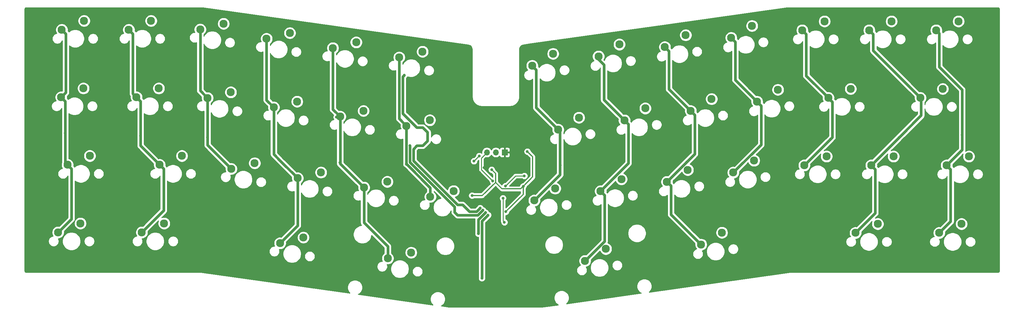
<source format=gbr>
%TF.GenerationSoftware,KiCad,Pcbnew,(5.1.8)-1*%
%TF.CreationDate,2021-05-05T18:46:58+02:00*%
%TF.ProjectId,Annelise,416e6e65-6c69-4736-952e-6b696361645f,rev?*%
%TF.SameCoordinates,Original*%
%TF.FileFunction,Copper,L1,Top*%
%TF.FilePolarity,Positive*%
%FSLAX46Y46*%
G04 Gerber Fmt 4.6, Leading zero omitted, Abs format (unit mm)*
G04 Created by KiCad (PCBNEW (5.1.8)-1) date 2021-05-05 18:46:58*
%MOMM*%
%LPD*%
G01*
G04 APERTURE LIST*
%TA.AperFunction,ComponentPad*%
%ADD10C,2.300000*%
%TD*%
%TA.AperFunction,ComponentPad*%
%ADD11O,1.700000X1.700000*%
%TD*%
%TA.AperFunction,ComponentPad*%
%ADD12R,1.700000X1.700000*%
%TD*%
%TA.AperFunction,ViaPad*%
%ADD13C,0.800000*%
%TD*%
%TA.AperFunction,Conductor*%
%ADD14C,0.250000*%
%TD*%
%TA.AperFunction,Conductor*%
%ADD15C,0.350000*%
%TD*%
%TA.AperFunction,Conductor*%
%ADD16C,0.800000*%
%TD*%
%TA.AperFunction,Conductor*%
%ADD17C,0.254000*%
%TD*%
%TA.AperFunction,Conductor*%
%ADD18C,0.100000*%
%TD*%
G04 APERTURE END LIST*
D10*
%TO.P,SW46,2*%
%TO.N,Net-(D23-Pad2)*%
X295361477Y-135419065D03*
%TO.P,SW46,1*%
%TO.N,Col12*%
X289011477Y-137959065D03*
%TD*%
%TO.P,SW45,2*%
%TO.N,Net-(D23-Pad1)*%
X271548977Y-135419062D03*
%TO.P,SW45,1*%
%TO.N,Col11*%
X265198977Y-137959062D03*
%TD*%
%TO.P,SW44,2*%
%TO.N,Net-(D22-Pad2)*%
X227227243Y-137888499D03*
%TO.P,SW44,1*%
%TO.N,Col8*%
X221292540Y-141287529D03*
%TD*%
%TO.P,SW43,2*%
%TO.N,Net-(D22-Pad1)*%
X194214181Y-142528182D03*
%TO.P,SW43,1*%
%TO.N,Col7*%
X188279478Y-145927212D03*
%TD*%
%TO.P,SW42,2*%
%TO.N,Net-(D21-Pad2)*%
X138829511Y-143582795D03*
%TO.P,SW42,1*%
%TO.N,Col4*%
X132187809Y-145214327D03*
%TD*%
%TO.P,SW41,2*%
%TO.N,Net-(D21-Pad1)*%
X108174525Y-139274518D03*
%TO.P,SW41,1*%
%TO.N,Col3*%
X101532823Y-140906050D03*
%TD*%
%TO.P,SW40,2*%
%TO.N,Net-(D20-Pad2)*%
X68573477Y-135267253D03*
%TO.P,SW40,1*%
%TO.N,Col1*%
X62223477Y-137807253D03*
%TD*%
%TO.P,SW39,2*%
%TO.N,Net-(D20-Pad1)*%
X44760978Y-135267254D03*
%TO.P,SW39,1*%
%TO.N,Col0*%
X38410978Y-137807254D03*
%TD*%
%TO.P,SW38,2*%
%TO.N,Net-(D7-Pad2)*%
X297458978Y-116179512D03*
%TO.P,SW38,1*%
%TO.N,Col12*%
X291108978Y-118719512D03*
%TD*%
%TO.P,SW37,2*%
%TO.N,Net-(D19-Pad2)*%
X276027727Y-116179514D03*
%TO.P,SW37,1*%
%TO.N,Col11*%
X269677727Y-118719514D03*
%TD*%
%TO.P,SW36,2*%
%TO.N,Net-(D19-Pad1)*%
X256977727Y-116179513D03*
%TO.P,SW36,1*%
%TO.N,Col10*%
X250627727Y-118719513D03*
%TD*%
%TO.P,SW35,2*%
%TO.N,Net-(D18-Pad2)*%
X236366374Y-117366862D03*
%TO.P,SW35,1*%
%TO.N,Col9*%
X230431671Y-120765892D03*
%TD*%
%TO.P,SW34,2*%
%TO.N,Net-(D18-Pad1)*%
X217501768Y-120018110D03*
%TO.P,SW34,1*%
%TO.N,Col8*%
X211567065Y-123417140D03*
%TD*%
%TO.P,SW33,2*%
%TO.N,Net-(D17-Pad2)*%
X198637161Y-122669358D03*
%TO.P,SW33,1*%
%TO.N,Col7*%
X192702458Y-126068388D03*
%TD*%
%TO.P,SW32,2*%
%TO.N,Net-(D17-Pad1)*%
X179772554Y-125320605D03*
%TO.P,SW32,1*%
%TO.N,Col6*%
X173837851Y-128719635D03*
%TD*%
%TO.P,SW31,2*%
%TO.N,Net-(D16-Pad2)*%
X150913062Y-126043812D03*
%TO.P,SW31,1*%
%TO.N,Col5*%
X144271360Y-127675344D03*
%TD*%
%TO.P,SW30,2*%
%TO.N,Net-(D16-Pad1)*%
X132048455Y-123392566D03*
%TO.P,SW30,1*%
%TO.N,Col4*%
X125406753Y-125024098D03*
%TD*%
%TO.P,SW29,2*%
%TO.N,Net-(D15-Pad2)*%
X113183848Y-120741317D03*
%TO.P,SW29,1*%
%TO.N,Col3*%
X106542146Y-122372849D03*
%TD*%
%TO.P,SW28,2*%
%TO.N,Net-(D15-Pad1)*%
X94319241Y-118090068D03*
%TO.P,SW28,1*%
%TO.N,Col2*%
X87677539Y-119721600D03*
%TD*%
%TO.P,SW27,2*%
%TO.N,Net-(D14-Pad2)*%
X73621729Y-116027703D03*
%TO.P,SW27,1*%
%TO.N,Col1*%
X67271729Y-118567703D03*
%TD*%
%TO.P,SW26,2*%
%TO.N,Net-(D14-Pad1)*%
X47427978Y-116027702D03*
%TO.P,SW26,1*%
%TO.N,Col0*%
X41077978Y-118567702D03*
%TD*%
%TO.P,SW25,2*%
%TO.N,Net-(D13-Pad2)*%
X290028976Y-96938715D03*
%TO.P,SW25,1*%
%TO.N,Col11*%
X283678976Y-99478715D03*
%TD*%
%TO.P,SW24,2*%
%TO.N,Net-(D13-Pad1)*%
X263835226Y-96938714D03*
%TO.P,SW24,1*%
%TO.N,Col10*%
X257485226Y-99478714D03*
%TD*%
%TO.P,SW23,2*%
%TO.N,Net-(D12-Pad2)*%
X243147430Y-97176632D03*
%TO.P,SW23,1*%
%TO.N,Col9*%
X237212727Y-100575662D03*
%TD*%
%TO.P,SW22,2*%
%TO.N,Net-(D12-Pad1)*%
X224282824Y-99827880D03*
%TO.P,SW22,1*%
%TO.N,Col8*%
X218348121Y-103226910D03*
%TD*%
%TO.P,SW21,2*%
%TO.N,Net-(D11-Pad2)*%
X205418217Y-102479128D03*
%TO.P,SW21,1*%
%TO.N,Col7*%
X199483514Y-105878158D03*
%TD*%
%TO.P,SW20,2*%
%TO.N,Net-(D11-Pad1)*%
X186553610Y-105130374D03*
%TO.P,SW20,1*%
%TO.N,Col6*%
X180618907Y-108529404D03*
%TD*%
%TO.P,SW19,2*%
%TO.N,Net-(D10-Pad2)*%
X144132006Y-105853583D03*
%TO.P,SW19,1*%
%TO.N,Col5*%
X137490304Y-107485115D03*
%TD*%
%TO.P,SW18,2*%
%TO.N,Net-(D10-Pad1)*%
X125267399Y-103202334D03*
%TO.P,SW18,1*%
%TO.N,Col4*%
X118625697Y-104833866D03*
%TD*%
%TO.P,SW17,2*%
%TO.N,Net-(D9-Pad2)*%
X106402793Y-100551086D03*
%TO.P,SW17,1*%
%TO.N,Col3*%
X99761091Y-102182618D03*
%TD*%
%TO.P,SW16,2*%
%TO.N,Net-(D9-Pad1)*%
X87538185Y-97899839D03*
%TO.P,SW16,1*%
%TO.N,Col2*%
X80896483Y-99531371D03*
%TD*%
%TO.P,SW15,2*%
%TO.N,Net-(D8-Pad2)*%
X67049228Y-96786904D03*
%TO.P,SW15,1*%
%TO.N,Col1*%
X60699228Y-99326904D03*
%TD*%
%TO.P,SW14,2*%
%TO.N,Net-(D8-Pad1)*%
X45617979Y-96786905D03*
%TO.P,SW14,1*%
%TO.N,Col0*%
X39267979Y-99326905D03*
%TD*%
%TO.P,SW13,2*%
%TO.N,Net-(D7-Pad1)*%
X294506977Y-77697814D03*
%TO.P,SW13,1*%
%TO.N,Col12*%
X288156977Y-80237814D03*
%TD*%
%TO.P,SW12,2*%
%TO.N,Net-(D6-Pad2)*%
X275456977Y-77697814D03*
%TO.P,SW12,1*%
%TO.N,Col11*%
X269106977Y-80237814D03*
%TD*%
%TO.P,SW11,2*%
%TO.N,Net-(D6-Pad1)*%
X256406977Y-77697815D03*
%TO.P,SW11,1*%
%TO.N,Col10*%
X250056977Y-80237815D03*
%TD*%
%TO.P,SW10,2*%
%TO.N,Net-(D5-Pad2)*%
X235780031Y-78974837D03*
%TO.P,SW10,1*%
%TO.N,Col9*%
X229845328Y-82373867D03*
%TD*%
%TO.P,SW9,2*%
%TO.N,Net-(D5-Pad1)*%
X216915424Y-81626085D03*
%TO.P,SW9,1*%
%TO.N,Col8*%
X210980721Y-85025115D03*
%TD*%
%TO.P,SW8,2*%
%TO.N,Net-(D4-Pad2)*%
X198050817Y-84277332D03*
%TO.P,SW8,1*%
%TO.N,Col7*%
X192116114Y-87676362D03*
%TD*%
%TO.P,SW7,2*%
%TO.N,Net-(D4-Pad1)*%
X179186211Y-86928580D03*
%TO.P,SW7,1*%
%TO.N,Col6*%
X173251508Y-90327610D03*
%TD*%
%TO.P,SW6,2*%
%TO.N,Net-(D3-Pad2)*%
X142067102Y-86326163D03*
%TO.P,SW6,1*%
%TO.N,Col5*%
X135425400Y-87957695D03*
%TD*%
%TO.P,SW5,2*%
%TO.N,Net-(D3-Pad1)*%
X123202495Y-83674914D03*
%TO.P,SW5,1*%
%TO.N,Col4*%
X116560793Y-85306446D03*
%TD*%
%TO.P,SW4,2*%
%TO.N,Net-(D2-Pad2)*%
X104337888Y-81023668D03*
%TO.P,SW4,1*%
%TO.N,Col3*%
X97696186Y-82655200D03*
%TD*%
%TO.P,SW3,2*%
%TO.N,Net-(D2-Pad1)*%
X85473282Y-78372420D03*
%TO.P,SW3,1*%
%TO.N,Col2*%
X78831580Y-80003952D03*
%TD*%
%TO.P,SW2,2*%
%TO.N,Net-(D1-Pad2)*%
X64858978Y-77546704D03*
%TO.P,SW2,1*%
%TO.N,Col1*%
X58508978Y-80086704D03*
%TD*%
%TO.P,SW1,2*%
%TO.N,Net-(D1-Pad1)*%
X45808978Y-77546705D03*
%TO.P,SW1,1*%
%TO.N,Col0*%
X39458978Y-80086705D03*
%TD*%
D11*
%TO.P,J2,3*%
%TO.N,/SWDIO*%
X160367425Y-115033795D03*
%TO.P,J2,2*%
%TO.N,/SWDCLK*%
X162907425Y-115033795D03*
D12*
%TO.P,J2,1*%
%TO.N,GND*%
X165447425Y-115033795D03*
%TD*%
D13*
%TO.N,Net-(C1-Pad2)*%
X165347425Y-134933795D03*
X164947425Y-128083795D03*
%TO.N,GND*%
X134372425Y-145433795D03*
X125672425Y-152383795D03*
X159572425Y-119383795D03*
X163647425Y-119983795D03*
X155122425Y-116783795D03*
X171172425Y-120433795D03*
%TO.N,+3V3*%
X171872425Y-114783795D03*
X170697425Y-124708795D03*
X156147425Y-127333795D03*
X161722425Y-119958795D03*
X165747425Y-131933795D03*
%TO.N,Row0*%
X136864575Y-93025945D03*
X158439381Y-130888398D03*
%TO.N,Row1*%
X138490304Y-113133795D03*
X159227366Y-131514640D03*
%TO.N,Row2*%
X157947425Y-138183795D03*
X159975890Y-132191115D03*
%TO.N,Row3*%
X158947425Y-150858795D03*
X160697425Y-132883795D03*
%TO.N,MCUD-*%
X158189062Y-116058795D03*
X156685638Y-117525301D03*
%TO.N,/SWDIO*%
X162045347Y-123225882D03*
%TO.N,Net-(R4-Pad1)*%
X165622425Y-124633795D03*
X171022425Y-121733795D03*
%TO.N,Col0*%
X40417978Y-109588242D03*
%TO.N,Col1*%
X61872425Y-110313242D03*
%TO.N,Col2*%
X80897425Y-110763252D03*
%TO.N,Col3*%
X101647425Y-117483815D03*
%TO.N,Col4*%
X117597425Y-104983795D03*
X118622425Y-117933825D03*
%TO.N,Col5*%
X137497425Y-118383835D03*
%TO.N,Col6*%
X181197425Y-118658845D03*
%TO.N,Col7*%
X200347425Y-118408795D03*
%TO.N,Col8*%
X217222425Y-117758825D03*
%TO.N,Col9*%
X238372425Y-111683815D03*
%TO.N,Col10*%
X258122425Y-111233805D03*
%TO.N,Col11*%
X277622425Y-110783795D03*
%TO.N,Col12*%
X295522425Y-110058795D03*
%TD*%
D14*
%TO.N,Net-(C1-Pad2)*%
X164947425Y-134533795D02*
X164947425Y-128083795D01*
X165347425Y-134933795D02*
X164947425Y-134533795D01*
D15*
%TO.N,+3V3*%
X162820348Y-121056718D02*
X161722425Y-119958795D01*
X159084436Y-127333795D02*
X162820348Y-123597883D01*
X162820348Y-123597883D02*
X162820348Y-121056718D01*
X156147425Y-127333795D02*
X159084436Y-127333795D01*
X169997424Y-125408796D02*
X170697425Y-124708795D01*
X164631261Y-125408796D02*
X169997424Y-125408796D01*
X162820348Y-123597883D02*
X164631261Y-125408796D01*
X170697425Y-126983795D02*
X170697425Y-124708795D01*
X165747425Y-131933795D02*
X170697425Y-126983795D01*
X173372425Y-122033795D02*
X170697425Y-124708795D01*
X173372425Y-116283795D02*
X173372425Y-122033795D01*
X171872425Y-114783795D02*
X173372425Y-116283795D01*
D16*
%TO.N,Row0*%
X143503627Y-111775718D02*
X142154799Y-113124546D01*
X136425410Y-93465110D02*
X136425410Y-103936780D01*
X136425410Y-103936780D02*
X140425374Y-107936744D01*
X157418984Y-131908795D02*
X158439381Y-130888398D01*
X142154799Y-113124546D02*
X140456674Y-113124546D01*
X140425374Y-107936744D02*
X142154799Y-107936744D01*
X142154799Y-107936744D02*
X143503627Y-109285572D01*
X143503627Y-109285572D02*
X143503627Y-111775718D01*
X140456674Y-113124546D02*
X139490314Y-114090906D01*
X155385268Y-131908795D02*
X157418984Y-131908795D01*
X139490314Y-114090906D02*
X139490314Y-117412458D01*
X153429345Y-129952872D02*
X155385268Y-131908795D01*
X139490314Y-117412458D02*
X152030728Y-129952872D01*
X136864575Y-93025945D02*
X136425410Y-93465110D01*
X152030728Y-129952872D02*
X153429345Y-129952872D01*
%TO.N,Row1*%
X159227353Y-131514640D02*
X159227366Y-131514640D01*
X157808198Y-132933795D02*
X159227353Y-131514640D01*
X152047425Y-132933795D02*
X157808198Y-132933795D01*
X151172425Y-132058795D02*
X152047425Y-132933795D01*
X151172425Y-130508795D02*
X151172425Y-132058795D01*
X138490304Y-117826674D02*
X151172425Y-130508795D01*
X138490304Y-113133795D02*
X138490304Y-117826674D01*
%TO.N,Row2*%
X157947425Y-138183795D02*
X157947425Y-137208795D01*
X157947425Y-137208795D02*
X157947425Y-134833795D01*
X157947425Y-134833795D02*
X157947425Y-134208795D01*
X159965105Y-132191115D02*
X159975890Y-132191115D01*
X157947425Y-134208795D02*
X159965105Y-132191115D01*
%TO.N,Row3*%
X158947425Y-134633795D02*
X160697425Y-132883795D01*
X158947425Y-150858795D02*
X158947425Y-134633795D01*
D14*
%TO.N,MCUD-*%
X158152144Y-116058795D02*
X156685638Y-117525301D01*
X158189062Y-116058795D02*
X158152144Y-116058795D01*
%TO.N,/SWDIO*%
X160367425Y-115033795D02*
X160422425Y-115088795D01*
X158772425Y-116628795D02*
X160367425Y-115033795D01*
X158772425Y-119952960D02*
X158772425Y-116628795D01*
X162045347Y-123225882D02*
X158772425Y-119952960D01*
%TO.N,Net-(R4-Pad1)*%
X168522425Y-121733795D02*
X171022425Y-121733795D01*
X165622425Y-124633795D02*
X168522425Y-121733795D01*
D16*
%TO.N,Col0*%
X40608977Y-97985907D02*
X39267979Y-99326905D01*
X40608977Y-81236704D02*
X40608977Y-97985907D01*
X39458978Y-80086705D02*
X40608977Y-81236704D01*
X40417978Y-117907702D02*
X41077978Y-118567702D01*
X40417978Y-100476904D02*
X40417978Y-109588242D01*
X39267979Y-99326905D02*
X40417978Y-100476904D01*
X42227977Y-133990255D02*
X38410978Y-137807254D01*
X42227977Y-119717701D02*
X42227977Y-133990255D01*
X41077978Y-118567702D02*
X42227977Y-119717701D01*
X40417978Y-109588242D02*
X40417978Y-117907702D01*
%TO.N,Col1*%
X59658977Y-98286653D02*
X60699228Y-99326904D01*
X59658977Y-81236703D02*
X59658977Y-98286653D01*
X58508978Y-80086704D02*
X59658977Y-81236703D01*
X61849227Y-113145201D02*
X67271729Y-118567703D01*
X60699228Y-99326904D02*
X61849227Y-100476903D01*
X68421728Y-131609002D02*
X62223477Y-137807253D01*
X68421728Y-119717702D02*
X68421728Y-131609002D01*
X67271729Y-118567703D02*
X68421728Y-119717702D01*
D14*
X61869780Y-110310597D02*
X61872425Y-110313242D01*
X61849227Y-110310597D02*
X61869780Y-110310597D01*
D16*
X61849227Y-100476903D02*
X61849227Y-110310597D01*
X61849227Y-110310597D02*
X61849227Y-113145201D01*
%TO.N,Col2*%
X78831580Y-97466468D02*
X80896483Y-99531371D01*
X78831580Y-80003952D02*
X78831580Y-97466468D01*
X80896483Y-112940544D02*
X87677539Y-119721600D01*
D14*
X80896483Y-110764194D02*
X80897425Y-110763252D01*
X80896483Y-110884737D02*
X80896483Y-110764194D01*
D16*
X80896483Y-99531371D02*
X80896483Y-110884737D01*
X80896483Y-110884737D02*
X80896483Y-112940544D01*
%TO.N,Col3*%
X97696186Y-100117713D02*
X99761091Y-102182618D01*
X97696186Y-82655200D02*
X97696186Y-100117713D01*
X99761091Y-102182618D02*
X99761091Y-115591794D01*
X106542146Y-135896727D02*
X101532823Y-140906050D01*
X106542146Y-122372849D02*
X106542146Y-135896727D01*
D14*
X101575258Y-117411648D02*
X101647425Y-117483815D01*
X101575258Y-117405962D02*
X101575258Y-117411648D01*
D16*
X99761091Y-115591794D02*
X101575258Y-117405962D01*
X101575258Y-117405962D02*
X106542146Y-122372849D01*
%TO.N,Col4*%
X116560793Y-102768962D02*
X118625697Y-104833866D01*
X116560793Y-85306446D02*
X116560793Y-102768962D01*
X118625697Y-118243042D02*
X125406753Y-125024098D01*
X132187809Y-141811273D02*
X132187809Y-145214327D01*
X125406753Y-135030217D02*
X132187809Y-141811273D01*
X125406753Y-125024098D02*
X125406753Y-135030217D01*
D14*
X118625697Y-117930553D02*
X118622425Y-117933825D01*
D16*
X118625697Y-104833866D02*
X118625697Y-117830523D01*
D14*
X118625697Y-117830523D02*
X118625697Y-117930553D01*
D16*
X118625697Y-117830523D02*
X118625697Y-118243042D01*
%TO.N,Col5*%
X135425400Y-105420211D02*
X137490304Y-107485115D01*
X135425400Y-87957695D02*
X135425400Y-105420211D01*
D14*
X137490304Y-118390956D02*
X137497425Y-118383835D01*
X137490304Y-118426674D02*
X137490304Y-118390956D01*
D16*
X137490304Y-107485115D02*
X137490304Y-118426674D01*
X144271360Y-125107730D02*
X144271360Y-127675344D01*
X137590304Y-118426674D02*
X144271360Y-125107730D01*
X137490304Y-118426674D02*
X137590304Y-118426674D01*
%TO.N,Col6*%
X174401507Y-102312004D02*
X180618907Y-108529404D01*
X174401507Y-91477609D02*
X174401507Y-102312004D01*
X173251508Y-90327610D02*
X174401507Y-91477609D01*
X181189767Y-121367719D02*
X173837851Y-128719635D01*
X180618907Y-108529404D02*
X181189767Y-109100264D01*
D14*
X181189817Y-118666453D02*
X181197425Y-118658845D01*
X181189767Y-118666453D02*
X181189817Y-118666453D01*
D16*
X181189767Y-109100264D02*
X181189767Y-118666453D01*
X181189767Y-118666453D02*
X181189767Y-121367719D01*
%TO.N,Col7*%
X193648634Y-100043278D02*
X199483514Y-105878158D01*
X193648634Y-90122626D02*
X193648634Y-100043278D01*
X192116114Y-88590106D02*
X193648634Y-90122626D01*
X192116114Y-87676362D02*
X192116114Y-88590106D01*
X200633513Y-107028157D02*
X200633513Y-118137333D01*
X199483514Y-105878158D02*
X200633513Y-107028157D01*
X193852457Y-140354233D02*
X188279478Y-145927212D01*
X193852457Y-127218387D02*
X193852457Y-140354233D01*
X192702458Y-126068388D02*
X193852457Y-127218387D01*
D14*
X199867238Y-118888982D02*
X200347425Y-118408795D01*
X199867238Y-118903608D02*
X199867238Y-118888982D01*
D16*
X200633513Y-118137333D02*
X199867238Y-118903608D01*
X199867238Y-118903608D02*
X192702458Y-126068388D01*
%TO.N,Col8*%
X212130720Y-97009509D02*
X218348121Y-103226910D01*
X212130720Y-86175114D02*
X212130720Y-97009509D01*
X210980721Y-85025115D02*
X212130720Y-86175114D01*
X219498120Y-104376909D02*
X219498120Y-115486085D01*
X218348121Y-103226910D02*
X219498120Y-104376909D01*
X212717064Y-132712053D02*
X221292540Y-141287529D01*
X212717064Y-124567139D02*
X212717064Y-132712053D01*
X211567065Y-123417140D02*
X212717064Y-124567139D01*
D14*
X217270963Y-117710287D02*
X217222425Y-117758825D01*
D16*
X219498120Y-115486085D02*
X217273917Y-117710287D01*
D14*
X217273917Y-117710287D02*
X217270963Y-117710287D01*
D16*
X217273917Y-117710287D02*
X211567065Y-123417140D01*
%TO.N,Col9*%
X230995327Y-94358262D02*
X237212727Y-100575662D01*
X230995327Y-83523866D02*
X230995327Y-94358262D01*
X229845328Y-82373867D02*
X230995327Y-83523866D01*
X238362726Y-112834837D02*
X230431671Y-120765892D01*
X237212727Y-100575662D02*
X238362726Y-101725661D01*
D14*
X238362726Y-111674116D02*
X238372425Y-111683815D01*
X238362726Y-111649096D02*
X238362726Y-111674116D01*
D16*
X238362726Y-101725661D02*
X238362726Y-111649096D01*
X238362726Y-111649096D02*
X238362726Y-112834837D01*
%TO.N,Col10*%
X251206976Y-93200464D02*
X257485226Y-99478714D01*
X251206976Y-81387814D02*
X251206976Y-93200464D01*
X250056977Y-80237815D02*
X251206976Y-81387814D01*
X258635225Y-100628713D02*
X258635225Y-110712015D01*
X257485226Y-99478714D02*
X258635225Y-100628713D01*
D14*
X258205435Y-111150795D02*
X258122425Y-111233805D01*
X258205435Y-111141805D02*
X258205435Y-111150795D01*
D16*
X258635225Y-110712015D02*
X258205435Y-111141805D01*
X258205435Y-111141805D02*
X250627727Y-118719513D01*
%TO.N,Col11*%
X270256976Y-86056715D02*
X283678976Y-99478715D01*
X270256976Y-81387813D02*
X270256976Y-86056715D01*
X269106977Y-80237814D02*
X270256976Y-81387813D01*
X283883977Y-100186716D02*
X283883977Y-104513264D01*
X283678976Y-99981715D02*
X283883977Y-100186716D01*
X283678976Y-99478715D02*
X283678976Y-99981715D01*
X270827726Y-132330313D02*
X265198977Y-137959062D01*
X270827726Y-119869513D02*
X270827726Y-132330313D01*
X269677727Y-118719514D02*
X270827726Y-119869513D01*
D14*
X277301914Y-111104306D02*
X277622425Y-110783795D01*
X277292936Y-111104306D02*
X277301914Y-111104306D01*
D16*
X283883977Y-104513264D02*
X277292936Y-111104306D01*
X277292936Y-111104306D02*
X269677727Y-118719514D01*
%TO.N,Col12*%
X288156977Y-80237814D02*
X289022425Y-81103262D01*
X289022425Y-81103262D02*
X289022425Y-90683795D01*
X289022425Y-90683795D02*
X295522425Y-97183795D01*
X295522425Y-114306065D02*
X291108978Y-118719512D01*
X292258977Y-134711565D02*
X289011477Y-137959065D01*
X292258977Y-119869511D02*
X292258977Y-134711565D01*
X291108978Y-118719512D02*
X292258977Y-119869511D01*
D14*
X295522425Y-110083795D02*
X295522425Y-110058795D01*
D16*
X295522425Y-97183795D02*
X295522425Y-110083795D01*
X295522425Y-110083795D02*
X295522425Y-114306065D01*
%TD*%
D17*
%TO.N,GND*%
X305876013Y-73845205D02*
X305924868Y-73859955D01*
X305969921Y-73883911D01*
X306009472Y-73916168D01*
X306042000Y-73955488D01*
X306066270Y-74000374D01*
X306081362Y-74049131D01*
X306090227Y-74133468D01*
X306090229Y-148836296D01*
X306081724Y-148923039D01*
X306066974Y-148971893D01*
X306043016Y-149016952D01*
X306010762Y-149056499D01*
X305971443Y-149089026D01*
X305926557Y-149113296D01*
X305877801Y-149128388D01*
X305793463Y-149137253D01*
X247301669Y-149137255D01*
X247276134Y-149139770D01*
X246601079Y-149186976D01*
X246575351Y-149188043D01*
X206585561Y-154808363D01*
X206845406Y-154548518D01*
X207081683Y-154194906D01*
X207244432Y-153801993D01*
X207327402Y-153384879D01*
X207327402Y-152959593D01*
X207244432Y-152542479D01*
X207081683Y-152149566D01*
X206845406Y-151795954D01*
X206544684Y-151495232D01*
X206191072Y-151258955D01*
X205798159Y-151096206D01*
X205381045Y-151013236D01*
X204955759Y-151013236D01*
X204538645Y-151096206D01*
X204145732Y-151258955D01*
X203792120Y-151495232D01*
X203491398Y-151795954D01*
X203255121Y-152149566D01*
X203092372Y-152542479D01*
X203009402Y-152959593D01*
X203009402Y-153384879D01*
X203092372Y-153801993D01*
X203255121Y-154194906D01*
X203491398Y-154548518D01*
X203792120Y-154849240D01*
X204145732Y-155085517D01*
X204264251Y-155134609D01*
X183004719Y-158122506D01*
X183264648Y-157862577D01*
X183500925Y-157508965D01*
X183663674Y-157116052D01*
X183746644Y-156698938D01*
X183746644Y-156273652D01*
X183663674Y-155856538D01*
X183500925Y-155463625D01*
X183264648Y-155110013D01*
X182963926Y-154809291D01*
X182610314Y-154573014D01*
X182217401Y-154410265D01*
X181800287Y-154327295D01*
X181375001Y-154327295D01*
X180957887Y-154410265D01*
X180564974Y-154573014D01*
X180211362Y-154809291D01*
X179910640Y-155110013D01*
X179674363Y-155463625D01*
X179511614Y-155856538D01*
X179428644Y-156273652D01*
X179428644Y-156698938D01*
X179511614Y-157116052D01*
X179674363Y-157508965D01*
X179910640Y-157862577D01*
X180211362Y-158163299D01*
X180564974Y-158399576D01*
X180683623Y-158448722D01*
X176065231Y-159097808D01*
X175977229Y-159103962D01*
X149648813Y-159103960D01*
X149560849Y-159097809D01*
X147351410Y-158787263D01*
X147448156Y-158747190D01*
X147801768Y-158510913D01*
X148102490Y-158210191D01*
X148338767Y-157856579D01*
X148501516Y-157463666D01*
X148584486Y-157046552D01*
X148584486Y-156621266D01*
X148501516Y-156204152D01*
X148338767Y-155811239D01*
X148102490Y-155457627D01*
X147801768Y-155156905D01*
X147448156Y-154920628D01*
X147055243Y-154757879D01*
X146638129Y-154674909D01*
X146212843Y-154674909D01*
X145795729Y-154757879D01*
X145402816Y-154920628D01*
X145049204Y-155156905D01*
X144748482Y-155457627D01*
X144512205Y-155811239D01*
X144349456Y-156204152D01*
X144266486Y-156621266D01*
X144266486Y-157046552D01*
X144349456Y-157463666D01*
X144512205Y-157856579D01*
X144748482Y-158210191D01*
X144994246Y-158455955D01*
X123771212Y-155472972D01*
X123867398Y-155433131D01*
X124221010Y-155196854D01*
X124521732Y-154896132D01*
X124758009Y-154542520D01*
X124920758Y-154149607D01*
X125003728Y-153732493D01*
X125003728Y-153307207D01*
X124920758Y-152890093D01*
X124758009Y-152497180D01*
X124521732Y-152143568D01*
X124221010Y-151842846D01*
X123867398Y-151606569D01*
X123474485Y-151443820D01*
X123057371Y-151360850D01*
X122632085Y-151360850D01*
X122214971Y-151443820D01*
X121822058Y-151606569D01*
X121468446Y-151842846D01*
X121167724Y-152143568D01*
X120931447Y-152497180D01*
X120768698Y-152890093D01*
X120685728Y-153307207D01*
X120685728Y-153732493D01*
X120768698Y-154149607D01*
X120931447Y-154542520D01*
X121167724Y-154896132D01*
X121413126Y-155141534D01*
X79055859Y-149188051D01*
X79030201Y-149186987D01*
X78354981Y-149139766D01*
X78329487Y-149137255D01*
X29255154Y-149137252D01*
X29168441Y-149128750D01*
X29119587Y-149114000D01*
X29074531Y-149090043D01*
X29034982Y-149057788D01*
X29002455Y-149018469D01*
X28978183Y-148973579D01*
X28963093Y-148924829D01*
X28954228Y-148840488D01*
X28954228Y-140198532D01*
X35630978Y-140198532D01*
X35630978Y-140495976D01*
X35689007Y-140787705D01*
X35802834Y-141062507D01*
X35968085Y-141309823D01*
X36178409Y-141520147D01*
X36425725Y-141685398D01*
X36700527Y-141799225D01*
X36992256Y-141857254D01*
X37289700Y-141857254D01*
X37581429Y-141799225D01*
X37856231Y-141685398D01*
X38103547Y-141520147D01*
X38313871Y-141309823D01*
X38479122Y-141062507D01*
X38592949Y-140787705D01*
X38650978Y-140495976D01*
X38650978Y-140198532D01*
X38629058Y-140088330D01*
X39592078Y-140088330D01*
X39592078Y-140606178D01*
X39693105Y-141114076D01*
X39891277Y-141592505D01*
X40178978Y-142023080D01*
X40545152Y-142389254D01*
X40975727Y-142676955D01*
X41454156Y-142875127D01*
X41962054Y-142976154D01*
X42479902Y-142976154D01*
X42987800Y-142875127D01*
X43466229Y-142676955D01*
X43896804Y-142389254D01*
X44262978Y-142023080D01*
X44550679Y-141592505D01*
X44748851Y-141114076D01*
X44849878Y-140606178D01*
X44849878Y-140198532D01*
X45790978Y-140198532D01*
X45790978Y-140495976D01*
X45849007Y-140787705D01*
X45962834Y-141062507D01*
X46128085Y-141309823D01*
X46338409Y-141520147D01*
X46585725Y-141685398D01*
X46860527Y-141799225D01*
X47152256Y-141857254D01*
X47449700Y-141857254D01*
X47741429Y-141799225D01*
X48016231Y-141685398D01*
X48263547Y-141520147D01*
X48473871Y-141309823D01*
X48639122Y-141062507D01*
X48752949Y-140787705D01*
X48810978Y-140495976D01*
X48810978Y-140198532D01*
X48752949Y-139906803D01*
X48639122Y-139632001D01*
X48473871Y-139384685D01*
X48263547Y-139174361D01*
X48016231Y-139009110D01*
X47741429Y-138895283D01*
X47449700Y-138837254D01*
X47152256Y-138837254D01*
X46860527Y-138895283D01*
X46585725Y-139009110D01*
X46338409Y-139174361D01*
X46128085Y-139384685D01*
X45962834Y-139632001D01*
X45849007Y-139906803D01*
X45790978Y-140198532D01*
X44849878Y-140198532D01*
X44849878Y-140088330D01*
X44748851Y-139580432D01*
X44550679Y-139102003D01*
X44262978Y-138671428D01*
X43896804Y-138305254D01*
X43466229Y-138017553D01*
X42987800Y-137819381D01*
X42479902Y-137718354D01*
X41962054Y-137718354D01*
X41454156Y-137819381D01*
X40975727Y-138017553D01*
X40545152Y-138305254D01*
X40178978Y-138671428D01*
X39891277Y-139102003D01*
X39693105Y-139580432D01*
X39592078Y-140088330D01*
X38629058Y-140088330D01*
X38592949Y-139906803D01*
X38479122Y-139632001D01*
X38452564Y-139592254D01*
X38586785Y-139592254D01*
X38931643Y-139523658D01*
X39256493Y-139389101D01*
X39548849Y-139193754D01*
X39797478Y-138945125D01*
X39992825Y-138652769D01*
X40127382Y-138327919D01*
X40195978Y-137983061D01*
X40195978Y-137631447D01*
X40171841Y-137510101D01*
X42590495Y-135091447D01*
X42975978Y-135091447D01*
X42975978Y-135443061D01*
X43044574Y-135787919D01*
X43179131Y-136112769D01*
X43374478Y-136405125D01*
X43623107Y-136653754D01*
X43915463Y-136849101D01*
X44240313Y-136983658D01*
X44585171Y-137052254D01*
X44936785Y-137052254D01*
X45281643Y-136983658D01*
X45606493Y-136849101D01*
X45898849Y-136653754D01*
X46147478Y-136405125D01*
X46342825Y-136112769D01*
X46477382Y-135787919D01*
X46545978Y-135443061D01*
X46545978Y-135091447D01*
X46477382Y-134746589D01*
X46342825Y-134421739D01*
X46147478Y-134129383D01*
X45898849Y-133880754D01*
X45606493Y-133685407D01*
X45281643Y-133550850D01*
X44936785Y-133482254D01*
X44585171Y-133482254D01*
X44240313Y-133550850D01*
X43915463Y-133685407D01*
X43623107Y-133880754D01*
X43374478Y-134129383D01*
X43179131Y-134421739D01*
X43044574Y-134746589D01*
X42975978Y-135091447D01*
X42590495Y-135091447D01*
X42923885Y-134758058D01*
X42963373Y-134725651D01*
X42995780Y-134686163D01*
X43092711Y-134568053D01*
X43170354Y-134422792D01*
X43188818Y-134388248D01*
X43248001Y-134193150D01*
X43262977Y-134041093D01*
X43262977Y-134041090D01*
X43267984Y-133990255D01*
X43262977Y-133939420D01*
X43262977Y-123183662D01*
X43642727Y-123437403D01*
X44121156Y-123635575D01*
X44629054Y-123736602D01*
X45146902Y-123736602D01*
X45654800Y-123635575D01*
X46133229Y-123437403D01*
X46563804Y-123149702D01*
X46929978Y-122783528D01*
X47217679Y-122352953D01*
X47415851Y-121874524D01*
X47516878Y-121366626D01*
X47516878Y-120958980D01*
X48457978Y-120958980D01*
X48457978Y-121256424D01*
X48516007Y-121548153D01*
X48629834Y-121822955D01*
X48795085Y-122070271D01*
X49005409Y-122280595D01*
X49252725Y-122445846D01*
X49527527Y-122559673D01*
X49819256Y-122617702D01*
X50116700Y-122617702D01*
X50408429Y-122559673D01*
X50683231Y-122445846D01*
X50930547Y-122280595D01*
X51140871Y-122070271D01*
X51306122Y-121822955D01*
X51419949Y-121548153D01*
X51477978Y-121256424D01*
X51477978Y-120958980D01*
X51419949Y-120667251D01*
X51306122Y-120392449D01*
X51140871Y-120145133D01*
X50930547Y-119934809D01*
X50683231Y-119769558D01*
X50408429Y-119655731D01*
X50116700Y-119597702D01*
X49819256Y-119597702D01*
X49527527Y-119655731D01*
X49252725Y-119769558D01*
X49005409Y-119934809D01*
X48795085Y-120145133D01*
X48629834Y-120392449D01*
X48516007Y-120667251D01*
X48457978Y-120958980D01*
X47516878Y-120958980D01*
X47516878Y-120848778D01*
X47415851Y-120340880D01*
X47217679Y-119862451D01*
X46929978Y-119431876D01*
X46563804Y-119065702D01*
X46133229Y-118778001D01*
X45654800Y-118579829D01*
X45146902Y-118478802D01*
X44629054Y-118478802D01*
X44121156Y-118579829D01*
X43642727Y-118778001D01*
X43212152Y-119065702D01*
X43108469Y-119169385D01*
X43092711Y-119139903D01*
X42995780Y-119021793D01*
X42963373Y-118982305D01*
X42923885Y-118949898D01*
X42838841Y-118864854D01*
X42862978Y-118743509D01*
X42862978Y-118391895D01*
X42794382Y-118047037D01*
X42659825Y-117722187D01*
X42464478Y-117429831D01*
X42215849Y-117181202D01*
X41923493Y-116985855D01*
X41598643Y-116851298D01*
X41452978Y-116822324D01*
X41452978Y-115851895D01*
X45642978Y-115851895D01*
X45642978Y-116203509D01*
X45711574Y-116548367D01*
X45846131Y-116873217D01*
X46041478Y-117165573D01*
X46290107Y-117414202D01*
X46582463Y-117609549D01*
X46907313Y-117744106D01*
X47252171Y-117812702D01*
X47603785Y-117812702D01*
X47948643Y-117744106D01*
X48273493Y-117609549D01*
X48565849Y-117414202D01*
X48814478Y-117165573D01*
X49009825Y-116873217D01*
X49144382Y-116548367D01*
X49212978Y-116203509D01*
X49212978Y-115851895D01*
X49144382Y-115507037D01*
X49009825Y-115182187D01*
X48814478Y-114889831D01*
X48565849Y-114641202D01*
X48273493Y-114445855D01*
X47948643Y-114311298D01*
X47603785Y-114242702D01*
X47252171Y-114242702D01*
X46907313Y-114311298D01*
X46582463Y-114445855D01*
X46290107Y-114641202D01*
X46041478Y-114889831D01*
X45846131Y-115182187D01*
X45711574Y-115507037D01*
X45642978Y-115851895D01*
X41452978Y-115851895D01*
X41452978Y-103942865D01*
X41832728Y-104196606D01*
X42311157Y-104394778D01*
X42819055Y-104495805D01*
X43336903Y-104495805D01*
X43844801Y-104394778D01*
X44323230Y-104196606D01*
X44753805Y-103908905D01*
X45119979Y-103542731D01*
X45407680Y-103112156D01*
X45605852Y-102633727D01*
X45706879Y-102125829D01*
X45706879Y-101718183D01*
X46647979Y-101718183D01*
X46647979Y-102015627D01*
X46706008Y-102307356D01*
X46819835Y-102582158D01*
X46985086Y-102829474D01*
X47195410Y-103039798D01*
X47442726Y-103205049D01*
X47717528Y-103318876D01*
X48009257Y-103376905D01*
X48306701Y-103376905D01*
X48598430Y-103318876D01*
X48873232Y-103205049D01*
X49120548Y-103039798D01*
X49330872Y-102829474D01*
X49496123Y-102582158D01*
X49609950Y-102307356D01*
X49667979Y-102015627D01*
X49667979Y-101718183D01*
X49609950Y-101426454D01*
X49496123Y-101151652D01*
X49330872Y-100904336D01*
X49120548Y-100694012D01*
X48873232Y-100528761D01*
X48598430Y-100414934D01*
X48306701Y-100356905D01*
X48009257Y-100356905D01*
X47717528Y-100414934D01*
X47442726Y-100528761D01*
X47195410Y-100694012D01*
X46985086Y-100904336D01*
X46819835Y-101151652D01*
X46706008Y-101426454D01*
X46647979Y-101718183D01*
X45706879Y-101718183D01*
X45706879Y-101607981D01*
X45605852Y-101100083D01*
X45407680Y-100621654D01*
X45119979Y-100191079D01*
X44753805Y-99824905D01*
X44323230Y-99537204D01*
X43844801Y-99339032D01*
X43336903Y-99238005D01*
X42819055Y-99238005D01*
X42311157Y-99339032D01*
X41832728Y-99537204D01*
X41402153Y-99824905D01*
X41298470Y-99928588D01*
X41282712Y-99899106D01*
X41185781Y-99780996D01*
X41185780Y-99780995D01*
X41153374Y-99741508D01*
X41113886Y-99709101D01*
X41028842Y-99624057D01*
X41052979Y-99502712D01*
X41052979Y-99151098D01*
X41028842Y-99029753D01*
X41304885Y-98753710D01*
X41344373Y-98721303D01*
X41398690Y-98655118D01*
X41473711Y-98563705D01*
X41569818Y-98383901D01*
X41587620Y-98325214D01*
X41629001Y-98188802D01*
X41643977Y-98036745D01*
X41643977Y-98036742D01*
X41648984Y-97985907D01*
X41643977Y-97935072D01*
X41643977Y-96611098D01*
X43832979Y-96611098D01*
X43832979Y-96962712D01*
X43901575Y-97307570D01*
X44036132Y-97632420D01*
X44231479Y-97924776D01*
X44480108Y-98173405D01*
X44772464Y-98368752D01*
X45097314Y-98503309D01*
X45442172Y-98571905D01*
X45793786Y-98571905D01*
X46138644Y-98503309D01*
X46463494Y-98368752D01*
X46755850Y-98173405D01*
X47004479Y-97924776D01*
X47199826Y-97632420D01*
X47334383Y-97307570D01*
X47402979Y-96962712D01*
X47402979Y-96611098D01*
X47334383Y-96266240D01*
X47199826Y-95941390D01*
X47004479Y-95649034D01*
X46755850Y-95400405D01*
X46463494Y-95205058D01*
X46138644Y-95070501D01*
X45793786Y-95001905D01*
X45442172Y-95001905D01*
X45097314Y-95070501D01*
X44772464Y-95205058D01*
X44480108Y-95400405D01*
X44231479Y-95649034D01*
X44036132Y-95941390D01*
X43901575Y-96266240D01*
X43832979Y-96611098D01*
X41643977Y-96611098D01*
X41643977Y-84702665D01*
X42023727Y-84956406D01*
X42502156Y-85154578D01*
X43010054Y-85255605D01*
X43527902Y-85255605D01*
X44035800Y-85154578D01*
X44514229Y-84956406D01*
X44944804Y-84668705D01*
X45310978Y-84302531D01*
X45598679Y-83871956D01*
X45796851Y-83393527D01*
X45897878Y-82885629D01*
X45897878Y-82477983D01*
X46838978Y-82477983D01*
X46838978Y-82775427D01*
X46897007Y-83067156D01*
X47010834Y-83341958D01*
X47176085Y-83589274D01*
X47386409Y-83799598D01*
X47633725Y-83964849D01*
X47908527Y-84078676D01*
X48200256Y-84136705D01*
X48497700Y-84136705D01*
X48789429Y-84078676D01*
X49064231Y-83964849D01*
X49311547Y-83799598D01*
X49521871Y-83589274D01*
X49687122Y-83341958D01*
X49800949Y-83067156D01*
X49858978Y-82775427D01*
X49858978Y-82477983D01*
X49858978Y-82477982D01*
X55728978Y-82477982D01*
X55728978Y-82775426D01*
X55787007Y-83067155D01*
X55900834Y-83341957D01*
X56066085Y-83589273D01*
X56276409Y-83799597D01*
X56523725Y-83964848D01*
X56798527Y-84078675D01*
X57090256Y-84136704D01*
X57387700Y-84136704D01*
X57679429Y-84078675D01*
X57954231Y-83964848D01*
X58201547Y-83799597D01*
X58411871Y-83589273D01*
X58577122Y-83341957D01*
X58623977Y-83228840D01*
X58623978Y-98235815D01*
X58618971Y-98286653D01*
X58638954Y-98489548D01*
X58698137Y-98684646D01*
X58794243Y-98864450D01*
X58871059Y-98958050D01*
X58923582Y-99022049D01*
X58937608Y-99033559D01*
X58914228Y-99151097D01*
X58914228Y-99502711D01*
X58982824Y-99847569D01*
X59117381Y-100172419D01*
X59245326Y-100363902D01*
X58988777Y-100414933D01*
X58713975Y-100528760D01*
X58466659Y-100694011D01*
X58256335Y-100904335D01*
X58091084Y-101151651D01*
X57977257Y-101426453D01*
X57919228Y-101718182D01*
X57919228Y-102015626D01*
X57977257Y-102307355D01*
X58091084Y-102582157D01*
X58256335Y-102829473D01*
X58466659Y-103039797D01*
X58713975Y-103205048D01*
X58988777Y-103318875D01*
X59280506Y-103376904D01*
X59577950Y-103376904D01*
X59869679Y-103318875D01*
X60144481Y-103205048D01*
X60391797Y-103039797D01*
X60602121Y-102829473D01*
X60767372Y-102582157D01*
X60814227Y-102469040D01*
X60814228Y-110259750D01*
X60814227Y-110259760D01*
X60814228Y-113094363D01*
X60809221Y-113145201D01*
X60829204Y-113348096D01*
X60888387Y-113543194D01*
X60984493Y-113722998D01*
X61081424Y-113841108D01*
X61113832Y-113880597D01*
X61153320Y-113913004D01*
X65510866Y-118270551D01*
X65486729Y-118391896D01*
X65486729Y-118743510D01*
X65555325Y-119088368D01*
X65689882Y-119413218D01*
X65817827Y-119604701D01*
X65561278Y-119655732D01*
X65286476Y-119769559D01*
X65039160Y-119934810D01*
X64828836Y-120145134D01*
X64663585Y-120392450D01*
X64549758Y-120667252D01*
X64491729Y-120958981D01*
X64491729Y-121256425D01*
X64549758Y-121548154D01*
X64663585Y-121822956D01*
X64828836Y-122070272D01*
X65039160Y-122280596D01*
X65286476Y-122445847D01*
X65561278Y-122559674D01*
X65853007Y-122617703D01*
X66150451Y-122617703D01*
X66442180Y-122559674D01*
X66716982Y-122445847D01*
X66964298Y-122280596D01*
X67174622Y-122070272D01*
X67339873Y-121822956D01*
X67386728Y-121709838D01*
X67386729Y-131180290D01*
X62520630Y-136046390D01*
X62399284Y-136022253D01*
X62047670Y-136022253D01*
X61702812Y-136090849D01*
X61377962Y-136225406D01*
X61085606Y-136420753D01*
X60836977Y-136669382D01*
X60641630Y-136961738D01*
X60507073Y-137286588D01*
X60438477Y-137631446D01*
X60438477Y-137983060D01*
X60507073Y-138327918D01*
X60641630Y-138652768D01*
X60769575Y-138844251D01*
X60513026Y-138895282D01*
X60238224Y-139009109D01*
X59990908Y-139174360D01*
X59780584Y-139384684D01*
X59615333Y-139632000D01*
X59501506Y-139906802D01*
X59443477Y-140198531D01*
X59443477Y-140495975D01*
X59501506Y-140787704D01*
X59615333Y-141062506D01*
X59780584Y-141309822D01*
X59990908Y-141520146D01*
X60238224Y-141685397D01*
X60513026Y-141799224D01*
X60804755Y-141857253D01*
X61102199Y-141857253D01*
X61393928Y-141799224D01*
X61668730Y-141685397D01*
X61916046Y-141520146D01*
X62126370Y-141309822D01*
X62291621Y-141062506D01*
X62405448Y-140787704D01*
X62463477Y-140495975D01*
X62463477Y-140198531D01*
X62441557Y-140088329D01*
X63404577Y-140088329D01*
X63404577Y-140606177D01*
X63505604Y-141114075D01*
X63703776Y-141592504D01*
X63991477Y-142023079D01*
X64357651Y-142389253D01*
X64788226Y-142676954D01*
X65266655Y-142875126D01*
X65774553Y-142976153D01*
X66292401Y-142976153D01*
X66800299Y-142875126D01*
X67278728Y-142676954D01*
X67709303Y-142389253D01*
X68075477Y-142023079D01*
X68363178Y-141592504D01*
X68561350Y-141114075D01*
X68662377Y-140606177D01*
X68662377Y-140198531D01*
X69603477Y-140198531D01*
X69603477Y-140495975D01*
X69661506Y-140787704D01*
X69775333Y-141062506D01*
X69940584Y-141309822D01*
X70150908Y-141520146D01*
X70398224Y-141685397D01*
X70673026Y-141799224D01*
X70964755Y-141857253D01*
X71262199Y-141857253D01*
X71553928Y-141799224D01*
X71828730Y-141685397D01*
X72076046Y-141520146D01*
X72286370Y-141309822D01*
X72451621Y-141062506D01*
X72565448Y-140787704D01*
X72623477Y-140495975D01*
X72623477Y-140198531D01*
X72565448Y-139906802D01*
X72451621Y-139632000D01*
X72286370Y-139384684D01*
X72076046Y-139174360D01*
X71828730Y-139009109D01*
X71553928Y-138895282D01*
X71262199Y-138837253D01*
X70964755Y-138837253D01*
X70673026Y-138895282D01*
X70398224Y-139009109D01*
X70150908Y-139174360D01*
X69940584Y-139384684D01*
X69775333Y-139632000D01*
X69661506Y-139906802D01*
X69603477Y-140198531D01*
X68662377Y-140198531D01*
X68662377Y-140088329D01*
X68561350Y-139580431D01*
X68363178Y-139102002D01*
X68075477Y-138671427D01*
X67709303Y-138305253D01*
X67278728Y-138017552D01*
X66800299Y-137819380D01*
X66292401Y-137718353D01*
X65774553Y-137718353D01*
X65266655Y-137819380D01*
X64788226Y-138017552D01*
X64357651Y-138305253D01*
X63991477Y-138671427D01*
X63703776Y-139102002D01*
X63505604Y-139580431D01*
X63404577Y-140088329D01*
X62441557Y-140088329D01*
X62405448Y-139906802D01*
X62291621Y-139632000D01*
X62265063Y-139592253D01*
X62399284Y-139592253D01*
X62744142Y-139523657D01*
X63068992Y-139389100D01*
X63361348Y-139193753D01*
X63609977Y-138945124D01*
X63805324Y-138652768D01*
X63939881Y-138327918D01*
X64008477Y-137983060D01*
X64008477Y-137631446D01*
X63984340Y-137510100D01*
X66934303Y-134560137D01*
X66857073Y-134746588D01*
X66788477Y-135091446D01*
X66788477Y-135443060D01*
X66857073Y-135787918D01*
X66991630Y-136112768D01*
X67186977Y-136405124D01*
X67435606Y-136653753D01*
X67727962Y-136849100D01*
X68052812Y-136983657D01*
X68397670Y-137052253D01*
X68749284Y-137052253D01*
X69094142Y-136983657D01*
X69418992Y-136849100D01*
X69711348Y-136653753D01*
X69959977Y-136405124D01*
X70155324Y-136112768D01*
X70289881Y-135787918D01*
X70358477Y-135443060D01*
X70358477Y-135091446D01*
X70289881Y-134746588D01*
X70155324Y-134421738D01*
X69959977Y-134129382D01*
X69711348Y-133880753D01*
X69418992Y-133685406D01*
X69094142Y-133550849D01*
X68749284Y-133482253D01*
X68397670Y-133482253D01*
X68052812Y-133550849D01*
X67866362Y-133628079D01*
X69117636Y-132376805D01*
X69157124Y-132344398D01*
X69238478Y-132245268D01*
X69286462Y-132186800D01*
X69354881Y-132058795D01*
X69382569Y-132006995D01*
X69441752Y-131811897D01*
X69456728Y-131659840D01*
X69456728Y-131659837D01*
X69461735Y-131609002D01*
X69456728Y-131558167D01*
X69456728Y-123183663D01*
X69836478Y-123437404D01*
X70314907Y-123635576D01*
X70822805Y-123736603D01*
X71340653Y-123736603D01*
X71848551Y-123635576D01*
X72326980Y-123437404D01*
X72757555Y-123149703D01*
X73123729Y-122783529D01*
X73411430Y-122352954D01*
X73609602Y-121874525D01*
X73710629Y-121366627D01*
X73710629Y-120958981D01*
X74651729Y-120958981D01*
X74651729Y-121256425D01*
X74709758Y-121548154D01*
X74823585Y-121822956D01*
X74988836Y-122070272D01*
X75199160Y-122280596D01*
X75446476Y-122445847D01*
X75721278Y-122559674D01*
X76013007Y-122617703D01*
X76310451Y-122617703D01*
X76602180Y-122559674D01*
X76876982Y-122445847D01*
X77124298Y-122280596D01*
X77334622Y-122070272D01*
X77499873Y-121822956D01*
X77613700Y-121548154D01*
X77671729Y-121256425D01*
X77671729Y-120958981D01*
X77613700Y-120667252D01*
X77499873Y-120392450D01*
X77334622Y-120145134D01*
X77124298Y-119934810D01*
X76876982Y-119769559D01*
X76602180Y-119655732D01*
X76310451Y-119597703D01*
X76013007Y-119597703D01*
X75721278Y-119655732D01*
X75446476Y-119769559D01*
X75199160Y-119934810D01*
X74988836Y-120145134D01*
X74823585Y-120392450D01*
X74709758Y-120667252D01*
X74651729Y-120958981D01*
X73710629Y-120958981D01*
X73710629Y-120848779D01*
X73609602Y-120340881D01*
X73411430Y-119862452D01*
X73123729Y-119431877D01*
X72757555Y-119065703D01*
X72326980Y-118778002D01*
X71848551Y-118579830D01*
X71340653Y-118478803D01*
X70822805Y-118478803D01*
X70314907Y-118579830D01*
X69836478Y-118778002D01*
X69405903Y-119065703D01*
X69302220Y-119169386D01*
X69286462Y-119139904D01*
X69189531Y-119021794D01*
X69189530Y-119021793D01*
X69157124Y-118982306D01*
X69117636Y-118949899D01*
X69032592Y-118864855D01*
X69056729Y-118743510D01*
X69056729Y-118391896D01*
X68988133Y-118047038D01*
X68853576Y-117722188D01*
X68658229Y-117429832D01*
X68409600Y-117181203D01*
X68117244Y-116985856D01*
X67792394Y-116851299D01*
X67447536Y-116782703D01*
X67095922Y-116782703D01*
X66974577Y-116806840D01*
X66019633Y-115851896D01*
X71836729Y-115851896D01*
X71836729Y-116203510D01*
X71905325Y-116548368D01*
X72039882Y-116873218D01*
X72235229Y-117165574D01*
X72483858Y-117414203D01*
X72776214Y-117609550D01*
X73101064Y-117744107D01*
X73445922Y-117812703D01*
X73797536Y-117812703D01*
X74142394Y-117744107D01*
X74467244Y-117609550D01*
X74759600Y-117414203D01*
X75008229Y-117165574D01*
X75203576Y-116873218D01*
X75338133Y-116548368D01*
X75406729Y-116203510D01*
X75406729Y-115851896D01*
X75338133Y-115507038D01*
X75203576Y-115182188D01*
X75008229Y-114889832D01*
X74759600Y-114641203D01*
X74467244Y-114445856D01*
X74142394Y-114311299D01*
X73797536Y-114242703D01*
X73445922Y-114242703D01*
X73101064Y-114311299D01*
X72776214Y-114445856D01*
X72483858Y-114641203D01*
X72235229Y-114889832D01*
X72039882Y-115182188D01*
X71905325Y-115507038D01*
X71836729Y-115851896D01*
X66019633Y-115851896D01*
X62884227Y-112716491D01*
X62884227Y-110531806D01*
X62907425Y-110415181D01*
X62907425Y-110211303D01*
X62884227Y-110094678D01*
X62884227Y-103942864D01*
X63263977Y-104196605D01*
X63742406Y-104394777D01*
X64250304Y-104495804D01*
X64768152Y-104495804D01*
X65276050Y-104394777D01*
X65754479Y-104196605D01*
X66185054Y-103908904D01*
X66551228Y-103542730D01*
X66838929Y-103112155D01*
X67037101Y-102633726D01*
X67138128Y-102125828D01*
X67138128Y-101718182D01*
X68079228Y-101718182D01*
X68079228Y-102015626D01*
X68137257Y-102307355D01*
X68251084Y-102582157D01*
X68416335Y-102829473D01*
X68626659Y-103039797D01*
X68873975Y-103205048D01*
X69148777Y-103318875D01*
X69440506Y-103376904D01*
X69737950Y-103376904D01*
X70029679Y-103318875D01*
X70304481Y-103205048D01*
X70551797Y-103039797D01*
X70762121Y-102829473D01*
X70927372Y-102582157D01*
X71041199Y-102307355D01*
X71099228Y-102015626D01*
X71099228Y-101718182D01*
X71041199Y-101426453D01*
X70927372Y-101151651D01*
X70762121Y-100904335D01*
X70551797Y-100694011D01*
X70304481Y-100528760D01*
X70029679Y-100414933D01*
X69737950Y-100356904D01*
X69440506Y-100356904D01*
X69148777Y-100414933D01*
X68873975Y-100528760D01*
X68626659Y-100694011D01*
X68416335Y-100904335D01*
X68251084Y-101151651D01*
X68137257Y-101426453D01*
X68079228Y-101718182D01*
X67138128Y-101718182D01*
X67138128Y-101607980D01*
X67037101Y-101100082D01*
X66838929Y-100621653D01*
X66551228Y-100191078D01*
X66185054Y-99824904D01*
X65754479Y-99537203D01*
X65276050Y-99339031D01*
X64768152Y-99238004D01*
X64250304Y-99238004D01*
X63742406Y-99339031D01*
X63263977Y-99537203D01*
X62833402Y-99824904D01*
X62729719Y-99928587D01*
X62713961Y-99899105D01*
X62617030Y-99780995D01*
X62584623Y-99741507D01*
X62545135Y-99709100D01*
X62460091Y-99624056D01*
X62484228Y-99502711D01*
X62484228Y-99151097D01*
X62415632Y-98806239D01*
X62281075Y-98481389D01*
X62085728Y-98189033D01*
X61837099Y-97940404D01*
X61544743Y-97745057D01*
X61219893Y-97610500D01*
X60875035Y-97541904D01*
X60693977Y-97541904D01*
X60693977Y-96611097D01*
X65264228Y-96611097D01*
X65264228Y-96962711D01*
X65332824Y-97307569D01*
X65467381Y-97632419D01*
X65662728Y-97924775D01*
X65911357Y-98173404D01*
X66203713Y-98368751D01*
X66528563Y-98503308D01*
X66873421Y-98571904D01*
X67225035Y-98571904D01*
X67569893Y-98503308D01*
X67894743Y-98368751D01*
X68187099Y-98173404D01*
X68435728Y-97924775D01*
X68631075Y-97632419D01*
X68765632Y-97307569D01*
X68834228Y-96962711D01*
X68834228Y-96611097D01*
X68765632Y-96266239D01*
X68631075Y-95941389D01*
X68435728Y-95649033D01*
X68187099Y-95400404D01*
X67894743Y-95205057D01*
X67569893Y-95070500D01*
X67225035Y-95001904D01*
X66873421Y-95001904D01*
X66528563Y-95070500D01*
X66203713Y-95205057D01*
X65911357Y-95400404D01*
X65662728Y-95649033D01*
X65467381Y-95941389D01*
X65332824Y-96266239D01*
X65264228Y-96611097D01*
X60693977Y-96611097D01*
X60693977Y-84702664D01*
X61073727Y-84956405D01*
X61552156Y-85154577D01*
X62060054Y-85255604D01*
X62577902Y-85255604D01*
X63085800Y-85154577D01*
X63564229Y-84956405D01*
X63994804Y-84668704D01*
X64360978Y-84302530D01*
X64648679Y-83871955D01*
X64846851Y-83393526D01*
X64947878Y-82885628D01*
X64947878Y-82477982D01*
X65888978Y-82477982D01*
X65888978Y-82775426D01*
X65947007Y-83067155D01*
X66060834Y-83341957D01*
X66226085Y-83589273D01*
X66436409Y-83799597D01*
X66683725Y-83964848D01*
X66958527Y-84078675D01*
X67250256Y-84136704D01*
X67547700Y-84136704D01*
X67839429Y-84078675D01*
X68114231Y-83964848D01*
X68361547Y-83799597D01*
X68571871Y-83589273D01*
X68737122Y-83341957D01*
X68850949Y-83067155D01*
X68908978Y-82775426D01*
X68908978Y-82477982D01*
X68852443Y-82193761D01*
X75710440Y-82193761D01*
X75710440Y-82491205D01*
X75768469Y-82782934D01*
X75882296Y-83057736D01*
X76047547Y-83305052D01*
X76257871Y-83515376D01*
X76505187Y-83680627D01*
X76779989Y-83794454D01*
X77071718Y-83852483D01*
X77369162Y-83852483D01*
X77660891Y-83794454D01*
X77796580Y-83738250D01*
X77796581Y-97415630D01*
X77791574Y-97466468D01*
X77811557Y-97669363D01*
X77870740Y-97864461D01*
X77966846Y-98044265D01*
X78049218Y-98144635D01*
X78096185Y-98201864D01*
X78135672Y-98234270D01*
X79135620Y-99234218D01*
X79111483Y-99355564D01*
X79111483Y-99707178D01*
X79180079Y-100052036D01*
X79307601Y-100359902D01*
X79136621Y-100359902D01*
X78844892Y-100417931D01*
X78570090Y-100531758D01*
X78322774Y-100697009D01*
X78112450Y-100907333D01*
X77947199Y-101154649D01*
X77833372Y-101429451D01*
X77775343Y-101721180D01*
X77775343Y-102018624D01*
X77833372Y-102310353D01*
X77947199Y-102585155D01*
X78112450Y-102832471D01*
X78322774Y-103042795D01*
X78570090Y-103208046D01*
X78844892Y-103321873D01*
X79136621Y-103379902D01*
X79434065Y-103379902D01*
X79725794Y-103321873D01*
X79861483Y-103265668D01*
X79861484Y-110833890D01*
X79861483Y-110833900D01*
X79861484Y-112889707D01*
X79856477Y-112940544D01*
X79876460Y-113143439D01*
X79935643Y-113338537D01*
X80031749Y-113518341D01*
X80074694Y-113570669D01*
X80161088Y-113675940D01*
X80200576Y-113708347D01*
X85916676Y-119424448D01*
X85892539Y-119545793D01*
X85892539Y-119897407D01*
X85961135Y-120242265D01*
X86088657Y-120550131D01*
X85917677Y-120550131D01*
X85625948Y-120608160D01*
X85351146Y-120721987D01*
X85103830Y-120887238D01*
X84893506Y-121097562D01*
X84728255Y-121344878D01*
X84614428Y-121619680D01*
X84556399Y-121911409D01*
X84556399Y-122208853D01*
X84614428Y-122500582D01*
X84728255Y-122775384D01*
X84893506Y-123022700D01*
X85103830Y-123233024D01*
X85351146Y-123398275D01*
X85625948Y-123512102D01*
X85917677Y-123570131D01*
X86215121Y-123570131D01*
X86506850Y-123512102D01*
X86781652Y-123398275D01*
X87028968Y-123233024D01*
X87239292Y-123022700D01*
X87404543Y-122775384D01*
X87515212Y-122508206D01*
X88468061Y-122508206D01*
X88468061Y-123026054D01*
X88569088Y-123533952D01*
X88767260Y-124012381D01*
X89054961Y-124442956D01*
X89421135Y-124809130D01*
X89851710Y-125096831D01*
X90330139Y-125295003D01*
X90838037Y-125396030D01*
X91355885Y-125396030D01*
X91863783Y-125295003D01*
X92342212Y-125096831D01*
X92772787Y-124809130D01*
X93138961Y-124442956D01*
X93426662Y-124012381D01*
X93624834Y-123533952D01*
X93666316Y-123325407D01*
X94617523Y-123325407D01*
X94617523Y-123622851D01*
X94675552Y-123914580D01*
X94789379Y-124189382D01*
X94954630Y-124436698D01*
X95164954Y-124647022D01*
X95412270Y-124812273D01*
X95687072Y-124926100D01*
X95978801Y-124984129D01*
X96276245Y-124984129D01*
X96567974Y-124926100D01*
X96842776Y-124812273D01*
X97090092Y-124647022D01*
X97300416Y-124436698D01*
X97465667Y-124189382D01*
X97579494Y-123914580D01*
X97637523Y-123622851D01*
X97637523Y-123325407D01*
X97579494Y-123033678D01*
X97465667Y-122758876D01*
X97300416Y-122511560D01*
X97090092Y-122301236D01*
X96842776Y-122135985D01*
X96567974Y-122022158D01*
X96276245Y-121964129D01*
X95978801Y-121964129D01*
X95687072Y-122022158D01*
X95412270Y-122135985D01*
X95164954Y-122301236D01*
X94954630Y-122511560D01*
X94789379Y-122758876D01*
X94675552Y-123033678D01*
X94617523Y-123325407D01*
X93666316Y-123325407D01*
X93725861Y-123026054D01*
X93725861Y-122508206D01*
X93624834Y-122000308D01*
X93426662Y-121521879D01*
X93138961Y-121091304D01*
X92772787Y-120725130D01*
X92342212Y-120437429D01*
X91863783Y-120239257D01*
X91355885Y-120138230D01*
X90838037Y-120138230D01*
X90330139Y-120239257D01*
X89851710Y-120437429D01*
X89421135Y-120725130D01*
X89054961Y-121091304D01*
X88767260Y-121521879D01*
X88569088Y-122000308D01*
X88468061Y-122508206D01*
X87515212Y-122508206D01*
X87518370Y-122500582D01*
X87576399Y-122208853D01*
X87576399Y-121911409D01*
X87518370Y-121619680D01*
X87468819Y-121500053D01*
X87501732Y-121506600D01*
X87853346Y-121506600D01*
X88198204Y-121438004D01*
X88523054Y-121303447D01*
X88815410Y-121108100D01*
X89064039Y-120859471D01*
X89259386Y-120567115D01*
X89393943Y-120242265D01*
X89462539Y-119897407D01*
X89462539Y-119545793D01*
X89393943Y-119200935D01*
X89259386Y-118876085D01*
X89064039Y-118583729D01*
X88815410Y-118335100D01*
X88523054Y-118139753D01*
X88198204Y-118005196D01*
X87853346Y-117936600D01*
X87501732Y-117936600D01*
X87380387Y-117960737D01*
X87333911Y-117914261D01*
X92534241Y-117914261D01*
X92534241Y-118265875D01*
X92602837Y-118610733D01*
X92737394Y-118935583D01*
X92932741Y-119227939D01*
X93181370Y-119476568D01*
X93473726Y-119671915D01*
X93798576Y-119806472D01*
X94143434Y-119875068D01*
X94495048Y-119875068D01*
X94839906Y-119806472D01*
X95164756Y-119671915D01*
X95457112Y-119476568D01*
X95705741Y-119227939D01*
X95901088Y-118935583D01*
X96035645Y-118610733D01*
X96104241Y-118265875D01*
X96104241Y-117914261D01*
X96035645Y-117569403D01*
X95901088Y-117244553D01*
X95705741Y-116952197D01*
X95457112Y-116703568D01*
X95164756Y-116508221D01*
X94839906Y-116373664D01*
X94495048Y-116305068D01*
X94143434Y-116305068D01*
X93798576Y-116373664D01*
X93473726Y-116508221D01*
X93181370Y-116703568D01*
X92932741Y-116952197D01*
X92737394Y-117244553D01*
X92602837Y-117569403D01*
X92534241Y-117914261D01*
X87333911Y-117914261D01*
X81931483Y-112511834D01*
X81931483Y-110869927D01*
X81932425Y-110865191D01*
X81932425Y-110661313D01*
X81931483Y-110656577D01*
X81931483Y-103690044D01*
X81986204Y-103822152D01*
X82273905Y-104252727D01*
X82640079Y-104618901D01*
X83070654Y-104906602D01*
X83549083Y-105104774D01*
X84056981Y-105205801D01*
X84574829Y-105205801D01*
X85082727Y-105104774D01*
X85561156Y-104906602D01*
X85991731Y-104618901D01*
X86357905Y-104252727D01*
X86645606Y-103822152D01*
X86843778Y-103343723D01*
X86885260Y-103135178D01*
X87836467Y-103135178D01*
X87836467Y-103432622D01*
X87894496Y-103724351D01*
X88008323Y-103999153D01*
X88173574Y-104246469D01*
X88383898Y-104456793D01*
X88631214Y-104622044D01*
X88906016Y-104735871D01*
X89197745Y-104793900D01*
X89495189Y-104793900D01*
X89786918Y-104735871D01*
X90061720Y-104622044D01*
X90309036Y-104456793D01*
X90519360Y-104246469D01*
X90684611Y-103999153D01*
X90798438Y-103724351D01*
X90856467Y-103432622D01*
X90856467Y-103135178D01*
X90798438Y-102843449D01*
X90684611Y-102568647D01*
X90519360Y-102321331D01*
X90309036Y-102111007D01*
X90061720Y-101945756D01*
X89786918Y-101831929D01*
X89495189Y-101773900D01*
X89197745Y-101773900D01*
X88906016Y-101831929D01*
X88631214Y-101945756D01*
X88383898Y-102111007D01*
X88173574Y-102321331D01*
X88008323Y-102568647D01*
X87894496Y-102843449D01*
X87836467Y-103135178D01*
X86885260Y-103135178D01*
X86944805Y-102835825D01*
X86944805Y-102317977D01*
X86843778Y-101810079D01*
X86645606Y-101331650D01*
X86357905Y-100901075D01*
X85991731Y-100534901D01*
X85561156Y-100247200D01*
X85082727Y-100049028D01*
X84574829Y-99948001D01*
X84056981Y-99948001D01*
X83549083Y-100049028D01*
X83070654Y-100247200D01*
X82640079Y-100534901D01*
X82273905Y-100901075D01*
X81986204Y-101331650D01*
X81931483Y-101463758D01*
X81931483Y-100986608D01*
X82034354Y-100917871D01*
X82282983Y-100669242D01*
X82478330Y-100376886D01*
X82612887Y-100052036D01*
X82681483Y-99707178D01*
X82681483Y-99355564D01*
X82612887Y-99010706D01*
X82478330Y-98685856D01*
X82282983Y-98393500D01*
X82034354Y-98144871D01*
X81741998Y-97949524D01*
X81417148Y-97814967D01*
X81072290Y-97746371D01*
X80720676Y-97746371D01*
X80599330Y-97770508D01*
X80552854Y-97724032D01*
X85753185Y-97724032D01*
X85753185Y-98075646D01*
X85821781Y-98420504D01*
X85956338Y-98745354D01*
X86151685Y-99037710D01*
X86400314Y-99286339D01*
X86692670Y-99481686D01*
X87017520Y-99616243D01*
X87362378Y-99684839D01*
X87713992Y-99684839D01*
X88058850Y-99616243D01*
X88383700Y-99481686D01*
X88676056Y-99286339D01*
X88924685Y-99037710D01*
X89120032Y-98745354D01*
X89254589Y-98420504D01*
X89323185Y-98075646D01*
X89323185Y-97724032D01*
X89254589Y-97379174D01*
X89120032Y-97054324D01*
X88924685Y-96761968D01*
X88676056Y-96513339D01*
X88383700Y-96317992D01*
X88058850Y-96183435D01*
X87713992Y-96114839D01*
X87362378Y-96114839D01*
X87017520Y-96183435D01*
X86692670Y-96317992D01*
X86400314Y-96513339D01*
X86151685Y-96761968D01*
X85956338Y-97054324D01*
X85821781Y-97379174D01*
X85753185Y-97724032D01*
X80552854Y-97724032D01*
X79866580Y-97037758D01*
X79866580Y-84162625D01*
X79921301Y-84294733D01*
X80209002Y-84725308D01*
X80575176Y-85091482D01*
X81005751Y-85379183D01*
X81484180Y-85577355D01*
X81992078Y-85678382D01*
X82509926Y-85678382D01*
X83017824Y-85577355D01*
X83496253Y-85379183D01*
X83926828Y-85091482D01*
X84293002Y-84725308D01*
X84580703Y-84294733D01*
X84778875Y-83816304D01*
X84820357Y-83607759D01*
X85771564Y-83607759D01*
X85771564Y-83905203D01*
X85829593Y-84196932D01*
X85943420Y-84471734D01*
X86108671Y-84719050D01*
X86318995Y-84929374D01*
X86566311Y-85094625D01*
X86841113Y-85208452D01*
X87132842Y-85266481D01*
X87430286Y-85266481D01*
X87722015Y-85208452D01*
X87996817Y-85094625D01*
X88244133Y-84929374D01*
X88328498Y-84845009D01*
X94575046Y-84845009D01*
X94575046Y-85142453D01*
X94633075Y-85434182D01*
X94746902Y-85708984D01*
X94912153Y-85956300D01*
X95122477Y-86166624D01*
X95369793Y-86331875D01*
X95644595Y-86445702D01*
X95936324Y-86503731D01*
X96233768Y-86503731D01*
X96525497Y-86445702D01*
X96661186Y-86389498D01*
X96661187Y-100066875D01*
X96656180Y-100117713D01*
X96676163Y-100320608D01*
X96735346Y-100515706D01*
X96831452Y-100695510D01*
X96922645Y-100806628D01*
X96960791Y-100853109D01*
X97000278Y-100885515D01*
X98000228Y-101885465D01*
X97976091Y-102006811D01*
X97976091Y-102358425D01*
X98044687Y-102703283D01*
X98172209Y-103011149D01*
X98001229Y-103011149D01*
X97709500Y-103069178D01*
X97434698Y-103183005D01*
X97187382Y-103348256D01*
X96977058Y-103558580D01*
X96811807Y-103805896D01*
X96697980Y-104080698D01*
X96639951Y-104372427D01*
X96639951Y-104669871D01*
X96697980Y-104961600D01*
X96811807Y-105236402D01*
X96977058Y-105483718D01*
X97187382Y-105694042D01*
X97434698Y-105859293D01*
X97709500Y-105973120D01*
X98001229Y-106031149D01*
X98298673Y-106031149D01*
X98590402Y-105973120D01*
X98726091Y-105916916D01*
X98726092Y-115540956D01*
X98721085Y-115591794D01*
X98726092Y-115642632D01*
X98741068Y-115794689D01*
X98758422Y-115851896D01*
X98800251Y-115989787D01*
X98896357Y-116169591D01*
X98990082Y-116283794D01*
X99025696Y-116327190D01*
X99065183Y-116359596D01*
X100832040Y-118126456D01*
X100843488Y-118143589D01*
X100987651Y-118287752D01*
X101004790Y-118299204D01*
X104781283Y-122075697D01*
X104757146Y-122197042D01*
X104757146Y-122548656D01*
X104825742Y-122893514D01*
X104953264Y-123201380D01*
X104782284Y-123201380D01*
X104490555Y-123259409D01*
X104215753Y-123373236D01*
X103968437Y-123538487D01*
X103758113Y-123748811D01*
X103592862Y-123996127D01*
X103479035Y-124270929D01*
X103421006Y-124562658D01*
X103421006Y-124860102D01*
X103479035Y-125151831D01*
X103592862Y-125426633D01*
X103758113Y-125673949D01*
X103968437Y-125884273D01*
X104215753Y-126049524D01*
X104490555Y-126163351D01*
X104782284Y-126221380D01*
X105079728Y-126221380D01*
X105371457Y-126163351D01*
X105507146Y-126107147D01*
X105507147Y-135468015D01*
X101829976Y-139145187D01*
X101708630Y-139121050D01*
X101357016Y-139121050D01*
X101012158Y-139189646D01*
X100687308Y-139324203D01*
X100394952Y-139519550D01*
X100146323Y-139768179D01*
X99950976Y-140060535D01*
X99816419Y-140385385D01*
X99747823Y-140730243D01*
X99747823Y-141081857D01*
X99816419Y-141426715D01*
X99943941Y-141734581D01*
X99772961Y-141734581D01*
X99481232Y-141792610D01*
X99206430Y-141906437D01*
X98959114Y-142071688D01*
X98748790Y-142282012D01*
X98583539Y-142529328D01*
X98469712Y-142804130D01*
X98411683Y-143095859D01*
X98411683Y-143393303D01*
X98469712Y-143685032D01*
X98583539Y-143959834D01*
X98748790Y-144207150D01*
X98959114Y-144417474D01*
X99206430Y-144582725D01*
X99481232Y-144696552D01*
X99772961Y-144754581D01*
X100070405Y-144754581D01*
X100362134Y-144696552D01*
X100636936Y-144582725D01*
X100884252Y-144417474D01*
X101094576Y-144207150D01*
X101259827Y-143959834D01*
X101370496Y-143692656D01*
X102323345Y-143692656D01*
X102323345Y-144210504D01*
X102424372Y-144718402D01*
X102622544Y-145196831D01*
X102910245Y-145627406D01*
X103276419Y-145993580D01*
X103706994Y-146281281D01*
X104185423Y-146479453D01*
X104693321Y-146580480D01*
X105211169Y-146580480D01*
X105719067Y-146479453D01*
X106197496Y-146281281D01*
X106628071Y-145993580D01*
X106994245Y-145627406D01*
X107281946Y-145196831D01*
X107480118Y-144718402D01*
X107521600Y-144509857D01*
X108472807Y-144509857D01*
X108472807Y-144807301D01*
X108530836Y-145099030D01*
X108644663Y-145373832D01*
X108809914Y-145621148D01*
X109020238Y-145831472D01*
X109267554Y-145996723D01*
X109542356Y-146110550D01*
X109834085Y-146168579D01*
X110131529Y-146168579D01*
X110423258Y-146110550D01*
X110698060Y-145996723D01*
X110945376Y-145831472D01*
X111155700Y-145621148D01*
X111320951Y-145373832D01*
X111434778Y-145099030D01*
X111492807Y-144807301D01*
X111492807Y-144509857D01*
X111434778Y-144218128D01*
X111320951Y-143943326D01*
X111155700Y-143696010D01*
X110945376Y-143485686D01*
X110698060Y-143320435D01*
X110423258Y-143206608D01*
X110131529Y-143148579D01*
X109834085Y-143148579D01*
X109542356Y-143206608D01*
X109267554Y-143320435D01*
X109020238Y-143485686D01*
X108809914Y-143696010D01*
X108644663Y-143943326D01*
X108530836Y-144218128D01*
X108472807Y-144509857D01*
X107521600Y-144509857D01*
X107581145Y-144210504D01*
X107581145Y-143692656D01*
X107480118Y-143184758D01*
X107281946Y-142706329D01*
X106994245Y-142275754D01*
X106628071Y-141909580D01*
X106197496Y-141621879D01*
X105719067Y-141423707D01*
X105211169Y-141322680D01*
X104693321Y-141322680D01*
X104185423Y-141423707D01*
X103706994Y-141621879D01*
X103276419Y-141909580D01*
X102910245Y-142275754D01*
X102622544Y-142706329D01*
X102424372Y-143184758D01*
X102323345Y-143692656D01*
X101370496Y-143692656D01*
X101373654Y-143685032D01*
X101431683Y-143393303D01*
X101431683Y-143095859D01*
X101373654Y-142804130D01*
X101324103Y-142684503D01*
X101357016Y-142691050D01*
X101708630Y-142691050D01*
X102053488Y-142622454D01*
X102378338Y-142487897D01*
X102670694Y-142292550D01*
X102919323Y-142043921D01*
X103114670Y-141751565D01*
X103249227Y-141426715D01*
X103317823Y-141081857D01*
X103317823Y-140730243D01*
X103293686Y-140608897D01*
X104803872Y-139098711D01*
X106389525Y-139098711D01*
X106389525Y-139450325D01*
X106458121Y-139795183D01*
X106592678Y-140120033D01*
X106788025Y-140412389D01*
X107036654Y-140661018D01*
X107329010Y-140856365D01*
X107653860Y-140990922D01*
X107998718Y-141059518D01*
X108350332Y-141059518D01*
X108695190Y-140990922D01*
X109020040Y-140856365D01*
X109312396Y-140661018D01*
X109561025Y-140412389D01*
X109756372Y-140120033D01*
X109890929Y-139795183D01*
X109959525Y-139450325D01*
X109959525Y-139098711D01*
X109890929Y-138753853D01*
X109756372Y-138429003D01*
X109561025Y-138136647D01*
X109312396Y-137888018D01*
X109020040Y-137692671D01*
X108695190Y-137558114D01*
X108350332Y-137489518D01*
X107998718Y-137489518D01*
X107653860Y-137558114D01*
X107329010Y-137692671D01*
X107036654Y-137888018D01*
X106788025Y-138136647D01*
X106592678Y-138429003D01*
X106458121Y-138753853D01*
X106389525Y-139098711D01*
X104803872Y-139098711D01*
X107238054Y-136664530D01*
X107277542Y-136632123D01*
X107326420Y-136572565D01*
X107406880Y-136474525D01*
X107502987Y-136294721D01*
X107524013Y-136225406D01*
X107562170Y-136099622D01*
X107577146Y-135947565D01*
X107577146Y-135947562D01*
X107582153Y-135896727D01*
X107577146Y-135845892D01*
X107577146Y-126531522D01*
X107631867Y-126663630D01*
X107919568Y-127094205D01*
X108285742Y-127460379D01*
X108716317Y-127748080D01*
X109194746Y-127946252D01*
X109702644Y-128047279D01*
X110220492Y-128047279D01*
X110728390Y-127946252D01*
X111206819Y-127748080D01*
X111637394Y-127460379D01*
X112003568Y-127094205D01*
X112291269Y-126663630D01*
X112489441Y-126185201D01*
X112530923Y-125976656D01*
X113482130Y-125976656D01*
X113482130Y-126274100D01*
X113540159Y-126565829D01*
X113653986Y-126840631D01*
X113819237Y-127087947D01*
X114029561Y-127298271D01*
X114276877Y-127463522D01*
X114551679Y-127577349D01*
X114843408Y-127635378D01*
X115140852Y-127635378D01*
X115432581Y-127577349D01*
X115707383Y-127463522D01*
X115954699Y-127298271D01*
X116165023Y-127087947D01*
X116330274Y-126840631D01*
X116444101Y-126565829D01*
X116502130Y-126274100D01*
X116502130Y-125976656D01*
X116444101Y-125684927D01*
X116330274Y-125410125D01*
X116165023Y-125162809D01*
X115954699Y-124952485D01*
X115707383Y-124787234D01*
X115432581Y-124673407D01*
X115140852Y-124615378D01*
X114843408Y-124615378D01*
X114551679Y-124673407D01*
X114276877Y-124787234D01*
X114029561Y-124952485D01*
X113819237Y-125162809D01*
X113653986Y-125410125D01*
X113540159Y-125684927D01*
X113482130Y-125976656D01*
X112530923Y-125976656D01*
X112590468Y-125677303D01*
X112590468Y-125159455D01*
X112489441Y-124651557D01*
X112291269Y-124173128D01*
X112003568Y-123742553D01*
X111637394Y-123376379D01*
X111206819Y-123088678D01*
X110728390Y-122890506D01*
X110220492Y-122789479D01*
X109702644Y-122789479D01*
X109194746Y-122890506D01*
X108716317Y-123088678D01*
X108285742Y-123376379D01*
X107919568Y-123742553D01*
X107631867Y-124173128D01*
X107577146Y-124305236D01*
X107577146Y-123828086D01*
X107680017Y-123759349D01*
X107928646Y-123510720D01*
X108123993Y-123218364D01*
X108258550Y-122893514D01*
X108327146Y-122548656D01*
X108327146Y-122197042D01*
X108258550Y-121852184D01*
X108123993Y-121527334D01*
X107928646Y-121234978D01*
X107680017Y-120986349D01*
X107387661Y-120791002D01*
X107062811Y-120656445D01*
X106717953Y-120587849D01*
X106366339Y-120587849D01*
X106244994Y-120611986D01*
X106198518Y-120565510D01*
X111398848Y-120565510D01*
X111398848Y-120917124D01*
X111467444Y-121261982D01*
X111602001Y-121586832D01*
X111797348Y-121879188D01*
X112045977Y-122127817D01*
X112338333Y-122323164D01*
X112663183Y-122457721D01*
X113008041Y-122526317D01*
X113359655Y-122526317D01*
X113704513Y-122457721D01*
X114029363Y-122323164D01*
X114321719Y-122127817D01*
X114570348Y-121879188D01*
X114765695Y-121586832D01*
X114900252Y-121261982D01*
X114968848Y-120917124D01*
X114968848Y-120565510D01*
X114900252Y-120220652D01*
X114765695Y-119895802D01*
X114570348Y-119603446D01*
X114321719Y-119354817D01*
X114029363Y-119159470D01*
X113704513Y-119024913D01*
X113359655Y-118956317D01*
X113008041Y-118956317D01*
X112663183Y-119024913D01*
X112338333Y-119159470D01*
X112045977Y-119354817D01*
X111797348Y-119603446D01*
X111602001Y-119895802D01*
X111467444Y-120220652D01*
X111398848Y-120565510D01*
X106198518Y-120565510D01*
X102343065Y-116710059D01*
X102343061Y-116710054D01*
X100796091Y-115163084D01*
X100796091Y-106341291D01*
X100850812Y-106473399D01*
X101138513Y-106903974D01*
X101504687Y-107270148D01*
X101935262Y-107557849D01*
X102413691Y-107756021D01*
X102921589Y-107857048D01*
X103439437Y-107857048D01*
X103947335Y-107756021D01*
X104425764Y-107557849D01*
X104856339Y-107270148D01*
X105222513Y-106903974D01*
X105510214Y-106473399D01*
X105708386Y-105994970D01*
X105749868Y-105786425D01*
X106701075Y-105786425D01*
X106701075Y-106083869D01*
X106759104Y-106375598D01*
X106872931Y-106650400D01*
X107038182Y-106897716D01*
X107248506Y-107108040D01*
X107495822Y-107273291D01*
X107770624Y-107387118D01*
X108062353Y-107445147D01*
X108359797Y-107445147D01*
X108651526Y-107387118D01*
X108926328Y-107273291D01*
X109173644Y-107108040D01*
X109383968Y-106897716D01*
X109549219Y-106650400D01*
X109663046Y-106375598D01*
X109721075Y-106083869D01*
X109721075Y-105786425D01*
X109663046Y-105494696D01*
X109549219Y-105219894D01*
X109383968Y-104972578D01*
X109173644Y-104762254D01*
X108926328Y-104597003D01*
X108651526Y-104483176D01*
X108359797Y-104425147D01*
X108062353Y-104425147D01*
X107770624Y-104483176D01*
X107495822Y-104597003D01*
X107248506Y-104762254D01*
X107038182Y-104972578D01*
X106872931Y-105219894D01*
X106759104Y-105494696D01*
X106701075Y-105786425D01*
X105749868Y-105786425D01*
X105809413Y-105487072D01*
X105809413Y-104969224D01*
X105708386Y-104461326D01*
X105510214Y-103982897D01*
X105222513Y-103552322D01*
X104856339Y-103186148D01*
X104425764Y-102898447D01*
X103947335Y-102700275D01*
X103439437Y-102599248D01*
X102921589Y-102599248D01*
X102413691Y-102700275D01*
X101935262Y-102898447D01*
X101504687Y-103186148D01*
X101138513Y-103552322D01*
X100850812Y-103982897D01*
X100796091Y-104115005D01*
X100796091Y-103637855D01*
X100898962Y-103569118D01*
X101147591Y-103320489D01*
X101342938Y-103028133D01*
X101477495Y-102703283D01*
X101546091Y-102358425D01*
X101546091Y-102006811D01*
X101477495Y-101661953D01*
X101342938Y-101337103D01*
X101147591Y-101044747D01*
X100898962Y-100796118D01*
X100606606Y-100600771D01*
X100281756Y-100466214D01*
X99936898Y-100397618D01*
X99585284Y-100397618D01*
X99463938Y-100421755D01*
X99417462Y-100375279D01*
X104617793Y-100375279D01*
X104617793Y-100726893D01*
X104686389Y-101071751D01*
X104820946Y-101396601D01*
X105016293Y-101688957D01*
X105264922Y-101937586D01*
X105557278Y-102132933D01*
X105882128Y-102267490D01*
X106226986Y-102336086D01*
X106578600Y-102336086D01*
X106923458Y-102267490D01*
X107248308Y-102132933D01*
X107540664Y-101937586D01*
X107789293Y-101688957D01*
X107984640Y-101396601D01*
X108119197Y-101071751D01*
X108187793Y-100726893D01*
X108187793Y-100375279D01*
X108119197Y-100030421D01*
X107984640Y-99705571D01*
X107789293Y-99413215D01*
X107540664Y-99164586D01*
X107248308Y-98969239D01*
X106923458Y-98834682D01*
X106578600Y-98766086D01*
X106226986Y-98766086D01*
X105882128Y-98834682D01*
X105557278Y-98969239D01*
X105264922Y-99164586D01*
X105016293Y-99413215D01*
X104820946Y-99705571D01*
X104686389Y-100030421D01*
X104617793Y-100375279D01*
X99417462Y-100375279D01*
X98731186Y-99689003D01*
X98731186Y-86813873D01*
X98785907Y-86945981D01*
X99073608Y-87376556D01*
X99439782Y-87742730D01*
X99870357Y-88030431D01*
X100348786Y-88228603D01*
X100856684Y-88329630D01*
X101374532Y-88329630D01*
X101882430Y-88228603D01*
X102360859Y-88030431D01*
X102791434Y-87742730D01*
X103157608Y-87376556D01*
X103445309Y-86945981D01*
X103643481Y-86467552D01*
X103684963Y-86259007D01*
X104636170Y-86259007D01*
X104636170Y-86556451D01*
X104694199Y-86848180D01*
X104808026Y-87122982D01*
X104973277Y-87370298D01*
X105183601Y-87580622D01*
X105430917Y-87745873D01*
X105705719Y-87859700D01*
X105997448Y-87917729D01*
X106294892Y-87917729D01*
X106586621Y-87859700D01*
X106861423Y-87745873D01*
X107108739Y-87580622D01*
X107193106Y-87496255D01*
X113439653Y-87496255D01*
X113439653Y-87793699D01*
X113497682Y-88085428D01*
X113611509Y-88360230D01*
X113776760Y-88607546D01*
X113987084Y-88817870D01*
X114234400Y-88983121D01*
X114509202Y-89096948D01*
X114800931Y-89154977D01*
X115098375Y-89154977D01*
X115390104Y-89096948D01*
X115525793Y-89040744D01*
X115525794Y-102718124D01*
X115520787Y-102768962D01*
X115540770Y-102971857D01*
X115599953Y-103166955D01*
X115696059Y-103346759D01*
X115778626Y-103447366D01*
X115825398Y-103504358D01*
X115864885Y-103536764D01*
X116736873Y-104408752D01*
X116680220Y-104493539D01*
X116602199Y-104681897D01*
X116562425Y-104881856D01*
X116562425Y-105085734D01*
X116602199Y-105285693D01*
X116680220Y-105474051D01*
X116793488Y-105643569D01*
X116821195Y-105671276D01*
X116574106Y-105720426D01*
X116299304Y-105834253D01*
X116051988Y-105999504D01*
X115841664Y-106209828D01*
X115676413Y-106457144D01*
X115562586Y-106731946D01*
X115504557Y-107023675D01*
X115504557Y-107321119D01*
X115562586Y-107612848D01*
X115676413Y-107887650D01*
X115841664Y-108134966D01*
X116051988Y-108345290D01*
X116299304Y-108510541D01*
X116574106Y-108624368D01*
X116865835Y-108682397D01*
X117163279Y-108682397D01*
X117455008Y-108624368D01*
X117590697Y-108568164D01*
X117590698Y-117779676D01*
X117590697Y-117779686D01*
X117590697Y-117815436D01*
X117587425Y-117831886D01*
X117587425Y-118035764D01*
X117590697Y-118052214D01*
X117590697Y-118192214D01*
X117585691Y-118243042D01*
X117590697Y-118293870D01*
X117590697Y-118293880D01*
X117605673Y-118445937D01*
X117664856Y-118641035D01*
X117705616Y-118717291D01*
X117760963Y-118820839D01*
X117851335Y-118930957D01*
X117890302Y-118978438D01*
X117929790Y-119010845D01*
X123645890Y-124726946D01*
X123621753Y-124848291D01*
X123621753Y-125199905D01*
X123690349Y-125544763D01*
X123817871Y-125852629D01*
X123646891Y-125852629D01*
X123355162Y-125910658D01*
X123080360Y-126024485D01*
X122833044Y-126189736D01*
X122622720Y-126400060D01*
X122457469Y-126647376D01*
X122343642Y-126922178D01*
X122285613Y-127213907D01*
X122285613Y-127511351D01*
X122343642Y-127803080D01*
X122457469Y-128077882D01*
X122622720Y-128325198D01*
X122833044Y-128535522D01*
X123080360Y-128700773D01*
X123355162Y-128814600D01*
X123646891Y-128872629D01*
X123944335Y-128872629D01*
X124236064Y-128814600D01*
X124371753Y-128758395D01*
X124371754Y-134979379D01*
X124366747Y-135030217D01*
X124386730Y-135233112D01*
X124445913Y-135428210D01*
X124542019Y-135608014D01*
X124638950Y-135726124D01*
X124671358Y-135765613D01*
X124710846Y-135798020D01*
X124712090Y-135799264D01*
X124706802Y-135799264D01*
X124198904Y-135900291D01*
X123720475Y-136098463D01*
X123289900Y-136386164D01*
X122923726Y-136752338D01*
X122636025Y-137182913D01*
X122437853Y-137661342D01*
X122336826Y-138169240D01*
X122336826Y-138687088D01*
X122437853Y-139194986D01*
X122636025Y-139673415D01*
X122923726Y-140103990D01*
X123289900Y-140470164D01*
X123720475Y-140757865D01*
X124198904Y-140956037D01*
X124706802Y-141057064D01*
X125224650Y-141057064D01*
X125732548Y-140956037D01*
X126210977Y-140757865D01*
X126641552Y-140470164D01*
X127007726Y-140103990D01*
X127295427Y-139673415D01*
X127493599Y-139194986D01*
X127594626Y-138687088D01*
X127594626Y-138681800D01*
X131152809Y-142239984D01*
X131152810Y-143759090D01*
X131049938Y-143827827D01*
X130801309Y-144076456D01*
X130605962Y-144368812D01*
X130471405Y-144693662D01*
X130402809Y-145038520D01*
X130402809Y-145390134D01*
X130471405Y-145734992D01*
X130598927Y-146042858D01*
X130427947Y-146042858D01*
X130136218Y-146100887D01*
X129861416Y-146214714D01*
X129614100Y-146379965D01*
X129403776Y-146590289D01*
X129238525Y-146837605D01*
X129124698Y-147112407D01*
X129066669Y-147404136D01*
X129066669Y-147701580D01*
X129124698Y-147993309D01*
X129238525Y-148268111D01*
X129403776Y-148515427D01*
X129614100Y-148725751D01*
X129861416Y-148891002D01*
X130136218Y-149004829D01*
X130427947Y-149062858D01*
X130725391Y-149062858D01*
X131017120Y-149004829D01*
X131291922Y-148891002D01*
X131539238Y-148725751D01*
X131749562Y-148515427D01*
X131914813Y-148268111D01*
X132025482Y-148000933D01*
X132978331Y-148000933D01*
X132978331Y-148518781D01*
X133079358Y-149026679D01*
X133277530Y-149505108D01*
X133565231Y-149935683D01*
X133931405Y-150301857D01*
X134361980Y-150589558D01*
X134840409Y-150787730D01*
X135348307Y-150888757D01*
X135866155Y-150888757D01*
X136374053Y-150787730D01*
X136852482Y-150589558D01*
X137283057Y-150301857D01*
X137649231Y-149935683D01*
X137936932Y-149505108D01*
X138135104Y-149026679D01*
X138176586Y-148818134D01*
X139127793Y-148818134D01*
X139127793Y-149115578D01*
X139185822Y-149407307D01*
X139299649Y-149682109D01*
X139464900Y-149929425D01*
X139675224Y-150139749D01*
X139922540Y-150305000D01*
X140197342Y-150418827D01*
X140489071Y-150476856D01*
X140786515Y-150476856D01*
X141078244Y-150418827D01*
X141353046Y-150305000D01*
X141600362Y-150139749D01*
X141810686Y-149929425D01*
X141975937Y-149682109D01*
X142089764Y-149407307D01*
X142147793Y-149115578D01*
X142147793Y-148818134D01*
X142089764Y-148526405D01*
X141975937Y-148251603D01*
X141810686Y-148004287D01*
X141600362Y-147793963D01*
X141353046Y-147628712D01*
X141078244Y-147514885D01*
X140786515Y-147456856D01*
X140489071Y-147456856D01*
X140197342Y-147514885D01*
X139922540Y-147628712D01*
X139675224Y-147793963D01*
X139464900Y-148004287D01*
X139299649Y-148251603D01*
X139185822Y-148526405D01*
X139127793Y-148818134D01*
X138176586Y-148818134D01*
X138236131Y-148518781D01*
X138236131Y-148000933D01*
X138135104Y-147493035D01*
X137936932Y-147014606D01*
X137649231Y-146584031D01*
X137283057Y-146217857D01*
X136852482Y-145930156D01*
X136374053Y-145731984D01*
X135866155Y-145630957D01*
X135348307Y-145630957D01*
X134840409Y-145731984D01*
X134361980Y-145930156D01*
X133931405Y-146217857D01*
X133565231Y-146584031D01*
X133277530Y-147014606D01*
X133079358Y-147493035D01*
X132978331Y-148000933D01*
X132025482Y-148000933D01*
X132028640Y-147993309D01*
X132086669Y-147701580D01*
X132086669Y-147404136D01*
X132028640Y-147112407D01*
X131979089Y-146992780D01*
X132012002Y-146999327D01*
X132363616Y-146999327D01*
X132708474Y-146930731D01*
X133033324Y-146796174D01*
X133325680Y-146600827D01*
X133574309Y-146352198D01*
X133769656Y-146059842D01*
X133904213Y-145734992D01*
X133972809Y-145390134D01*
X133972809Y-145038520D01*
X133904213Y-144693662D01*
X133769656Y-144368812D01*
X133574309Y-144076456D01*
X133325680Y-143827827D01*
X133222809Y-143759090D01*
X133222809Y-143406988D01*
X137044511Y-143406988D01*
X137044511Y-143758602D01*
X137113107Y-144103460D01*
X137247664Y-144428310D01*
X137443011Y-144720666D01*
X137691640Y-144969295D01*
X137983996Y-145164642D01*
X138308846Y-145299199D01*
X138653704Y-145367795D01*
X139005318Y-145367795D01*
X139350176Y-145299199D01*
X139675026Y-145164642D01*
X139967382Y-144969295D01*
X140216011Y-144720666D01*
X140411358Y-144428310D01*
X140545915Y-144103460D01*
X140614511Y-143758602D01*
X140614511Y-143406988D01*
X140545915Y-143062130D01*
X140411358Y-142737280D01*
X140216011Y-142444924D01*
X139967382Y-142196295D01*
X139675026Y-142000948D01*
X139350176Y-141866391D01*
X139005318Y-141797795D01*
X138653704Y-141797795D01*
X138308846Y-141866391D01*
X137983996Y-142000948D01*
X137691640Y-142196295D01*
X137443011Y-142444924D01*
X137247664Y-142737280D01*
X137113107Y-143062130D01*
X137044511Y-143406988D01*
X133222809Y-143406988D01*
X133222809Y-141862100D01*
X133227815Y-141811272D01*
X133222809Y-141760444D01*
X133222809Y-141760435D01*
X133207833Y-141608378D01*
X133169891Y-141483300D01*
X145917584Y-141483300D01*
X145917584Y-142001148D01*
X146018611Y-142509046D01*
X146216783Y-142987475D01*
X146504484Y-143418050D01*
X146870658Y-143784224D01*
X147301233Y-144071925D01*
X147779662Y-144270097D01*
X148287560Y-144371124D01*
X148805408Y-144371124D01*
X149313306Y-144270097D01*
X149791735Y-144071925D01*
X150222310Y-143784224D01*
X150588484Y-143418050D01*
X150876185Y-142987475D01*
X151074357Y-142509046D01*
X151175384Y-142001148D01*
X151175384Y-141483300D01*
X151074357Y-140975402D01*
X150876185Y-140496973D01*
X150588484Y-140066398D01*
X150222310Y-139700224D01*
X149791735Y-139412523D01*
X149313306Y-139214351D01*
X148805408Y-139113324D01*
X148287560Y-139113324D01*
X147779662Y-139214351D01*
X147301233Y-139412523D01*
X146870658Y-139700224D01*
X146504484Y-140066398D01*
X146216783Y-140496973D01*
X146018611Y-140975402D01*
X145917584Y-141483300D01*
X133169891Y-141483300D01*
X133148650Y-141413280D01*
X133087263Y-141298433D01*
X133052543Y-141233475D01*
X132955612Y-141115365D01*
X132923205Y-141075877D01*
X132883717Y-141043470D01*
X126441753Y-134601507D01*
X126441753Y-129182771D01*
X126496474Y-129314879D01*
X126784175Y-129745454D01*
X127150349Y-130111628D01*
X127580924Y-130399329D01*
X128059353Y-130597501D01*
X128567251Y-130698528D01*
X129085099Y-130698528D01*
X129592997Y-130597501D01*
X130071426Y-130399329D01*
X130502001Y-130111628D01*
X130868175Y-129745454D01*
X131155876Y-129314879D01*
X131354048Y-128836450D01*
X131395530Y-128627905D01*
X132346737Y-128627905D01*
X132346737Y-128925349D01*
X132404766Y-129217078D01*
X132518593Y-129491880D01*
X132683844Y-129739196D01*
X132894168Y-129949520D01*
X133141484Y-130114771D01*
X133416286Y-130228598D01*
X133708015Y-130286627D01*
X134005459Y-130286627D01*
X134297188Y-130228598D01*
X134571990Y-130114771D01*
X134819306Y-129949520D01*
X135029630Y-129739196D01*
X135194881Y-129491880D01*
X135308708Y-129217078D01*
X135366737Y-128925349D01*
X135366737Y-128627905D01*
X135308708Y-128336176D01*
X135194881Y-128061374D01*
X135029630Y-127814058D01*
X134819306Y-127603734D01*
X134571990Y-127438483D01*
X134297188Y-127324656D01*
X134005459Y-127266627D01*
X133708015Y-127266627D01*
X133416286Y-127324656D01*
X133141484Y-127438483D01*
X132894168Y-127603734D01*
X132683844Y-127814058D01*
X132518593Y-128061374D01*
X132404766Y-128336176D01*
X132346737Y-128627905D01*
X131395530Y-128627905D01*
X131455075Y-128328552D01*
X131455075Y-127810704D01*
X131354048Y-127302806D01*
X131155876Y-126824377D01*
X130868175Y-126393802D01*
X130502001Y-126027628D01*
X130071426Y-125739927D01*
X129592997Y-125541755D01*
X129085099Y-125440728D01*
X128567251Y-125440728D01*
X128059353Y-125541755D01*
X127580924Y-125739927D01*
X127150349Y-126027628D01*
X126784175Y-126393802D01*
X126496474Y-126824377D01*
X126441753Y-126956485D01*
X126441753Y-126479335D01*
X126544624Y-126410598D01*
X126793253Y-126161969D01*
X126988600Y-125869613D01*
X127123157Y-125544763D01*
X127191753Y-125199905D01*
X127191753Y-124848291D01*
X127123157Y-124503433D01*
X126988600Y-124178583D01*
X126793253Y-123886227D01*
X126544624Y-123637598D01*
X126252268Y-123442251D01*
X125927418Y-123307694D01*
X125582560Y-123239098D01*
X125230946Y-123239098D01*
X125109601Y-123263235D01*
X125063125Y-123216759D01*
X130263455Y-123216759D01*
X130263455Y-123568373D01*
X130332051Y-123913231D01*
X130466608Y-124238081D01*
X130661955Y-124530437D01*
X130910584Y-124779066D01*
X131202940Y-124974413D01*
X131527790Y-125108970D01*
X131872648Y-125177566D01*
X132224262Y-125177566D01*
X132569120Y-125108970D01*
X132893970Y-124974413D01*
X133186326Y-124779066D01*
X133434955Y-124530437D01*
X133630302Y-124238081D01*
X133764859Y-123913231D01*
X133833455Y-123568373D01*
X133833455Y-123216759D01*
X133764859Y-122871901D01*
X133630302Y-122547051D01*
X133434955Y-122254695D01*
X133186326Y-122006066D01*
X132893970Y-121810719D01*
X132569120Y-121676162D01*
X132224262Y-121607566D01*
X131872648Y-121607566D01*
X131527790Y-121676162D01*
X131202940Y-121810719D01*
X130910584Y-122006066D01*
X130661955Y-122254695D01*
X130466608Y-122547051D01*
X130332051Y-122871901D01*
X130263455Y-123216759D01*
X125063125Y-123216759D01*
X119660697Y-117814332D01*
X119660697Y-108992539D01*
X119715418Y-109124647D01*
X120003119Y-109555222D01*
X120369293Y-109921396D01*
X120799868Y-110209097D01*
X121278297Y-110407269D01*
X121786195Y-110508296D01*
X122304043Y-110508296D01*
X122811941Y-110407269D01*
X123290370Y-110209097D01*
X123720945Y-109921396D01*
X124087119Y-109555222D01*
X124374820Y-109124647D01*
X124572992Y-108646218D01*
X124614474Y-108437673D01*
X125565681Y-108437673D01*
X125565681Y-108735117D01*
X125623710Y-109026846D01*
X125737537Y-109301648D01*
X125902788Y-109548964D01*
X126113112Y-109759288D01*
X126360428Y-109924539D01*
X126635230Y-110038366D01*
X126926959Y-110096395D01*
X127224403Y-110096395D01*
X127516132Y-110038366D01*
X127790934Y-109924539D01*
X128038250Y-109759288D01*
X128248574Y-109548964D01*
X128413825Y-109301648D01*
X128527652Y-109026846D01*
X128585681Y-108735117D01*
X128585681Y-108437673D01*
X128527652Y-108145944D01*
X128413825Y-107871142D01*
X128248574Y-107623826D01*
X128038250Y-107413502D01*
X127790934Y-107248251D01*
X127516132Y-107134424D01*
X127224403Y-107076395D01*
X126926959Y-107076395D01*
X126635230Y-107134424D01*
X126360428Y-107248251D01*
X126113112Y-107413502D01*
X125902788Y-107623826D01*
X125737537Y-107871142D01*
X125623710Y-108145944D01*
X125565681Y-108437673D01*
X124614474Y-108437673D01*
X124674019Y-108138320D01*
X124674019Y-107620472D01*
X124572992Y-107112574D01*
X124374820Y-106634145D01*
X124087119Y-106203570D01*
X123720945Y-105837396D01*
X123290370Y-105549695D01*
X122811941Y-105351523D01*
X122304043Y-105250496D01*
X121786195Y-105250496D01*
X121278297Y-105351523D01*
X120799868Y-105549695D01*
X120369293Y-105837396D01*
X120003119Y-106203570D01*
X119715418Y-106634145D01*
X119660697Y-106766253D01*
X119660697Y-106289103D01*
X119763568Y-106220366D01*
X120012197Y-105971737D01*
X120207544Y-105679381D01*
X120342101Y-105354531D01*
X120410697Y-105009673D01*
X120410697Y-104658059D01*
X120342101Y-104313201D01*
X120207544Y-103988351D01*
X120012197Y-103695995D01*
X119763568Y-103447366D01*
X119471212Y-103252019D01*
X119146362Y-103117462D01*
X118801504Y-103048866D01*
X118449890Y-103048866D01*
X118328544Y-103073003D01*
X118282068Y-103026527D01*
X123482399Y-103026527D01*
X123482399Y-103378141D01*
X123550995Y-103722999D01*
X123685552Y-104047849D01*
X123880899Y-104340205D01*
X124129528Y-104588834D01*
X124421884Y-104784181D01*
X124746734Y-104918738D01*
X125091592Y-104987334D01*
X125443206Y-104987334D01*
X125788064Y-104918738D01*
X126112914Y-104784181D01*
X126405270Y-104588834D01*
X126653899Y-104340205D01*
X126849246Y-104047849D01*
X126983803Y-103722999D01*
X127052399Y-103378141D01*
X127052399Y-103026527D01*
X126983803Y-102681669D01*
X126849246Y-102356819D01*
X126653899Y-102064463D01*
X126405270Y-101815834D01*
X126112914Y-101620487D01*
X125788064Y-101485930D01*
X125443206Y-101417334D01*
X125091592Y-101417334D01*
X124746734Y-101485930D01*
X124421884Y-101620487D01*
X124129528Y-101815834D01*
X123880899Y-102064463D01*
X123685552Y-102356819D01*
X123550995Y-102681669D01*
X123482399Y-103026527D01*
X118282068Y-103026527D01*
X117595793Y-102340252D01*
X117595793Y-89465119D01*
X117650514Y-89597227D01*
X117938215Y-90027802D01*
X118304389Y-90393976D01*
X118734964Y-90681677D01*
X119213393Y-90879849D01*
X119721291Y-90980876D01*
X120239139Y-90980876D01*
X120747037Y-90879849D01*
X121225466Y-90681677D01*
X121656041Y-90393976D01*
X122022215Y-90027802D01*
X122309916Y-89597227D01*
X122508088Y-89118798D01*
X122549570Y-88910253D01*
X123500777Y-88910253D01*
X123500777Y-89207697D01*
X123558806Y-89499426D01*
X123672633Y-89774228D01*
X123837884Y-90021544D01*
X124048208Y-90231868D01*
X124295524Y-90397119D01*
X124570326Y-90510946D01*
X124862055Y-90568975D01*
X125159499Y-90568975D01*
X125451228Y-90510946D01*
X125726030Y-90397119D01*
X125973346Y-90231868D01*
X126057710Y-90147504D01*
X132304260Y-90147504D01*
X132304260Y-90444948D01*
X132362289Y-90736677D01*
X132476116Y-91011479D01*
X132641367Y-91258795D01*
X132851691Y-91469119D01*
X133099007Y-91634370D01*
X133373809Y-91748197D01*
X133665538Y-91806226D01*
X133962982Y-91806226D01*
X134254711Y-91748197D01*
X134390400Y-91691993D01*
X134390401Y-105369373D01*
X134385394Y-105420211D01*
X134405377Y-105623106D01*
X134464560Y-105818204D01*
X134560666Y-105998008D01*
X134617830Y-106067662D01*
X134690005Y-106155607D01*
X134729492Y-106188013D01*
X135729441Y-107187962D01*
X135705304Y-107309308D01*
X135705304Y-107660922D01*
X135773900Y-108005780D01*
X135901422Y-108313646D01*
X135730442Y-108313646D01*
X135438713Y-108371675D01*
X135163911Y-108485502D01*
X134916595Y-108650753D01*
X134706271Y-108861077D01*
X134541020Y-109108393D01*
X134427193Y-109383195D01*
X134369164Y-109674924D01*
X134369164Y-109972368D01*
X134427193Y-110264097D01*
X134541020Y-110538899D01*
X134706271Y-110786215D01*
X134916595Y-110996539D01*
X135163911Y-111161790D01*
X135438713Y-111275617D01*
X135730442Y-111333646D01*
X136027886Y-111333646D01*
X136319615Y-111275617D01*
X136455304Y-111219412D01*
X136455305Y-118375826D01*
X136450297Y-118426674D01*
X136470280Y-118629569D01*
X136529463Y-118824667D01*
X136625570Y-119004471D01*
X136754908Y-119162070D01*
X136912507Y-119291408D01*
X137081836Y-119381916D01*
X143236360Y-125536441D01*
X143236360Y-126220107D01*
X143133489Y-126288844D01*
X142884860Y-126537473D01*
X142689513Y-126829829D01*
X142554956Y-127154679D01*
X142486360Y-127499537D01*
X142486360Y-127851151D01*
X142554956Y-128196009D01*
X142682478Y-128503875D01*
X142511498Y-128503875D01*
X142219769Y-128561904D01*
X141944967Y-128675731D01*
X141697651Y-128840982D01*
X141487327Y-129051306D01*
X141322076Y-129298622D01*
X141208249Y-129573424D01*
X141150220Y-129865153D01*
X141150220Y-130162597D01*
X141208249Y-130454326D01*
X141322076Y-130729128D01*
X141487327Y-130976444D01*
X141697651Y-131186768D01*
X141944967Y-131352019D01*
X142219769Y-131465846D01*
X142511498Y-131523875D01*
X142808942Y-131523875D01*
X143100671Y-131465846D01*
X143375473Y-131352019D01*
X143622789Y-131186768D01*
X143833113Y-130976444D01*
X143998364Y-130729128D01*
X144112191Y-130454326D01*
X144170220Y-130162597D01*
X144170220Y-129865153D01*
X144112191Y-129573424D01*
X144062640Y-129453797D01*
X144095553Y-129460344D01*
X144447167Y-129460344D01*
X144792025Y-129391748D01*
X145116875Y-129257191D01*
X145409231Y-129061844D01*
X145657860Y-128813215D01*
X145853207Y-128520859D01*
X145987764Y-128196009D01*
X146056360Y-127851151D01*
X146056360Y-127499537D01*
X145987764Y-127154679D01*
X145853207Y-126829829D01*
X145657860Y-126537473D01*
X145409231Y-126288844D01*
X145306360Y-126220107D01*
X145306360Y-126106441D01*
X147315115Y-128115196D01*
X146923960Y-128193001D01*
X146445531Y-128391173D01*
X146014956Y-128678874D01*
X145648782Y-129045048D01*
X145361081Y-129475623D01*
X145162909Y-129954052D01*
X145061882Y-130461950D01*
X145061882Y-130979798D01*
X145162909Y-131487696D01*
X145361081Y-131966125D01*
X145648782Y-132396700D01*
X146014956Y-132762874D01*
X146445531Y-133050575D01*
X146923960Y-133248747D01*
X147431858Y-133349774D01*
X147949706Y-133349774D01*
X148457604Y-133248747D01*
X148936033Y-133050575D01*
X149366608Y-132762874D01*
X149732782Y-132396700D01*
X150020483Y-131966125D01*
X150137426Y-131683801D01*
X150137426Y-132007958D01*
X150132419Y-132058795D01*
X150152402Y-132261690D01*
X150211585Y-132456788D01*
X150307691Y-132636592D01*
X150404622Y-132754702D01*
X150437030Y-132794191D01*
X150476517Y-132826597D01*
X151279622Y-133629703D01*
X151312029Y-133669191D01*
X151351517Y-133701598D01*
X151469627Y-133798529D01*
X151542010Y-133837218D01*
X151649432Y-133894636D01*
X151844530Y-133953819D01*
X151996587Y-133968795D01*
X151996589Y-133968795D01*
X152047425Y-133973802D01*
X152098260Y-133968795D01*
X156938657Y-133968795D01*
X156927401Y-134005900D01*
X156912425Y-134157957D01*
X156912425Y-134157967D01*
X156907419Y-134208795D01*
X156912425Y-134259623D01*
X156912425Y-134884632D01*
X156912426Y-134884642D01*
X156912425Y-137259632D01*
X156912426Y-137259641D01*
X156912425Y-138081855D01*
X156912425Y-138285734D01*
X156922394Y-138335853D01*
X156927401Y-138386689D01*
X156942229Y-138435569D01*
X156952199Y-138485693D01*
X156971757Y-138532911D01*
X156986584Y-138581787D01*
X157010662Y-138626834D01*
X157030220Y-138674051D01*
X157058611Y-138716542D01*
X157082691Y-138761592D01*
X157115097Y-138801079D01*
X157143488Y-138843569D01*
X157179622Y-138879703D01*
X157212029Y-138919191D01*
X157251517Y-138951598D01*
X157287651Y-138987732D01*
X157330141Y-139016123D01*
X157369628Y-139048529D01*
X157414679Y-139072609D01*
X157457169Y-139101000D01*
X157504383Y-139120557D01*
X157549432Y-139144636D01*
X157598312Y-139159464D01*
X157645527Y-139179021D01*
X157695648Y-139188991D01*
X157744530Y-139203819D01*
X157795368Y-139208826D01*
X157845486Y-139218795D01*
X157896587Y-139218795D01*
X157912426Y-139220355D01*
X157912425Y-150756856D01*
X157912425Y-150960734D01*
X157922394Y-151010853D01*
X157927401Y-151061689D01*
X157942229Y-151110569D01*
X157952199Y-151160693D01*
X157971757Y-151207911D01*
X157986584Y-151256787D01*
X158010662Y-151301834D01*
X158030220Y-151349051D01*
X158058611Y-151391542D01*
X158082691Y-151436592D01*
X158115097Y-151476079D01*
X158143488Y-151518569D01*
X158179622Y-151554703D01*
X158212029Y-151594191D01*
X158251517Y-151626598D01*
X158287651Y-151662732D01*
X158330141Y-151691123D01*
X158369628Y-151723529D01*
X158414679Y-151747609D01*
X158457169Y-151776000D01*
X158504383Y-151795557D01*
X158549432Y-151819636D01*
X158598312Y-151834464D01*
X158645527Y-151854021D01*
X158695648Y-151863991D01*
X158744530Y-151878819D01*
X158795368Y-151883826D01*
X158845486Y-151893795D01*
X158896587Y-151893795D01*
X158947425Y-151898802D01*
X158998263Y-151893795D01*
X159049364Y-151893795D01*
X159099483Y-151883826D01*
X159150319Y-151878819D01*
X159199199Y-151863991D01*
X159249323Y-151854021D01*
X159296541Y-151834463D01*
X159345417Y-151819636D01*
X159390464Y-151795558D01*
X159437681Y-151776000D01*
X159480172Y-151747609D01*
X159525222Y-151723529D01*
X159564709Y-151691123D01*
X159607199Y-151662732D01*
X159643333Y-151626598D01*
X159682821Y-151594191D01*
X159715228Y-151554703D01*
X159751362Y-151518569D01*
X159779753Y-151476079D01*
X159812159Y-151436592D01*
X159836239Y-151391541D01*
X159864630Y-151349051D01*
X159884187Y-151301837D01*
X159908266Y-151256788D01*
X159923094Y-151207908D01*
X159942651Y-151160693D01*
X159952621Y-151110572D01*
X159967449Y-151061690D01*
X159972456Y-151010852D01*
X159982425Y-150960734D01*
X159982425Y-148470520D01*
X185865337Y-148470520D01*
X185865337Y-148767964D01*
X185923366Y-149059693D01*
X186037193Y-149334495D01*
X186202444Y-149581811D01*
X186412768Y-149792135D01*
X186660084Y-149957386D01*
X186934886Y-150071213D01*
X187226615Y-150129242D01*
X187524059Y-150129242D01*
X187815788Y-150071213D01*
X188090590Y-149957386D01*
X188337906Y-149792135D01*
X188548230Y-149581811D01*
X188713481Y-149334495D01*
X188827308Y-149059693D01*
X188885337Y-148767964D01*
X188885337Y-148470520D01*
X188827308Y-148178791D01*
X188713481Y-147903989D01*
X188570082Y-147689378D01*
X188751362Y-147653319D01*
X189776999Y-147653319D01*
X189776999Y-148171167D01*
X189878026Y-148679065D01*
X190076198Y-149157494D01*
X190363899Y-149588069D01*
X190730073Y-149954243D01*
X191160648Y-150241944D01*
X191639077Y-150440116D01*
X192146975Y-150541143D01*
X192664823Y-150541143D01*
X193172721Y-150440116D01*
X193651150Y-150241944D01*
X194081725Y-149954243D01*
X194447899Y-149588069D01*
X194735600Y-149157494D01*
X194933772Y-148679065D01*
X195034799Y-148171167D01*
X195034799Y-147653319D01*
X194933772Y-147145421D01*
X194896949Y-147056522D01*
X195926461Y-147056522D01*
X195926461Y-147353966D01*
X195984490Y-147645695D01*
X196098317Y-147920497D01*
X196263568Y-148167813D01*
X196473892Y-148378137D01*
X196721208Y-148543388D01*
X196996010Y-148657215D01*
X197287739Y-148715244D01*
X197585183Y-148715244D01*
X197876912Y-148657215D01*
X198151714Y-148543388D01*
X198399030Y-148378137D01*
X198609354Y-148167813D01*
X198774605Y-147920497D01*
X198888432Y-147645695D01*
X198946461Y-147353966D01*
X198946461Y-147056522D01*
X198888432Y-146764793D01*
X198774605Y-146489991D01*
X198609354Y-146242675D01*
X198399030Y-146032351D01*
X198151714Y-145867100D01*
X197876912Y-145753273D01*
X197585183Y-145695244D01*
X197287739Y-145695244D01*
X196996010Y-145753273D01*
X196721208Y-145867100D01*
X196473892Y-146032351D01*
X196263568Y-146242675D01*
X196098317Y-146489991D01*
X195984490Y-146764793D01*
X195926461Y-147056522D01*
X194896949Y-147056522D01*
X194735600Y-146666992D01*
X194447899Y-146236417D01*
X194081725Y-145870243D01*
X193651150Y-145582542D01*
X193172721Y-145384370D01*
X192664823Y-145283343D01*
X192146975Y-145283343D01*
X191639077Y-145384370D01*
X191160648Y-145582542D01*
X190730073Y-145870243D01*
X190363899Y-146236417D01*
X190076198Y-146666992D01*
X189878026Y-147145421D01*
X189776999Y-147653319D01*
X188751362Y-147653319D01*
X188800143Y-147643616D01*
X189124993Y-147509059D01*
X189417349Y-147313712D01*
X189665978Y-147065083D01*
X189861325Y-146772727D01*
X189995882Y-146447877D01*
X190064478Y-146103019D01*
X190064478Y-145751405D01*
X190040341Y-145630059D01*
X192534030Y-143136370D01*
X192632334Y-143373697D01*
X192827681Y-143666053D01*
X193076310Y-143914682D01*
X193368666Y-144110029D01*
X193693516Y-144244586D01*
X194038374Y-144313182D01*
X194389988Y-144313182D01*
X194734846Y-144244586D01*
X195059696Y-144110029D01*
X195352052Y-143914682D01*
X195600681Y-143666053D01*
X195796028Y-143373697D01*
X195930585Y-143048847D01*
X195999181Y-142703989D01*
X195999181Y-142352375D01*
X195930585Y-142007517D01*
X195796028Y-141682667D01*
X195600681Y-141390311D01*
X195352052Y-141141682D01*
X195059696Y-140946335D01*
X194773016Y-140827589D01*
X194813298Y-140752226D01*
X194872481Y-140557128D01*
X194887457Y-140405071D01*
X194887457Y-140405062D01*
X194892463Y-140354234D01*
X194887457Y-140303406D01*
X194887457Y-137821626D01*
X200418504Y-137821626D01*
X200418504Y-138339474D01*
X200519531Y-138847372D01*
X200717703Y-139325801D01*
X201005404Y-139756376D01*
X201371578Y-140122550D01*
X201802153Y-140410251D01*
X202280582Y-140608423D01*
X202788480Y-140709450D01*
X203306328Y-140709450D01*
X203814226Y-140608423D01*
X204292655Y-140410251D01*
X204723230Y-140122550D01*
X205089404Y-139756376D01*
X205377105Y-139325801D01*
X205575277Y-138847372D01*
X205676304Y-138339474D01*
X205676304Y-137821626D01*
X205575277Y-137313728D01*
X205377105Y-136835299D01*
X205089404Y-136404724D01*
X204723230Y-136038550D01*
X204292655Y-135750849D01*
X203814226Y-135552677D01*
X203306328Y-135451650D01*
X202788480Y-135451650D01*
X202280582Y-135552677D01*
X201802153Y-135750849D01*
X201371578Y-136038550D01*
X201005404Y-136404724D01*
X200717703Y-136835299D01*
X200519531Y-137313728D01*
X200418504Y-137821626D01*
X194887457Y-137821626D01*
X194887457Y-129829823D01*
X195153053Y-130095419D01*
X195583628Y-130383120D01*
X196062057Y-130581292D01*
X196569955Y-130682319D01*
X197087803Y-130682319D01*
X197595701Y-130581292D01*
X198074130Y-130383120D01*
X198504705Y-130095419D01*
X198870879Y-129729245D01*
X199158580Y-129298670D01*
X199356752Y-128820241D01*
X199457779Y-128312343D01*
X199457779Y-127794495D01*
X199356752Y-127286597D01*
X199319929Y-127197698D01*
X200349441Y-127197698D01*
X200349441Y-127495142D01*
X200407470Y-127786871D01*
X200521297Y-128061673D01*
X200686548Y-128308989D01*
X200896872Y-128519313D01*
X201144188Y-128684564D01*
X201418990Y-128798391D01*
X201710719Y-128856420D01*
X202008163Y-128856420D01*
X202299892Y-128798391D01*
X202574694Y-128684564D01*
X202822010Y-128519313D01*
X203032334Y-128308989D01*
X203197585Y-128061673D01*
X203311412Y-127786871D01*
X203369441Y-127495142D01*
X203369441Y-127197698D01*
X203311412Y-126905969D01*
X203197585Y-126631167D01*
X203032334Y-126383851D01*
X202822010Y-126173527D01*
X202574694Y-126008276D01*
X202299892Y-125894449D01*
X202008163Y-125836420D01*
X201710719Y-125836420D01*
X201418990Y-125894449D01*
X201144188Y-126008276D01*
X200896872Y-126173527D01*
X200686548Y-126383851D01*
X200521297Y-126631167D01*
X200407470Y-126905969D01*
X200349441Y-127197698D01*
X199319929Y-127197698D01*
X199158580Y-126808168D01*
X198870879Y-126377593D01*
X198504705Y-126011419D01*
X198074130Y-125723718D01*
X197595701Y-125525546D01*
X197087803Y-125424519D01*
X196569955Y-125424519D01*
X196062057Y-125525546D01*
X195583628Y-125723718D01*
X195153053Y-126011419D01*
X194786879Y-126377593D01*
X194658740Y-126569367D01*
X194620260Y-126522479D01*
X194587853Y-126482991D01*
X194548365Y-126450584D01*
X194463321Y-126365540D01*
X194487458Y-126244195D01*
X194487458Y-125892581D01*
X194463321Y-125771235D01*
X196957010Y-123277546D01*
X197055314Y-123514873D01*
X197250661Y-123807229D01*
X197499290Y-124055858D01*
X197791646Y-124251205D01*
X198116496Y-124385762D01*
X198461354Y-124454358D01*
X198812968Y-124454358D01*
X199157826Y-124385762D01*
X199482676Y-124251205D01*
X199775032Y-124055858D01*
X200023661Y-123807229D01*
X200219008Y-123514873D01*
X200353565Y-123190023D01*
X200422161Y-122845165D01*
X200422161Y-122493551D01*
X200353565Y-122148693D01*
X200219008Y-121823843D01*
X200023661Y-121531487D01*
X199775032Y-121282858D01*
X199482676Y-121087511D01*
X199245349Y-120989207D01*
X200635041Y-119599516D01*
X200635045Y-119599511D01*
X201329421Y-118905136D01*
X201368909Y-118872729D01*
X201498247Y-118715130D01*
X201594354Y-118535326D01*
X201653537Y-118340228D01*
X201668513Y-118188171D01*
X201668513Y-118188162D01*
X201673519Y-118137334D01*
X201668513Y-118086506D01*
X201668513Y-109639593D01*
X201934109Y-109905189D01*
X202364684Y-110192890D01*
X202843113Y-110391062D01*
X203351011Y-110492089D01*
X203868859Y-110492089D01*
X204376757Y-110391062D01*
X204855186Y-110192890D01*
X205285761Y-109905189D01*
X205651935Y-109539015D01*
X205939636Y-109108440D01*
X206137808Y-108630011D01*
X206238835Y-108122113D01*
X206238835Y-107604265D01*
X206137808Y-107096367D01*
X206100985Y-107007468D01*
X207130497Y-107007468D01*
X207130497Y-107304912D01*
X207188526Y-107596641D01*
X207302353Y-107871443D01*
X207467604Y-108118759D01*
X207677928Y-108329083D01*
X207925244Y-108494334D01*
X208200046Y-108608161D01*
X208491775Y-108666190D01*
X208789219Y-108666190D01*
X209080948Y-108608161D01*
X209355750Y-108494334D01*
X209603066Y-108329083D01*
X209813390Y-108118759D01*
X209978641Y-107871443D01*
X210092468Y-107596641D01*
X210150497Y-107304912D01*
X210150497Y-107007468D01*
X210092468Y-106715739D01*
X209978641Y-106440937D01*
X209813390Y-106193621D01*
X209603066Y-105983297D01*
X209355750Y-105818046D01*
X209080948Y-105704219D01*
X208789219Y-105646190D01*
X208491775Y-105646190D01*
X208200046Y-105704219D01*
X207925244Y-105818046D01*
X207677928Y-105983297D01*
X207467604Y-106193621D01*
X207302353Y-106440937D01*
X207188526Y-106715739D01*
X207130497Y-107007468D01*
X206100985Y-107007468D01*
X205939636Y-106617938D01*
X205651935Y-106187363D01*
X205285761Y-105821189D01*
X204855186Y-105533488D01*
X204376757Y-105335316D01*
X203868859Y-105234289D01*
X203351011Y-105234289D01*
X202843113Y-105335316D01*
X202364684Y-105533488D01*
X201934109Y-105821189D01*
X201567935Y-106187363D01*
X201439796Y-106379137D01*
X201401316Y-106332249D01*
X201368909Y-106292761D01*
X201329421Y-106260354D01*
X201244377Y-106175310D01*
X201268514Y-106053965D01*
X201268514Y-105702351D01*
X201199918Y-105357493D01*
X201065361Y-105032643D01*
X200870014Y-104740287D01*
X200621385Y-104491658D01*
X200329029Y-104296311D01*
X200004179Y-104161754D01*
X199659321Y-104093158D01*
X199307707Y-104093158D01*
X199186362Y-104117295D01*
X197372388Y-102303321D01*
X203633217Y-102303321D01*
X203633217Y-102654935D01*
X203701813Y-102999793D01*
X203836370Y-103324643D01*
X204031717Y-103616999D01*
X204280346Y-103865628D01*
X204572702Y-104060975D01*
X204897552Y-104195532D01*
X205242410Y-104264128D01*
X205594024Y-104264128D01*
X205938882Y-104195532D01*
X206263732Y-104060975D01*
X206556088Y-103865628D01*
X206804717Y-103616999D01*
X207000064Y-103324643D01*
X207134621Y-102999793D01*
X207203217Y-102654935D01*
X207203217Y-102303321D01*
X207134621Y-101958463D01*
X207000064Y-101633613D01*
X206804717Y-101341257D01*
X206556088Y-101092628D01*
X206263732Y-100897281D01*
X205938882Y-100762724D01*
X205594024Y-100694128D01*
X205242410Y-100694128D01*
X204897552Y-100762724D01*
X204572702Y-100897281D01*
X204280346Y-101092628D01*
X204031717Y-101341257D01*
X203836370Y-101633613D01*
X203701813Y-101958463D01*
X203633217Y-102303321D01*
X197372388Y-102303321D01*
X194683634Y-99614568D01*
X194683634Y-91781520D01*
X194997284Y-91991094D01*
X195475713Y-92189266D01*
X195983611Y-92290293D01*
X196501459Y-92290293D01*
X197009357Y-92189266D01*
X197487786Y-91991094D01*
X197918361Y-91703393D01*
X198284535Y-91337219D01*
X198572236Y-90906644D01*
X198770408Y-90428215D01*
X198871435Y-89920317D01*
X198871435Y-89402469D01*
X198770408Y-88894571D01*
X198733585Y-88805672D01*
X199763097Y-88805672D01*
X199763097Y-89103116D01*
X199821126Y-89394845D01*
X199934953Y-89669647D01*
X200100204Y-89916963D01*
X200310528Y-90127287D01*
X200557844Y-90292538D01*
X200832646Y-90406365D01*
X201124375Y-90464394D01*
X201421819Y-90464394D01*
X201713548Y-90406365D01*
X201988350Y-90292538D01*
X202235666Y-90127287D01*
X202445990Y-89916963D01*
X202611241Y-89669647D01*
X202725068Y-89394845D01*
X202783097Y-89103116D01*
X202783097Y-88805672D01*
X202725068Y-88513943D01*
X202611241Y-88239141D01*
X202445990Y-87991825D01*
X202235666Y-87781501D01*
X201988350Y-87616250D01*
X201872886Y-87568423D01*
X208566580Y-87568423D01*
X208566580Y-87865867D01*
X208624609Y-88157596D01*
X208738436Y-88432398D01*
X208903687Y-88679714D01*
X209114011Y-88890038D01*
X209361327Y-89055289D01*
X209636129Y-89169116D01*
X209927858Y-89227145D01*
X210225302Y-89227145D01*
X210517031Y-89169116D01*
X210791833Y-89055289D01*
X211039149Y-88890038D01*
X211095720Y-88833467D01*
X211095721Y-96958671D01*
X211090714Y-97009509D01*
X211110697Y-97212404D01*
X211169880Y-97407502D01*
X211265986Y-97587306D01*
X211356254Y-97697297D01*
X211395325Y-97744905D01*
X211434813Y-97777312D01*
X216587258Y-102929758D01*
X216563121Y-103051103D01*
X216563121Y-103402717D01*
X216631717Y-103747575D01*
X216766274Y-104072425D01*
X216961621Y-104364781D01*
X217053808Y-104456968D01*
X217003529Y-104466969D01*
X216728727Y-104580796D01*
X216481411Y-104746047D01*
X216271087Y-104956371D01*
X216105836Y-105203687D01*
X215992009Y-105478489D01*
X215933980Y-105770218D01*
X215933980Y-106067662D01*
X215992009Y-106359391D01*
X216105836Y-106634193D01*
X216271087Y-106881509D01*
X216481411Y-107091833D01*
X216728727Y-107257084D01*
X217003529Y-107370911D01*
X217295258Y-107428940D01*
X217592702Y-107428940D01*
X217884431Y-107370911D01*
X218159233Y-107257084D01*
X218406549Y-107091833D01*
X218463120Y-107035262D01*
X218463121Y-115057373D01*
X216578015Y-116942479D01*
X216578009Y-116942484D01*
X216571553Y-116948940D01*
X216562651Y-116954888D01*
X216418488Y-117099051D01*
X216412540Y-117107954D01*
X211864218Y-121656277D01*
X211742872Y-121632140D01*
X211391258Y-121632140D01*
X211046400Y-121700736D01*
X210721550Y-121835293D01*
X210429194Y-122030640D01*
X210180565Y-122279269D01*
X209985218Y-122571625D01*
X209850661Y-122896475D01*
X209782065Y-123241333D01*
X209782065Y-123592947D01*
X209850661Y-123937805D01*
X209985218Y-124262655D01*
X210180565Y-124555011D01*
X210272752Y-124647198D01*
X210222473Y-124657199D01*
X209947671Y-124771026D01*
X209700355Y-124936277D01*
X209490031Y-125146601D01*
X209324780Y-125393917D01*
X209210953Y-125668719D01*
X209152924Y-125960448D01*
X209152924Y-126257892D01*
X209210953Y-126549621D01*
X209324780Y-126824423D01*
X209490031Y-127071739D01*
X209700355Y-127282063D01*
X209947671Y-127447314D01*
X210222473Y-127561141D01*
X210514202Y-127619170D01*
X210811646Y-127619170D01*
X211103375Y-127561141D01*
X211378177Y-127447314D01*
X211625493Y-127282063D01*
X211682064Y-127225492D01*
X211682065Y-132661215D01*
X211677058Y-132712053D01*
X211697041Y-132914948D01*
X211756224Y-133110046D01*
X211852330Y-133289850D01*
X211949261Y-133407960D01*
X211981669Y-133447449D01*
X212021157Y-133479856D01*
X219531677Y-140990377D01*
X219507540Y-141111722D01*
X219507540Y-141463336D01*
X219576136Y-141808194D01*
X219710693Y-142133044D01*
X219906040Y-142425400D01*
X219998227Y-142517587D01*
X219947948Y-142527588D01*
X219673146Y-142641415D01*
X219425830Y-142806666D01*
X219215506Y-143016990D01*
X219050255Y-143264306D01*
X218936428Y-143539108D01*
X218878399Y-143830837D01*
X218878399Y-144128281D01*
X218936428Y-144420010D01*
X219050255Y-144694812D01*
X219215506Y-144942128D01*
X219425830Y-145152452D01*
X219673146Y-145317703D01*
X219947948Y-145431530D01*
X220239677Y-145489559D01*
X220537121Y-145489559D01*
X220828850Y-145431530D01*
X221103652Y-145317703D01*
X221350968Y-145152452D01*
X221561292Y-144942128D01*
X221726543Y-144694812D01*
X221840370Y-144420010D01*
X221898399Y-144128281D01*
X221898399Y-143830837D01*
X221840370Y-143539108D01*
X221726543Y-143264306D01*
X221583144Y-143049695D01*
X221764424Y-143013636D01*
X222790061Y-143013636D01*
X222790061Y-143531484D01*
X222891088Y-144039382D01*
X223089260Y-144517811D01*
X223376961Y-144948386D01*
X223743135Y-145314560D01*
X224173710Y-145602261D01*
X224652139Y-145800433D01*
X225160037Y-145901460D01*
X225677885Y-145901460D01*
X226185783Y-145800433D01*
X226664212Y-145602261D01*
X227094787Y-145314560D01*
X227460961Y-144948386D01*
X227748662Y-144517811D01*
X227946834Y-144039382D01*
X228047861Y-143531484D01*
X228047861Y-143013636D01*
X227946834Y-142505738D01*
X227910011Y-142416839D01*
X228939523Y-142416839D01*
X228939523Y-142714283D01*
X228997552Y-143006012D01*
X229111379Y-143280814D01*
X229276630Y-143528130D01*
X229486954Y-143738454D01*
X229734270Y-143903705D01*
X230009072Y-144017532D01*
X230300801Y-144075561D01*
X230598245Y-144075561D01*
X230889974Y-144017532D01*
X231164776Y-143903705D01*
X231412092Y-143738454D01*
X231622416Y-143528130D01*
X231787667Y-143280814D01*
X231901494Y-143006012D01*
X231959523Y-142714283D01*
X231959523Y-142416839D01*
X231901494Y-142125110D01*
X231787667Y-141850308D01*
X231622416Y-141602992D01*
X231412092Y-141392668D01*
X231164776Y-141227417D01*
X230889974Y-141113590D01*
X230598245Y-141055561D01*
X230300801Y-141055561D01*
X230009072Y-141113590D01*
X229734270Y-141227417D01*
X229486954Y-141392668D01*
X229276630Y-141602992D01*
X229111379Y-141850308D01*
X228997552Y-142125110D01*
X228939523Y-142416839D01*
X227910011Y-142416839D01*
X227748662Y-142027309D01*
X227460961Y-141596734D01*
X227094787Y-141230560D01*
X226664212Y-140942859D01*
X226185783Y-140744687D01*
X225677885Y-140643660D01*
X225160037Y-140643660D01*
X224652139Y-140744687D01*
X224173710Y-140942859D01*
X223743135Y-141230560D01*
X223376961Y-141596734D01*
X223089260Y-142027309D01*
X222891088Y-142505738D01*
X222790061Y-143013636D01*
X221764424Y-143013636D01*
X221813205Y-143003933D01*
X222138055Y-142869376D01*
X222430411Y-142674029D01*
X222679040Y-142425400D01*
X222874387Y-142133044D01*
X223008944Y-141808194D01*
X223077540Y-141463336D01*
X223077540Y-141111722D01*
X223008944Y-140766864D01*
X222874387Y-140442014D01*
X222813133Y-140350340D01*
X262418977Y-140350340D01*
X262418977Y-140647784D01*
X262477006Y-140939513D01*
X262590833Y-141214315D01*
X262756084Y-141461631D01*
X262966408Y-141671955D01*
X263213724Y-141837206D01*
X263488526Y-141951033D01*
X263780255Y-142009062D01*
X264077699Y-142009062D01*
X264369428Y-141951033D01*
X264644230Y-141837206D01*
X264891546Y-141671955D01*
X265101870Y-141461631D01*
X265267121Y-141214315D01*
X265380948Y-140939513D01*
X265438977Y-140647784D01*
X265438977Y-140350340D01*
X265417057Y-140240138D01*
X266380077Y-140240138D01*
X266380077Y-140757986D01*
X266481104Y-141265884D01*
X266679276Y-141744313D01*
X266966977Y-142174888D01*
X267333151Y-142541062D01*
X267763726Y-142828763D01*
X268242155Y-143026935D01*
X268750053Y-143127962D01*
X269267901Y-143127962D01*
X269775799Y-143026935D01*
X270254228Y-142828763D01*
X270684803Y-142541062D01*
X271050977Y-142174888D01*
X271338678Y-141744313D01*
X271536850Y-141265884D01*
X271637877Y-140757986D01*
X271637877Y-140350340D01*
X272578977Y-140350340D01*
X272578977Y-140647784D01*
X272637006Y-140939513D01*
X272750833Y-141214315D01*
X272916084Y-141461631D01*
X273126408Y-141671955D01*
X273373724Y-141837206D01*
X273648526Y-141951033D01*
X273940255Y-142009062D01*
X274237699Y-142009062D01*
X274529428Y-141951033D01*
X274804230Y-141837206D01*
X275051546Y-141671955D01*
X275261870Y-141461631D01*
X275427121Y-141214315D01*
X275540948Y-140939513D01*
X275598977Y-140647784D01*
X275598977Y-140350340D01*
X275540948Y-140058611D01*
X275427121Y-139783809D01*
X275261870Y-139536493D01*
X275051546Y-139326169D01*
X274804230Y-139160918D01*
X274529428Y-139047091D01*
X274237699Y-138989062D01*
X273940255Y-138989062D01*
X273648526Y-139047091D01*
X273373724Y-139160918D01*
X273126408Y-139326169D01*
X272916084Y-139536493D01*
X272750833Y-139783809D01*
X272637006Y-140058611D01*
X272578977Y-140350340D01*
X271637877Y-140350340D01*
X271637877Y-140240138D01*
X271536850Y-139732240D01*
X271338678Y-139253811D01*
X271050977Y-138823236D01*
X270684803Y-138457062D01*
X270254228Y-138169361D01*
X269775799Y-137971189D01*
X269267901Y-137870162D01*
X268750053Y-137870162D01*
X268242155Y-137971189D01*
X267763726Y-138169361D01*
X267333151Y-138457062D01*
X266966977Y-138823236D01*
X266679276Y-139253811D01*
X266481104Y-139732240D01*
X266380077Y-140240138D01*
X265417057Y-140240138D01*
X265380948Y-140058611D01*
X265267121Y-139783809D01*
X265240563Y-139744062D01*
X265374784Y-139744062D01*
X265719642Y-139675466D01*
X266044492Y-139540909D01*
X266336848Y-139345562D01*
X266585477Y-139096933D01*
X266780824Y-138804577D01*
X266915381Y-138479727D01*
X266983977Y-138134869D01*
X266983977Y-137783255D01*
X266959840Y-137661909D01*
X269909803Y-134711947D01*
X269832573Y-134898397D01*
X269763977Y-135243255D01*
X269763977Y-135594869D01*
X269832573Y-135939727D01*
X269967130Y-136264577D01*
X270162477Y-136556933D01*
X270411106Y-136805562D01*
X270703462Y-137000909D01*
X271028312Y-137135466D01*
X271373170Y-137204062D01*
X271724784Y-137204062D01*
X272069642Y-137135466D01*
X272394492Y-137000909D01*
X272686848Y-136805562D01*
X272935477Y-136556933D01*
X273130824Y-136264577D01*
X273265381Y-135939727D01*
X273333977Y-135594869D01*
X273333977Y-135243255D01*
X273265381Y-134898397D01*
X273130824Y-134573547D01*
X272935477Y-134281191D01*
X272686848Y-134032562D01*
X272394492Y-133837215D01*
X272069642Y-133702658D01*
X271724784Y-133634062D01*
X271373170Y-133634062D01*
X271028312Y-133702658D01*
X270841862Y-133779888D01*
X271523634Y-133098116D01*
X271563122Y-133065709D01*
X271641478Y-132970232D01*
X271692460Y-132908111D01*
X271766862Y-132768913D01*
X271788567Y-132728306D01*
X271847750Y-132533208D01*
X271862726Y-132381151D01*
X271862726Y-132381142D01*
X271867732Y-132330314D01*
X271862726Y-132279486D01*
X271862726Y-123335474D01*
X272242476Y-123589215D01*
X272720905Y-123787387D01*
X273228803Y-123888414D01*
X273746651Y-123888414D01*
X274254549Y-123787387D01*
X274732978Y-123589215D01*
X275163553Y-123301514D01*
X275529727Y-122935340D01*
X275817428Y-122504765D01*
X276015600Y-122026336D01*
X276116627Y-121518438D01*
X276116627Y-121110792D01*
X277057727Y-121110792D01*
X277057727Y-121408236D01*
X277115756Y-121699965D01*
X277229583Y-121974767D01*
X277394834Y-122222083D01*
X277605158Y-122432407D01*
X277852474Y-122597658D01*
X278127276Y-122711485D01*
X278419005Y-122769514D01*
X278716449Y-122769514D01*
X279008178Y-122711485D01*
X279282980Y-122597658D01*
X279530296Y-122432407D01*
X279740620Y-122222083D01*
X279905871Y-121974767D01*
X280019698Y-121699965D01*
X280077727Y-121408236D01*
X280077727Y-121110792D01*
X280019698Y-120819063D01*
X279905871Y-120544261D01*
X279740620Y-120296945D01*
X279530296Y-120086621D01*
X279282980Y-119921370D01*
X279008178Y-119807543D01*
X278716449Y-119749514D01*
X278419005Y-119749514D01*
X278127276Y-119807543D01*
X277852474Y-119921370D01*
X277605158Y-120086621D01*
X277394834Y-120296945D01*
X277229583Y-120544261D01*
X277115756Y-120819063D01*
X277057727Y-121110792D01*
X276116627Y-121110792D01*
X276116627Y-121000590D01*
X276015600Y-120492692D01*
X275817428Y-120014263D01*
X275529727Y-119583688D01*
X275163553Y-119217514D01*
X274732978Y-118929813D01*
X274254549Y-118731641D01*
X273746651Y-118630614D01*
X273228803Y-118630614D01*
X272720905Y-118731641D01*
X272242476Y-118929813D01*
X271811901Y-119217514D01*
X271708218Y-119321197D01*
X271692460Y-119291715D01*
X271595529Y-119173605D01*
X271595527Y-119173603D01*
X271563122Y-119134117D01*
X271523634Y-119101710D01*
X271438590Y-119016666D01*
X271462727Y-118895321D01*
X271462727Y-118543707D01*
X271438590Y-118422361D01*
X274388553Y-115472399D01*
X274311323Y-115658849D01*
X274242727Y-116003707D01*
X274242727Y-116355321D01*
X274311323Y-116700179D01*
X274445880Y-117025029D01*
X274641227Y-117317385D01*
X274889856Y-117566014D01*
X275182212Y-117761361D01*
X275507062Y-117895918D01*
X275851920Y-117964514D01*
X276203534Y-117964514D01*
X276548392Y-117895918D01*
X276873242Y-117761361D01*
X277165598Y-117566014D01*
X277414227Y-117317385D01*
X277609574Y-117025029D01*
X277744131Y-116700179D01*
X277812727Y-116355321D01*
X277812727Y-116003707D01*
X277744131Y-115658849D01*
X277609574Y-115333999D01*
X277414227Y-115041643D01*
X277165598Y-114793014D01*
X276873242Y-114597667D01*
X276548392Y-114463110D01*
X276203534Y-114394514D01*
X275851920Y-114394514D01*
X275507062Y-114463110D01*
X275320613Y-114540340D01*
X278060739Y-111800214D01*
X278060744Y-111800208D01*
X278255139Y-111605813D01*
X278282199Y-111587732D01*
X278426362Y-111443569D01*
X278444443Y-111416509D01*
X284579885Y-105281067D01*
X284619373Y-105248660D01*
X284651780Y-105209172D01*
X284748711Y-105091062D01*
X284804154Y-104987334D01*
X284844818Y-104911257D01*
X284904001Y-104716159D01*
X284918977Y-104564102D01*
X284918977Y-104564093D01*
X284923983Y-104513265D01*
X284918977Y-104462437D01*
X284918977Y-102573755D01*
X284961103Y-102785537D01*
X285159275Y-103263966D01*
X285446976Y-103694541D01*
X285813150Y-104060715D01*
X286243725Y-104348416D01*
X286722154Y-104546588D01*
X287230052Y-104647615D01*
X287747900Y-104647615D01*
X288255798Y-104546588D01*
X288734227Y-104348416D01*
X289164802Y-104060715D01*
X289530976Y-103694541D01*
X289818677Y-103263966D01*
X290016849Y-102785537D01*
X290117876Y-102277639D01*
X290117876Y-101869993D01*
X291058976Y-101869993D01*
X291058976Y-102167437D01*
X291117005Y-102459166D01*
X291230832Y-102733968D01*
X291396083Y-102981284D01*
X291606407Y-103191608D01*
X291853723Y-103356859D01*
X292128525Y-103470686D01*
X292420254Y-103528715D01*
X292717698Y-103528715D01*
X293009427Y-103470686D01*
X293284229Y-103356859D01*
X293531545Y-103191608D01*
X293741869Y-102981284D01*
X293907120Y-102733968D01*
X294020947Y-102459166D01*
X294078976Y-102167437D01*
X294078976Y-101869993D01*
X294020947Y-101578264D01*
X293907120Y-101303462D01*
X293741869Y-101056146D01*
X293531545Y-100845822D01*
X293284229Y-100680571D01*
X293009427Y-100566744D01*
X292717698Y-100508715D01*
X292420254Y-100508715D01*
X292128525Y-100566744D01*
X291853723Y-100680571D01*
X291606407Y-100845822D01*
X291396083Y-101056146D01*
X291230832Y-101303462D01*
X291117005Y-101578264D01*
X291058976Y-101869993D01*
X290117876Y-101869993D01*
X290117876Y-101759791D01*
X290016849Y-101251893D01*
X289818677Y-100773464D01*
X289530976Y-100342889D01*
X289164802Y-99976715D01*
X288734227Y-99689014D01*
X288255798Y-99490842D01*
X287747900Y-99389815D01*
X287230052Y-99389815D01*
X286722154Y-99490842D01*
X286243725Y-99689014D01*
X285813150Y-99976715D01*
X285446976Y-100342889D01*
X285159275Y-100773464D01*
X284961103Y-101251893D01*
X284918977Y-101463675D01*
X284918977Y-100763085D01*
X285065476Y-100616586D01*
X285260823Y-100324230D01*
X285395380Y-99999380D01*
X285463976Y-99654522D01*
X285463976Y-99302908D01*
X285395380Y-98958050D01*
X285260823Y-98633200D01*
X285065476Y-98340844D01*
X284816847Y-98092215D01*
X284524491Y-97896868D01*
X284199641Y-97762311D01*
X283854783Y-97693715D01*
X283503169Y-97693715D01*
X283381824Y-97717852D01*
X282426880Y-96762908D01*
X288243976Y-96762908D01*
X288243976Y-97114522D01*
X288312572Y-97459380D01*
X288447129Y-97784230D01*
X288642476Y-98076586D01*
X288891105Y-98325215D01*
X289183461Y-98520562D01*
X289508311Y-98655119D01*
X289853169Y-98723715D01*
X290204783Y-98723715D01*
X290549641Y-98655119D01*
X290874491Y-98520562D01*
X291166847Y-98325215D01*
X291415476Y-98076586D01*
X291610823Y-97784230D01*
X291745380Y-97459380D01*
X291813976Y-97114522D01*
X291813976Y-96762908D01*
X291745380Y-96418050D01*
X291610823Y-96093200D01*
X291415476Y-95800844D01*
X291166847Y-95552215D01*
X290874491Y-95356868D01*
X290549641Y-95222311D01*
X290204783Y-95153715D01*
X289853169Y-95153715D01*
X289508311Y-95222311D01*
X289183461Y-95356868D01*
X288891105Y-95552215D01*
X288642476Y-95800844D01*
X288447129Y-96093200D01*
X288312572Y-96418050D01*
X288243976Y-96762908D01*
X282426880Y-96762908D01*
X271291976Y-85628005D01*
X271291976Y-84853774D01*
X271671726Y-85107515D01*
X272150155Y-85305687D01*
X272658053Y-85406714D01*
X273175901Y-85406714D01*
X273683799Y-85305687D01*
X274162228Y-85107515D01*
X274592803Y-84819814D01*
X274958977Y-84453640D01*
X275246678Y-84023065D01*
X275444850Y-83544636D01*
X275545877Y-83036738D01*
X275545877Y-82629092D01*
X276486977Y-82629092D01*
X276486977Y-82926536D01*
X276545006Y-83218265D01*
X276658833Y-83493067D01*
X276824084Y-83740383D01*
X277034408Y-83950707D01*
X277281724Y-84115958D01*
X277556526Y-84229785D01*
X277848255Y-84287814D01*
X278145699Y-84287814D01*
X278437428Y-84229785D01*
X278712230Y-84115958D01*
X278959546Y-83950707D01*
X279169870Y-83740383D01*
X279335121Y-83493067D01*
X279448948Y-83218265D01*
X279506977Y-82926536D01*
X279506977Y-82629092D01*
X285376977Y-82629092D01*
X285376977Y-82926536D01*
X285435006Y-83218265D01*
X285548833Y-83493067D01*
X285714084Y-83740383D01*
X285924408Y-83950707D01*
X286171724Y-84115958D01*
X286446526Y-84229785D01*
X286738255Y-84287814D01*
X287035699Y-84287814D01*
X287327428Y-84229785D01*
X287602230Y-84115958D01*
X287849546Y-83950707D01*
X287987425Y-83812828D01*
X287987426Y-90632957D01*
X287982419Y-90683795D01*
X288002402Y-90886690D01*
X288061585Y-91081788D01*
X288157691Y-91261592D01*
X288219757Y-91337219D01*
X288287030Y-91419191D01*
X288326518Y-91451598D01*
X294487425Y-97612506D01*
X294487426Y-109956851D01*
X294487425Y-109956856D01*
X294487425Y-110032958D01*
X294487426Y-113877353D01*
X291406131Y-116958649D01*
X291284785Y-116934512D01*
X290933171Y-116934512D01*
X290588313Y-117003108D01*
X290263463Y-117137665D01*
X289971107Y-117333012D01*
X289722478Y-117581641D01*
X289527131Y-117873997D01*
X289392574Y-118198847D01*
X289323978Y-118543705D01*
X289323978Y-118895319D01*
X289392574Y-119240177D01*
X289527131Y-119565027D01*
X289655076Y-119756510D01*
X289398527Y-119807541D01*
X289123725Y-119921368D01*
X288876409Y-120086619D01*
X288666085Y-120296943D01*
X288500834Y-120544259D01*
X288387007Y-120819061D01*
X288328978Y-121110790D01*
X288328978Y-121408234D01*
X288387007Y-121699963D01*
X288500834Y-121974765D01*
X288666085Y-122222081D01*
X288876409Y-122432405D01*
X289123725Y-122597656D01*
X289398527Y-122711483D01*
X289690256Y-122769512D01*
X289987700Y-122769512D01*
X290279429Y-122711483D01*
X290554231Y-122597656D01*
X290801547Y-122432405D01*
X291011871Y-122222081D01*
X291177122Y-121974765D01*
X291223977Y-121861647D01*
X291223978Y-134282853D01*
X289308630Y-136198202D01*
X289187284Y-136174065D01*
X288835670Y-136174065D01*
X288490812Y-136242661D01*
X288165962Y-136377218D01*
X287873606Y-136572565D01*
X287624977Y-136821194D01*
X287429630Y-137113550D01*
X287295073Y-137438400D01*
X287226477Y-137783258D01*
X287226477Y-138134872D01*
X287295073Y-138479730D01*
X287429630Y-138804580D01*
X287557575Y-138996063D01*
X287301026Y-139047094D01*
X287026224Y-139160921D01*
X286778908Y-139326172D01*
X286568584Y-139536496D01*
X286403333Y-139783812D01*
X286289506Y-140058614D01*
X286231477Y-140350343D01*
X286231477Y-140647787D01*
X286289506Y-140939516D01*
X286403333Y-141214318D01*
X286568584Y-141461634D01*
X286778908Y-141671958D01*
X287026224Y-141837209D01*
X287301026Y-141951036D01*
X287592755Y-142009065D01*
X287890199Y-142009065D01*
X288181928Y-141951036D01*
X288456730Y-141837209D01*
X288704046Y-141671958D01*
X288914370Y-141461634D01*
X289079621Y-141214318D01*
X289193448Y-140939516D01*
X289251477Y-140647787D01*
X289251477Y-140350343D01*
X289229557Y-140240141D01*
X290192577Y-140240141D01*
X290192577Y-140757989D01*
X290293604Y-141265887D01*
X290491776Y-141744316D01*
X290779477Y-142174891D01*
X291145651Y-142541065D01*
X291576226Y-142828766D01*
X292054655Y-143026938D01*
X292562553Y-143127965D01*
X293080401Y-143127965D01*
X293588299Y-143026938D01*
X294066728Y-142828766D01*
X294497303Y-142541065D01*
X294863477Y-142174891D01*
X295151178Y-141744316D01*
X295349350Y-141265887D01*
X295450377Y-140757989D01*
X295450377Y-140350343D01*
X296391477Y-140350343D01*
X296391477Y-140647787D01*
X296449506Y-140939516D01*
X296563333Y-141214318D01*
X296728584Y-141461634D01*
X296938908Y-141671958D01*
X297186224Y-141837209D01*
X297461026Y-141951036D01*
X297752755Y-142009065D01*
X298050199Y-142009065D01*
X298341928Y-141951036D01*
X298616730Y-141837209D01*
X298864046Y-141671958D01*
X299074370Y-141461634D01*
X299239621Y-141214318D01*
X299353448Y-140939516D01*
X299411477Y-140647787D01*
X299411477Y-140350343D01*
X299353448Y-140058614D01*
X299239621Y-139783812D01*
X299074370Y-139536496D01*
X298864046Y-139326172D01*
X298616730Y-139160921D01*
X298341928Y-139047094D01*
X298050199Y-138989065D01*
X297752755Y-138989065D01*
X297461026Y-139047094D01*
X297186224Y-139160921D01*
X296938908Y-139326172D01*
X296728584Y-139536496D01*
X296563333Y-139783812D01*
X296449506Y-140058614D01*
X296391477Y-140350343D01*
X295450377Y-140350343D01*
X295450377Y-140240141D01*
X295349350Y-139732243D01*
X295151178Y-139253814D01*
X294863477Y-138823239D01*
X294497303Y-138457065D01*
X294066728Y-138169364D01*
X293588299Y-137971192D01*
X293080401Y-137870165D01*
X292562553Y-137870165D01*
X292054655Y-137971192D01*
X291576226Y-138169364D01*
X291145651Y-138457065D01*
X290779477Y-138823239D01*
X290491776Y-139253814D01*
X290293604Y-139732243D01*
X290192577Y-140240141D01*
X289229557Y-140240141D01*
X289193448Y-140058614D01*
X289079621Y-139783812D01*
X289053063Y-139744065D01*
X289187284Y-139744065D01*
X289532142Y-139675469D01*
X289856992Y-139540912D01*
X290149348Y-139345565D01*
X290397977Y-139096936D01*
X290593324Y-138804580D01*
X290727881Y-138479730D01*
X290796477Y-138134872D01*
X290796477Y-137783258D01*
X290772340Y-137661912D01*
X292954885Y-135479368D01*
X292994373Y-135446961D01*
X293026780Y-135407473D01*
X293123711Y-135289363D01*
X293148354Y-135243258D01*
X293576477Y-135243258D01*
X293576477Y-135594872D01*
X293645073Y-135939730D01*
X293779630Y-136264580D01*
X293974977Y-136556936D01*
X294223606Y-136805565D01*
X294515962Y-137000912D01*
X294840812Y-137135469D01*
X295185670Y-137204065D01*
X295537284Y-137204065D01*
X295882142Y-137135469D01*
X296206992Y-137000912D01*
X296499348Y-136805565D01*
X296747977Y-136556936D01*
X296943324Y-136264580D01*
X297077881Y-135939730D01*
X297146477Y-135594872D01*
X297146477Y-135243258D01*
X297077881Y-134898400D01*
X296943324Y-134573550D01*
X296747977Y-134281194D01*
X296499348Y-134032565D01*
X296206992Y-133837218D01*
X295882142Y-133702661D01*
X295537284Y-133634065D01*
X295185670Y-133634065D01*
X294840812Y-133702661D01*
X294515962Y-133837218D01*
X294223606Y-134032565D01*
X293974977Y-134281194D01*
X293779630Y-134573550D01*
X293645073Y-134898400D01*
X293576477Y-135243258D01*
X293148354Y-135243258D01*
X293219818Y-135109559D01*
X293239463Y-135044797D01*
X293279001Y-134914460D01*
X293293977Y-134762403D01*
X293293977Y-134762400D01*
X293298984Y-134711565D01*
X293293977Y-134660730D01*
X293293977Y-123335472D01*
X293673727Y-123589213D01*
X294152156Y-123787385D01*
X294660054Y-123888412D01*
X295177902Y-123888412D01*
X295685800Y-123787385D01*
X296164229Y-123589213D01*
X296594804Y-123301512D01*
X296960978Y-122935338D01*
X297248679Y-122504763D01*
X297446851Y-122026334D01*
X297547878Y-121518436D01*
X297547878Y-121110790D01*
X298488978Y-121110790D01*
X298488978Y-121408234D01*
X298547007Y-121699963D01*
X298660834Y-121974765D01*
X298826085Y-122222081D01*
X299036409Y-122432405D01*
X299283725Y-122597656D01*
X299558527Y-122711483D01*
X299850256Y-122769512D01*
X300147700Y-122769512D01*
X300439429Y-122711483D01*
X300714231Y-122597656D01*
X300961547Y-122432405D01*
X301171871Y-122222081D01*
X301337122Y-121974765D01*
X301450949Y-121699963D01*
X301508978Y-121408234D01*
X301508978Y-121110790D01*
X301450949Y-120819061D01*
X301337122Y-120544259D01*
X301171871Y-120296943D01*
X300961547Y-120086619D01*
X300714231Y-119921368D01*
X300439429Y-119807541D01*
X300147700Y-119749512D01*
X299850256Y-119749512D01*
X299558527Y-119807541D01*
X299283725Y-119921368D01*
X299036409Y-120086619D01*
X298826085Y-120296943D01*
X298660834Y-120544259D01*
X298547007Y-120819061D01*
X298488978Y-121110790D01*
X297547878Y-121110790D01*
X297547878Y-121000588D01*
X297446851Y-120492690D01*
X297248679Y-120014261D01*
X296960978Y-119583686D01*
X296594804Y-119217512D01*
X296164229Y-118929811D01*
X295685800Y-118731639D01*
X295177902Y-118630612D01*
X294660054Y-118630612D01*
X294152156Y-118731639D01*
X293673727Y-118929811D01*
X293243152Y-119217512D01*
X293139469Y-119321195D01*
X293123711Y-119291713D01*
X293026780Y-119173603D01*
X292994373Y-119134115D01*
X292954885Y-119101708D01*
X292869841Y-119016664D01*
X292893978Y-118895319D01*
X292893978Y-118543705D01*
X292869841Y-118422359D01*
X295819804Y-115472397D01*
X295742574Y-115658847D01*
X295673978Y-116003705D01*
X295673978Y-116355319D01*
X295742574Y-116700177D01*
X295877131Y-117025027D01*
X296072478Y-117317383D01*
X296321107Y-117566012D01*
X296613463Y-117761359D01*
X296938313Y-117895916D01*
X297283171Y-117964512D01*
X297634785Y-117964512D01*
X297979643Y-117895916D01*
X298304493Y-117761359D01*
X298596849Y-117566012D01*
X298845478Y-117317383D01*
X299040825Y-117025027D01*
X299175382Y-116700177D01*
X299243978Y-116355319D01*
X299243978Y-116003705D01*
X299175382Y-115658847D01*
X299040825Y-115333997D01*
X298845478Y-115041641D01*
X298596849Y-114793012D01*
X298304493Y-114597665D01*
X297979643Y-114463108D01*
X297634785Y-114394512D01*
X297283171Y-114394512D01*
X296938313Y-114463108D01*
X296613463Y-114597665D01*
X296490646Y-114679729D01*
X296511944Y-114609519D01*
X296542449Y-114508960D01*
X296557425Y-114356903D01*
X296557425Y-114356900D01*
X296562432Y-114306065D01*
X296557425Y-114255230D01*
X296557425Y-97234622D01*
X296562431Y-97183794D01*
X296557425Y-97132966D01*
X296557425Y-97132957D01*
X296542449Y-96980900D01*
X296483266Y-96785802D01*
X296413868Y-96655967D01*
X296387159Y-96605997D01*
X296290228Y-96487887D01*
X296257821Y-96448399D01*
X296218333Y-96415992D01*
X290057425Y-90255085D01*
X290057425Y-84586088D01*
X290291151Y-84819814D01*
X290721726Y-85107515D01*
X291200155Y-85305687D01*
X291708053Y-85406714D01*
X292225901Y-85406714D01*
X292733799Y-85305687D01*
X293212228Y-85107515D01*
X293642803Y-84819814D01*
X294008977Y-84453640D01*
X294296678Y-84023065D01*
X294494850Y-83544636D01*
X294595877Y-83036738D01*
X294595877Y-82629092D01*
X295536977Y-82629092D01*
X295536977Y-82926536D01*
X295595006Y-83218265D01*
X295708833Y-83493067D01*
X295874084Y-83740383D01*
X296084408Y-83950707D01*
X296331724Y-84115958D01*
X296606526Y-84229785D01*
X296898255Y-84287814D01*
X297195699Y-84287814D01*
X297487428Y-84229785D01*
X297762230Y-84115958D01*
X298009546Y-83950707D01*
X298219870Y-83740383D01*
X298385121Y-83493067D01*
X298498948Y-83218265D01*
X298556977Y-82926536D01*
X298556977Y-82629092D01*
X298498948Y-82337363D01*
X298385121Y-82062561D01*
X298219870Y-81815245D01*
X298009546Y-81604921D01*
X297762230Y-81439670D01*
X297487428Y-81325843D01*
X297195699Y-81267814D01*
X296898255Y-81267814D01*
X296606526Y-81325843D01*
X296331724Y-81439670D01*
X296084408Y-81604921D01*
X295874084Y-81815245D01*
X295708833Y-82062561D01*
X295595006Y-82337363D01*
X295536977Y-82629092D01*
X294595877Y-82629092D01*
X294595877Y-82518890D01*
X294494850Y-82010992D01*
X294296678Y-81532563D01*
X294008977Y-81101988D01*
X293642803Y-80735814D01*
X293212228Y-80448113D01*
X292733799Y-80249941D01*
X292225901Y-80148914D01*
X291708053Y-80148914D01*
X291200155Y-80249941D01*
X290721726Y-80448113D01*
X290291151Y-80735814D01*
X290049994Y-80976971D01*
X290042449Y-80900367D01*
X289983266Y-80705269D01*
X289930938Y-80607370D01*
X289910897Y-80569874D01*
X289941977Y-80413621D01*
X289941977Y-80062007D01*
X289873381Y-79717149D01*
X289738824Y-79392299D01*
X289543477Y-79099943D01*
X289294848Y-78851314D01*
X289002492Y-78655967D01*
X288677642Y-78521410D01*
X288332784Y-78452814D01*
X287981170Y-78452814D01*
X287636312Y-78521410D01*
X287311462Y-78655967D01*
X287019106Y-78851314D01*
X286770477Y-79099943D01*
X286575130Y-79392299D01*
X286440573Y-79717149D01*
X286371977Y-80062007D01*
X286371977Y-80413621D01*
X286440573Y-80758479D01*
X286575130Y-81083329D01*
X286703075Y-81274812D01*
X286446526Y-81325843D01*
X286171724Y-81439670D01*
X285924408Y-81604921D01*
X285714084Y-81815245D01*
X285548833Y-82062561D01*
X285435006Y-82337363D01*
X285376977Y-82629092D01*
X279506977Y-82629092D01*
X279448948Y-82337363D01*
X279335121Y-82062561D01*
X279169870Y-81815245D01*
X278959546Y-81604921D01*
X278712230Y-81439670D01*
X278437428Y-81325843D01*
X278145699Y-81267814D01*
X277848255Y-81267814D01*
X277556526Y-81325843D01*
X277281724Y-81439670D01*
X277034408Y-81604921D01*
X276824084Y-81815245D01*
X276658833Y-82062561D01*
X276545006Y-82337363D01*
X276486977Y-82629092D01*
X275545877Y-82629092D01*
X275545877Y-82518890D01*
X275444850Y-82010992D01*
X275246678Y-81532563D01*
X274958977Y-81101988D01*
X274592803Y-80735814D01*
X274162228Y-80448113D01*
X273683799Y-80249941D01*
X273175901Y-80148914D01*
X272658053Y-80148914D01*
X272150155Y-80249941D01*
X271671726Y-80448113D01*
X271241151Y-80735814D01*
X271137468Y-80839497D01*
X271121710Y-80810015D01*
X271024779Y-80691905D01*
X270992372Y-80652417D01*
X270952884Y-80620010D01*
X270867840Y-80534966D01*
X270891977Y-80413621D01*
X270891977Y-80062007D01*
X270823381Y-79717149D01*
X270688824Y-79392299D01*
X270493477Y-79099943D01*
X270244848Y-78851314D01*
X269952492Y-78655967D01*
X269627642Y-78521410D01*
X269282784Y-78452814D01*
X268931170Y-78452814D01*
X268586312Y-78521410D01*
X268261462Y-78655967D01*
X267969106Y-78851314D01*
X267720477Y-79099943D01*
X267525130Y-79392299D01*
X267390573Y-79717149D01*
X267321977Y-80062007D01*
X267321977Y-80413621D01*
X267390573Y-80758479D01*
X267525130Y-81083329D01*
X267653075Y-81274812D01*
X267396526Y-81325843D01*
X267121724Y-81439670D01*
X266874408Y-81604921D01*
X266664084Y-81815245D01*
X266498833Y-82062561D01*
X266385006Y-82337363D01*
X266326977Y-82629092D01*
X266326977Y-82926536D01*
X266385006Y-83218265D01*
X266498833Y-83493067D01*
X266664084Y-83740383D01*
X266874408Y-83950707D01*
X267121724Y-84115958D01*
X267396526Y-84229785D01*
X267688255Y-84287814D01*
X267985699Y-84287814D01*
X268277428Y-84229785D01*
X268552230Y-84115958D01*
X268799546Y-83950707D01*
X269009870Y-83740383D01*
X269175121Y-83493067D01*
X269221976Y-83379948D01*
X269221977Y-86005877D01*
X269216970Y-86056715D01*
X269236953Y-86259610D01*
X269296136Y-86454708D01*
X269392242Y-86634512D01*
X269440198Y-86692946D01*
X269521581Y-86792111D01*
X269561069Y-86824518D01*
X281918113Y-99181563D01*
X281893976Y-99302908D01*
X281893976Y-99654522D01*
X281962572Y-99999380D01*
X282097129Y-100324230D01*
X282225074Y-100515713D01*
X281968525Y-100566744D01*
X281693723Y-100680571D01*
X281446407Y-100845822D01*
X281236083Y-101056146D01*
X281070832Y-101303462D01*
X280957005Y-101578264D01*
X280898976Y-101869993D01*
X280898976Y-102167437D01*
X280957005Y-102459166D01*
X281070832Y-102733968D01*
X281236083Y-102981284D01*
X281446407Y-103191608D01*
X281693723Y-103356859D01*
X281968525Y-103470686D01*
X282260254Y-103528715D01*
X282557698Y-103528715D01*
X282848978Y-103470775D01*
X282848978Y-104084552D01*
X276597033Y-110336499D01*
X276597028Y-110336503D01*
X269974880Y-116958651D01*
X269853534Y-116934514D01*
X269501920Y-116934514D01*
X269157062Y-117003110D01*
X268832212Y-117137667D01*
X268539856Y-117333014D01*
X268291227Y-117581643D01*
X268095880Y-117873999D01*
X267961323Y-118198849D01*
X267892727Y-118543707D01*
X267892727Y-118895321D01*
X267961323Y-119240179D01*
X268095880Y-119565029D01*
X268223825Y-119756512D01*
X267967276Y-119807543D01*
X267692474Y-119921370D01*
X267445158Y-120086621D01*
X267234834Y-120296945D01*
X267069583Y-120544261D01*
X266955756Y-120819063D01*
X266897727Y-121110792D01*
X266897727Y-121408236D01*
X266955756Y-121699965D01*
X267069583Y-121974767D01*
X267234834Y-122222083D01*
X267445158Y-122432407D01*
X267692474Y-122597658D01*
X267967276Y-122711485D01*
X268259005Y-122769514D01*
X268556449Y-122769514D01*
X268848178Y-122711485D01*
X269122980Y-122597658D01*
X269370296Y-122432407D01*
X269580620Y-122222083D01*
X269745871Y-121974767D01*
X269792726Y-121861649D01*
X269792727Y-131901601D01*
X265496130Y-136198199D01*
X265374784Y-136174062D01*
X265023170Y-136174062D01*
X264678312Y-136242658D01*
X264353462Y-136377215D01*
X264061106Y-136572562D01*
X263812477Y-136821191D01*
X263617130Y-137113547D01*
X263482573Y-137438397D01*
X263413977Y-137783255D01*
X263413977Y-138134869D01*
X263482573Y-138479727D01*
X263617130Y-138804577D01*
X263745075Y-138996060D01*
X263488526Y-139047091D01*
X263213724Y-139160918D01*
X262966408Y-139326169D01*
X262756084Y-139536493D01*
X262590833Y-139783809D01*
X262477006Y-140058611D01*
X262418977Y-140350340D01*
X222813133Y-140350340D01*
X222679040Y-140149658D01*
X222430411Y-139901029D01*
X222138055Y-139705682D01*
X221813205Y-139571125D01*
X221468347Y-139502529D01*
X221116733Y-139502529D01*
X220995388Y-139526666D01*
X219181414Y-137712692D01*
X225442243Y-137712692D01*
X225442243Y-138064306D01*
X225510839Y-138409164D01*
X225645396Y-138734014D01*
X225840743Y-139026370D01*
X226089372Y-139274999D01*
X226381728Y-139470346D01*
X226706578Y-139604903D01*
X227051436Y-139673499D01*
X227403050Y-139673499D01*
X227747908Y-139604903D01*
X228072758Y-139470346D01*
X228365114Y-139274999D01*
X228613743Y-139026370D01*
X228809090Y-138734014D01*
X228943647Y-138409164D01*
X229012243Y-138064306D01*
X229012243Y-137712692D01*
X228943647Y-137367834D01*
X228809090Y-137042984D01*
X228613743Y-136750628D01*
X228365114Y-136501999D01*
X228072758Y-136306652D01*
X227747908Y-136172095D01*
X227403050Y-136103499D01*
X227051436Y-136103499D01*
X226706578Y-136172095D01*
X226381728Y-136306652D01*
X226089372Y-136501999D01*
X225840743Y-136750628D01*
X225645396Y-137042984D01*
X225510839Y-137367834D01*
X225442243Y-137712692D01*
X219181414Y-137712692D01*
X213752064Y-132283343D01*
X213752064Y-127178575D01*
X214017660Y-127444171D01*
X214448235Y-127731872D01*
X214926664Y-127930044D01*
X215434562Y-128031071D01*
X215952410Y-128031071D01*
X216460308Y-127930044D01*
X216938737Y-127731872D01*
X217369312Y-127444171D01*
X217735486Y-127077997D01*
X218023187Y-126647422D01*
X218221359Y-126168993D01*
X218322386Y-125661095D01*
X218322386Y-125143247D01*
X218221359Y-124635349D01*
X218184536Y-124546450D01*
X219214048Y-124546450D01*
X219214048Y-124843894D01*
X219272077Y-125135623D01*
X219385904Y-125410425D01*
X219551155Y-125657741D01*
X219761479Y-125868065D01*
X220008795Y-126033316D01*
X220283597Y-126147143D01*
X220575326Y-126205172D01*
X220872770Y-126205172D01*
X221164499Y-126147143D01*
X221439301Y-126033316D01*
X221686617Y-125868065D01*
X221896941Y-125657741D01*
X222062192Y-125410425D01*
X222176019Y-125135623D01*
X222234048Y-124843894D01*
X222234048Y-124546450D01*
X222176019Y-124254721D01*
X222062192Y-123979919D01*
X221896941Y-123732603D01*
X221686617Y-123522279D01*
X221439301Y-123357028D01*
X221164499Y-123243201D01*
X220872770Y-123185172D01*
X220575326Y-123185172D01*
X220283597Y-123243201D01*
X220008795Y-123357028D01*
X219761479Y-123522279D01*
X219551155Y-123732603D01*
X219385904Y-123979919D01*
X219272077Y-124254721D01*
X219214048Y-124546450D01*
X218184536Y-124546450D01*
X218023187Y-124156920D01*
X217735486Y-123726345D01*
X217369312Y-123360171D01*
X216938737Y-123072470D01*
X216460308Y-122874298D01*
X215952410Y-122773271D01*
X215434562Y-122773271D01*
X214926664Y-122874298D01*
X214448235Y-123072470D01*
X214017660Y-123360171D01*
X213651486Y-123726345D01*
X213523347Y-123918119D01*
X213484867Y-123871231D01*
X213452460Y-123831743D01*
X213412972Y-123799336D01*
X213327928Y-123714292D01*
X213352065Y-123592947D01*
X213352065Y-123241333D01*
X213327928Y-123119987D01*
X215821617Y-120626298D01*
X215919921Y-120863625D01*
X216115268Y-121155981D01*
X216363897Y-121404610D01*
X216656253Y-121599957D01*
X216981103Y-121734514D01*
X217325961Y-121803110D01*
X217677575Y-121803110D01*
X218022433Y-121734514D01*
X218347283Y-121599957D01*
X218639639Y-121404610D01*
X218888268Y-121155981D01*
X219083615Y-120863625D01*
X219218172Y-120538775D01*
X219286768Y-120193917D01*
X219286768Y-119842303D01*
X219218172Y-119497445D01*
X219083615Y-119172595D01*
X218888268Y-118880239D01*
X218639639Y-118631610D01*
X218347283Y-118436263D01*
X218109955Y-118337959D01*
X220194033Y-116253883D01*
X220233516Y-116221481D01*
X220265918Y-116181999D01*
X220265923Y-116181994D01*
X220362853Y-116063883D01*
X220395019Y-116003706D01*
X220458961Y-115884078D01*
X220518144Y-115688980D01*
X220533120Y-115536923D01*
X220533120Y-115536914D01*
X220538126Y-115486086D01*
X220533120Y-115435258D01*
X220533120Y-106988345D01*
X220798716Y-107253941D01*
X221229291Y-107541642D01*
X221707720Y-107739814D01*
X222215618Y-107840841D01*
X222733466Y-107840841D01*
X223241364Y-107739814D01*
X223719793Y-107541642D01*
X224150368Y-107253941D01*
X224516542Y-106887767D01*
X224804243Y-106457192D01*
X225002415Y-105978763D01*
X225103442Y-105470865D01*
X225103442Y-104953017D01*
X225002415Y-104445119D01*
X224965592Y-104356220D01*
X225995104Y-104356220D01*
X225995104Y-104653664D01*
X226053133Y-104945393D01*
X226166960Y-105220195D01*
X226332211Y-105467511D01*
X226542535Y-105677835D01*
X226789851Y-105843086D01*
X227064653Y-105956913D01*
X227356382Y-106014942D01*
X227653826Y-106014942D01*
X227945555Y-105956913D01*
X228220357Y-105843086D01*
X228467673Y-105677835D01*
X228677997Y-105467511D01*
X228843248Y-105220195D01*
X228957075Y-104945393D01*
X229015104Y-104653664D01*
X229015104Y-104356220D01*
X228957075Y-104064491D01*
X228843248Y-103789689D01*
X228677997Y-103542373D01*
X228467673Y-103332049D01*
X228220357Y-103166798D01*
X227945555Y-103052971D01*
X227653826Y-102994942D01*
X227356382Y-102994942D01*
X227064653Y-103052971D01*
X226789851Y-103166798D01*
X226542535Y-103332049D01*
X226332211Y-103542373D01*
X226166960Y-103789689D01*
X226053133Y-104064491D01*
X225995104Y-104356220D01*
X224965592Y-104356220D01*
X224804243Y-103966690D01*
X224516542Y-103536115D01*
X224150368Y-103169941D01*
X223719793Y-102882240D01*
X223241364Y-102684068D01*
X222733466Y-102583041D01*
X222215618Y-102583041D01*
X221707720Y-102684068D01*
X221229291Y-102882240D01*
X220798716Y-103169941D01*
X220432542Y-103536115D01*
X220304403Y-103727889D01*
X220265923Y-103681001D01*
X220233516Y-103641513D01*
X220194028Y-103609106D01*
X220108984Y-103524062D01*
X220133121Y-103402717D01*
X220133121Y-103051103D01*
X220064525Y-102706245D01*
X219929968Y-102381395D01*
X219734621Y-102089039D01*
X219485992Y-101840410D01*
X219193636Y-101645063D01*
X218868786Y-101510506D01*
X218523928Y-101441910D01*
X218172314Y-101441910D01*
X218050969Y-101466047D01*
X216236995Y-99652073D01*
X222497824Y-99652073D01*
X222497824Y-100003687D01*
X222566420Y-100348545D01*
X222700977Y-100673395D01*
X222896324Y-100965751D01*
X223144953Y-101214380D01*
X223437309Y-101409727D01*
X223762159Y-101544284D01*
X224107017Y-101612880D01*
X224458631Y-101612880D01*
X224803489Y-101544284D01*
X225128339Y-101409727D01*
X225420695Y-101214380D01*
X225669324Y-100965751D01*
X225864671Y-100673395D01*
X225999228Y-100348545D01*
X226067824Y-100003687D01*
X226067824Y-99652073D01*
X225999228Y-99307215D01*
X225864671Y-98982365D01*
X225669324Y-98690009D01*
X225420695Y-98441380D01*
X225128339Y-98246033D01*
X224803489Y-98111476D01*
X224458631Y-98042880D01*
X224107017Y-98042880D01*
X223762159Y-98111476D01*
X223437309Y-98246033D01*
X223144953Y-98441380D01*
X222896324Y-98690009D01*
X222700977Y-98982365D01*
X222566420Y-99307215D01*
X222497824Y-99652073D01*
X216236995Y-99652073D01*
X213165720Y-96580799D01*
X213165720Y-88786550D01*
X213431316Y-89052146D01*
X213861891Y-89339847D01*
X214340320Y-89538019D01*
X214848218Y-89639046D01*
X215366066Y-89639046D01*
X215873964Y-89538019D01*
X216352393Y-89339847D01*
X216782968Y-89052146D01*
X217149142Y-88685972D01*
X217436843Y-88255397D01*
X217635015Y-87776968D01*
X217736042Y-87269070D01*
X217736042Y-86751222D01*
X217635015Y-86243324D01*
X217598192Y-86154425D01*
X218627704Y-86154425D01*
X218627704Y-86451869D01*
X218685733Y-86743598D01*
X218799560Y-87018400D01*
X218964811Y-87265716D01*
X219175135Y-87476040D01*
X219422451Y-87641291D01*
X219697253Y-87755118D01*
X219988982Y-87813147D01*
X220286426Y-87813147D01*
X220578155Y-87755118D01*
X220852957Y-87641291D01*
X221100273Y-87476040D01*
X221310597Y-87265716D01*
X221475848Y-87018400D01*
X221589675Y-86743598D01*
X221647704Y-86451869D01*
X221647704Y-86154425D01*
X221589675Y-85862696D01*
X221475848Y-85587894D01*
X221310597Y-85340578D01*
X221100273Y-85130254D01*
X220852957Y-84965003D01*
X220737491Y-84917175D01*
X227431187Y-84917175D01*
X227431187Y-85214619D01*
X227489216Y-85506348D01*
X227603043Y-85781150D01*
X227768294Y-86028466D01*
X227978618Y-86238790D01*
X228225934Y-86404041D01*
X228500736Y-86517868D01*
X228792465Y-86575897D01*
X229089909Y-86575897D01*
X229381638Y-86517868D01*
X229656440Y-86404041D01*
X229903756Y-86238790D01*
X229960327Y-86182219D01*
X229960328Y-94307424D01*
X229955321Y-94358262D01*
X229975304Y-94561157D01*
X230034487Y-94756255D01*
X230130593Y-94936059D01*
X230184632Y-95001905D01*
X230259932Y-95093658D01*
X230299420Y-95126065D01*
X235451864Y-100278510D01*
X235427727Y-100399855D01*
X235427727Y-100751469D01*
X235496323Y-101096327D01*
X235630880Y-101421177D01*
X235826227Y-101713533D01*
X235918414Y-101805720D01*
X235868135Y-101815721D01*
X235593333Y-101929548D01*
X235346017Y-102094799D01*
X235135693Y-102305123D01*
X234970442Y-102552439D01*
X234856615Y-102827241D01*
X234798586Y-103118970D01*
X234798586Y-103416414D01*
X234856615Y-103708143D01*
X234970442Y-103982945D01*
X235135693Y-104230261D01*
X235346017Y-104440585D01*
X235593333Y-104605836D01*
X235868135Y-104719663D01*
X236159864Y-104777692D01*
X236457308Y-104777692D01*
X236749037Y-104719663D01*
X237023839Y-104605836D01*
X237271155Y-104440585D01*
X237327726Y-104384014D01*
X237327727Y-111598249D01*
X237327726Y-111598259D01*
X237327727Y-112406125D01*
X230728824Y-119005029D01*
X230607478Y-118980892D01*
X230255864Y-118980892D01*
X229911006Y-119049488D01*
X229586156Y-119184045D01*
X229293800Y-119379392D01*
X229045171Y-119628021D01*
X228849824Y-119920377D01*
X228715267Y-120245227D01*
X228646671Y-120590085D01*
X228646671Y-120941699D01*
X228715267Y-121286557D01*
X228849824Y-121611407D01*
X229045171Y-121903763D01*
X229137358Y-121995950D01*
X229087079Y-122005951D01*
X228812277Y-122119778D01*
X228564961Y-122285029D01*
X228354637Y-122495353D01*
X228189386Y-122742669D01*
X228075559Y-123017471D01*
X228017530Y-123309200D01*
X228017530Y-123606644D01*
X228075559Y-123898373D01*
X228189386Y-124173175D01*
X228354637Y-124420491D01*
X228564961Y-124630815D01*
X228812277Y-124796066D01*
X229087079Y-124909893D01*
X229378808Y-124967922D01*
X229676252Y-124967922D01*
X229967981Y-124909893D01*
X230242783Y-124796066D01*
X230490099Y-124630815D01*
X230700423Y-124420491D01*
X230865674Y-124173175D01*
X230979501Y-123898373D01*
X231037530Y-123606644D01*
X231037530Y-123309200D01*
X230979501Y-123017471D01*
X230865674Y-122742669D01*
X230722275Y-122528058D01*
X230903555Y-122491999D01*
X231929192Y-122491999D01*
X231929192Y-123009847D01*
X232030219Y-123517745D01*
X232228391Y-123996174D01*
X232516092Y-124426749D01*
X232882266Y-124792923D01*
X233312841Y-125080624D01*
X233791270Y-125278796D01*
X234299168Y-125379823D01*
X234817016Y-125379823D01*
X235324914Y-125278796D01*
X235803343Y-125080624D01*
X236233918Y-124792923D01*
X236600092Y-124426749D01*
X236887793Y-123996174D01*
X237085965Y-123517745D01*
X237186992Y-123009847D01*
X237186992Y-122491999D01*
X237085965Y-121984101D01*
X237049142Y-121895202D01*
X238078654Y-121895202D01*
X238078654Y-122192646D01*
X238136683Y-122484375D01*
X238250510Y-122759177D01*
X238415761Y-123006493D01*
X238626085Y-123216817D01*
X238873401Y-123382068D01*
X239148203Y-123495895D01*
X239439932Y-123553924D01*
X239737376Y-123553924D01*
X240029105Y-123495895D01*
X240303907Y-123382068D01*
X240551223Y-123216817D01*
X240761547Y-123006493D01*
X240926798Y-122759177D01*
X241040625Y-122484375D01*
X241098654Y-122192646D01*
X241098654Y-121895202D01*
X241040625Y-121603473D01*
X240926798Y-121328671D01*
X240761547Y-121081355D01*
X240551223Y-120871031D01*
X240303907Y-120705780D01*
X240029105Y-120591953D01*
X239737376Y-120533924D01*
X239439932Y-120533924D01*
X239148203Y-120591953D01*
X238873401Y-120705780D01*
X238626085Y-120871031D01*
X238415761Y-121081355D01*
X238250510Y-121328671D01*
X238136683Y-121603473D01*
X238078654Y-121895202D01*
X237049142Y-121895202D01*
X236887793Y-121505672D01*
X236600092Y-121075097D01*
X236233918Y-120708923D01*
X235803343Y-120421222D01*
X235324914Y-120223050D01*
X234817016Y-120122023D01*
X234299168Y-120122023D01*
X233791270Y-120223050D01*
X233312841Y-120421222D01*
X232882266Y-120708923D01*
X232516092Y-121075097D01*
X232228391Y-121505672D01*
X232030219Y-121984101D01*
X231929192Y-122491999D01*
X230903555Y-122491999D01*
X230952336Y-122482296D01*
X231277186Y-122347739D01*
X231569542Y-122152392D01*
X231818171Y-121903763D01*
X232013518Y-121611407D01*
X232148075Y-121286557D01*
X232216671Y-120941699D01*
X232216671Y-120590085D01*
X232192534Y-120468739D01*
X234686223Y-117975050D01*
X234784527Y-118212377D01*
X234979874Y-118504733D01*
X235228503Y-118753362D01*
X235520859Y-118948709D01*
X235845709Y-119083266D01*
X236190567Y-119151862D01*
X236542181Y-119151862D01*
X236887039Y-119083266D01*
X237211889Y-118948709D01*
X237504245Y-118753362D01*
X237752874Y-118504733D01*
X237948221Y-118212377D01*
X238082778Y-117887527D01*
X238151374Y-117542669D01*
X238151374Y-117191055D01*
X238082778Y-116846197D01*
X237948221Y-116521347D01*
X237752874Y-116228991D01*
X237504245Y-115980362D01*
X237211889Y-115785015D01*
X236974562Y-115686711D01*
X239058634Y-113602640D01*
X239098122Y-113570233D01*
X239137263Y-113522540D01*
X239227460Y-113412635D01*
X239323567Y-113232831D01*
X239350149Y-113145201D01*
X239382750Y-113037732D01*
X239397726Y-112885675D01*
X239397726Y-112885672D01*
X239402733Y-112834837D01*
X239397726Y-112784002D01*
X239397726Y-111834515D01*
X239407425Y-111785754D01*
X239407425Y-111581876D01*
X239397726Y-111533115D01*
X239397726Y-104337097D01*
X239663322Y-104602693D01*
X240093897Y-104890394D01*
X240572326Y-105088566D01*
X241080224Y-105189593D01*
X241598072Y-105189593D01*
X242105970Y-105088566D01*
X242584399Y-104890394D01*
X243014974Y-104602693D01*
X243381148Y-104236519D01*
X243668849Y-103805944D01*
X243867021Y-103327515D01*
X243968048Y-102819617D01*
X243968048Y-102301769D01*
X243867021Y-101793871D01*
X243830198Y-101704972D01*
X244859710Y-101704972D01*
X244859710Y-102002416D01*
X244917739Y-102294145D01*
X245031566Y-102568947D01*
X245196817Y-102816263D01*
X245407141Y-103026587D01*
X245654457Y-103191838D01*
X245929259Y-103305665D01*
X246220988Y-103363694D01*
X246518432Y-103363694D01*
X246810161Y-103305665D01*
X247084963Y-103191838D01*
X247332279Y-103026587D01*
X247542603Y-102816263D01*
X247707854Y-102568947D01*
X247821681Y-102294145D01*
X247879710Y-102002416D01*
X247879710Y-101704972D01*
X247821681Y-101413243D01*
X247707854Y-101138441D01*
X247542603Y-100891125D01*
X247332279Y-100680801D01*
X247084963Y-100515550D01*
X246810161Y-100401723D01*
X246518432Y-100343694D01*
X246220988Y-100343694D01*
X245929259Y-100401723D01*
X245654457Y-100515550D01*
X245407141Y-100680801D01*
X245196817Y-100891125D01*
X245031566Y-101138441D01*
X244917739Y-101413243D01*
X244859710Y-101704972D01*
X243830198Y-101704972D01*
X243668849Y-101315442D01*
X243381148Y-100884867D01*
X243014974Y-100518693D01*
X242584399Y-100230992D01*
X242105970Y-100032820D01*
X241598072Y-99931793D01*
X241080224Y-99931793D01*
X240572326Y-100032820D01*
X240093897Y-100230992D01*
X239663322Y-100518693D01*
X239297148Y-100884867D01*
X239169009Y-101076641D01*
X239130529Y-101029753D01*
X239098122Y-100990265D01*
X239058634Y-100957858D01*
X238973590Y-100872814D01*
X238997727Y-100751469D01*
X238997727Y-100399855D01*
X238929131Y-100054997D01*
X238794574Y-99730147D01*
X238599227Y-99437791D01*
X238350598Y-99189162D01*
X238058242Y-98993815D01*
X237733392Y-98859258D01*
X237388534Y-98790662D01*
X237036920Y-98790662D01*
X236915575Y-98814799D01*
X235101601Y-97000825D01*
X241362430Y-97000825D01*
X241362430Y-97352439D01*
X241431026Y-97697297D01*
X241565583Y-98022147D01*
X241760930Y-98314503D01*
X242009559Y-98563132D01*
X242301915Y-98758479D01*
X242626765Y-98893036D01*
X242971623Y-98961632D01*
X243323237Y-98961632D01*
X243668095Y-98893036D01*
X243992945Y-98758479D01*
X244285301Y-98563132D01*
X244533930Y-98314503D01*
X244729277Y-98022147D01*
X244863834Y-97697297D01*
X244932430Y-97352439D01*
X244932430Y-97000825D01*
X244863834Y-96655967D01*
X244729277Y-96331117D01*
X244533930Y-96038761D01*
X244285301Y-95790132D01*
X243992945Y-95594785D01*
X243668095Y-95460228D01*
X243323237Y-95391632D01*
X242971623Y-95391632D01*
X242626765Y-95460228D01*
X242301915Y-95594785D01*
X242009559Y-95790132D01*
X241760930Y-96038761D01*
X241565583Y-96331117D01*
X241431026Y-96655967D01*
X241362430Y-97000825D01*
X235101601Y-97000825D01*
X232030327Y-93929552D01*
X232030327Y-86135302D01*
X232295923Y-86400898D01*
X232726498Y-86688599D01*
X233204927Y-86886771D01*
X233712825Y-86987798D01*
X234230673Y-86987798D01*
X234738571Y-86886771D01*
X235217000Y-86688599D01*
X235647575Y-86400898D01*
X236013749Y-86034724D01*
X236301450Y-85604149D01*
X236499622Y-85125720D01*
X236600649Y-84617822D01*
X236600649Y-84099974D01*
X236499622Y-83592076D01*
X236462799Y-83503177D01*
X237492311Y-83503177D01*
X237492311Y-83800621D01*
X237550340Y-84092350D01*
X237664167Y-84367152D01*
X237829418Y-84614468D01*
X238039742Y-84824792D01*
X238287058Y-84990043D01*
X238561860Y-85103870D01*
X238853589Y-85161899D01*
X239151033Y-85161899D01*
X239442762Y-85103870D01*
X239717564Y-84990043D01*
X239964880Y-84824792D01*
X240175204Y-84614468D01*
X240340455Y-84367152D01*
X240454282Y-84092350D01*
X240512311Y-83800621D01*
X240512311Y-83503177D01*
X240454282Y-83211448D01*
X240340455Y-82936646D01*
X240175204Y-82689330D01*
X240114967Y-82629093D01*
X247276977Y-82629093D01*
X247276977Y-82926537D01*
X247335006Y-83218266D01*
X247448833Y-83493068D01*
X247614084Y-83740384D01*
X247824408Y-83950708D01*
X248071724Y-84115959D01*
X248346526Y-84229786D01*
X248638255Y-84287815D01*
X248935699Y-84287815D01*
X249227428Y-84229786D01*
X249502230Y-84115959D01*
X249749546Y-83950708D01*
X249959870Y-83740384D01*
X250125121Y-83493068D01*
X250171976Y-83379950D01*
X250171977Y-93149626D01*
X250166970Y-93200464D01*
X250186953Y-93403359D01*
X250246136Y-93598457D01*
X250342242Y-93778261D01*
X250439173Y-93896371D01*
X250471581Y-93935860D01*
X250511069Y-93968267D01*
X255724363Y-99181562D01*
X255700226Y-99302907D01*
X255700226Y-99654521D01*
X255768822Y-99999379D01*
X255903379Y-100324229D01*
X256031324Y-100515712D01*
X255774775Y-100566743D01*
X255499973Y-100680570D01*
X255252657Y-100845821D01*
X255042333Y-101056145D01*
X254877082Y-101303461D01*
X254763255Y-101578263D01*
X254705226Y-101869992D01*
X254705226Y-102167436D01*
X254763255Y-102459165D01*
X254877082Y-102733967D01*
X255042333Y-102981283D01*
X255252657Y-103191607D01*
X255499973Y-103356858D01*
X255774775Y-103470685D01*
X256066504Y-103528714D01*
X256363948Y-103528714D01*
X256655677Y-103470685D01*
X256930479Y-103356858D01*
X257177795Y-103191607D01*
X257388119Y-102981283D01*
X257553370Y-102733967D01*
X257600225Y-102620849D01*
X257600226Y-110283304D01*
X257509533Y-110373997D01*
X257509527Y-110374002D01*
X250924880Y-116958650D01*
X250803534Y-116934513D01*
X250451920Y-116934513D01*
X250107062Y-117003109D01*
X249782212Y-117137666D01*
X249489856Y-117333013D01*
X249241227Y-117581642D01*
X249045880Y-117873998D01*
X248911323Y-118198848D01*
X248842727Y-118543706D01*
X248842727Y-118895320D01*
X248911323Y-119240178D01*
X249045880Y-119565028D01*
X249173825Y-119756511D01*
X248917276Y-119807542D01*
X248642474Y-119921369D01*
X248395158Y-120086620D01*
X248184834Y-120296944D01*
X248019583Y-120544260D01*
X247905756Y-120819062D01*
X247847727Y-121110791D01*
X247847727Y-121408235D01*
X247905756Y-121699964D01*
X248019583Y-121974766D01*
X248184834Y-122222082D01*
X248395158Y-122432406D01*
X248642474Y-122597657D01*
X248917276Y-122711484D01*
X249209005Y-122769513D01*
X249506449Y-122769513D01*
X249798178Y-122711484D01*
X250072980Y-122597657D01*
X250320296Y-122432406D01*
X250530620Y-122222082D01*
X250695871Y-121974766D01*
X250809698Y-121699964D01*
X250867727Y-121408235D01*
X250867727Y-121110791D01*
X250845807Y-121000589D01*
X251808827Y-121000589D01*
X251808827Y-121518437D01*
X251909854Y-122026335D01*
X252108026Y-122504764D01*
X252395727Y-122935339D01*
X252761901Y-123301513D01*
X253192476Y-123589214D01*
X253670905Y-123787386D01*
X254178803Y-123888413D01*
X254696651Y-123888413D01*
X255204549Y-123787386D01*
X255682978Y-123589214D01*
X256113553Y-123301513D01*
X256479727Y-122935339D01*
X256767428Y-122504764D01*
X256965600Y-122026335D01*
X257066627Y-121518437D01*
X257066627Y-121110791D01*
X258007727Y-121110791D01*
X258007727Y-121408235D01*
X258065756Y-121699964D01*
X258179583Y-121974766D01*
X258344834Y-122222082D01*
X258555158Y-122432406D01*
X258802474Y-122597657D01*
X259077276Y-122711484D01*
X259369005Y-122769513D01*
X259666449Y-122769513D01*
X259958178Y-122711484D01*
X260232980Y-122597657D01*
X260480296Y-122432406D01*
X260690620Y-122222082D01*
X260855871Y-121974766D01*
X260969698Y-121699964D01*
X261027727Y-121408235D01*
X261027727Y-121110791D01*
X260969698Y-120819062D01*
X260855871Y-120544260D01*
X260690620Y-120296944D01*
X260480296Y-120086620D01*
X260232980Y-119921369D01*
X259958178Y-119807542D01*
X259666449Y-119749513D01*
X259369005Y-119749513D01*
X259077276Y-119807542D01*
X258802474Y-119921369D01*
X258555158Y-120086620D01*
X258344834Y-120296944D01*
X258179583Y-120544260D01*
X258065756Y-120819062D01*
X258007727Y-121110791D01*
X257066627Y-121110791D01*
X257066627Y-121000589D01*
X256965600Y-120492691D01*
X256767428Y-120014262D01*
X256479727Y-119583687D01*
X256113553Y-119217513D01*
X255682978Y-118929812D01*
X255204549Y-118731640D01*
X254696651Y-118630613D01*
X254178803Y-118630613D01*
X253670905Y-118731640D01*
X253192476Y-118929812D01*
X252761901Y-119217513D01*
X252395727Y-119583687D01*
X252108026Y-120014262D01*
X251909854Y-120492691D01*
X251808827Y-121000589D01*
X250845807Y-121000589D01*
X250809698Y-120819062D01*
X250695871Y-120544260D01*
X250669313Y-120504513D01*
X250803534Y-120504513D01*
X251148392Y-120435917D01*
X251473242Y-120301360D01*
X251765598Y-120106013D01*
X252014227Y-119857384D01*
X252209574Y-119565028D01*
X252344131Y-119240178D01*
X252412727Y-118895320D01*
X252412727Y-118543706D01*
X252388590Y-118422360D01*
X255338553Y-115472397D01*
X255261323Y-115658848D01*
X255192727Y-116003706D01*
X255192727Y-116355320D01*
X255261323Y-116700178D01*
X255395880Y-117025028D01*
X255591227Y-117317384D01*
X255839856Y-117566013D01*
X256132212Y-117761360D01*
X256457062Y-117895917D01*
X256801920Y-117964513D01*
X257153534Y-117964513D01*
X257498392Y-117895917D01*
X257823242Y-117761360D01*
X258115598Y-117566013D01*
X258364227Y-117317384D01*
X258559574Y-117025028D01*
X258694131Y-116700178D01*
X258762727Y-116355320D01*
X258762727Y-116003706D01*
X258694131Y-115658848D01*
X258559574Y-115333998D01*
X258364227Y-115041642D01*
X258115598Y-114793013D01*
X257823242Y-114597666D01*
X257498392Y-114463109D01*
X257153534Y-114394513D01*
X256801920Y-114394513D01*
X256457062Y-114463109D01*
X256270611Y-114540339D01*
X258755106Y-112055845D01*
X258782199Y-112037742D01*
X258926362Y-111893579D01*
X258944465Y-111866486D01*
X258973238Y-111837713D01*
X258973243Y-111837707D01*
X259331128Y-111479822D01*
X259370621Y-111447411D01*
X259499959Y-111289812D01*
X259596066Y-111110008D01*
X259655249Y-110914910D01*
X259670225Y-110762853D01*
X259670225Y-110762850D01*
X259675232Y-110712015D01*
X259670225Y-110661180D01*
X259670225Y-104094674D01*
X260049975Y-104348415D01*
X260528404Y-104546587D01*
X261036302Y-104647614D01*
X261554150Y-104647614D01*
X262062048Y-104546587D01*
X262540477Y-104348415D01*
X262971052Y-104060714D01*
X263337226Y-103694540D01*
X263624927Y-103263965D01*
X263823099Y-102785536D01*
X263924126Y-102277638D01*
X263924126Y-101869992D01*
X264865226Y-101869992D01*
X264865226Y-102167436D01*
X264923255Y-102459165D01*
X265037082Y-102733967D01*
X265202333Y-102981283D01*
X265412657Y-103191607D01*
X265659973Y-103356858D01*
X265934775Y-103470685D01*
X266226504Y-103528714D01*
X266523948Y-103528714D01*
X266815677Y-103470685D01*
X267090479Y-103356858D01*
X267337795Y-103191607D01*
X267548119Y-102981283D01*
X267713370Y-102733967D01*
X267827197Y-102459165D01*
X267885226Y-102167436D01*
X267885226Y-101869992D01*
X267827197Y-101578263D01*
X267713370Y-101303461D01*
X267548119Y-101056145D01*
X267337795Y-100845821D01*
X267090479Y-100680570D01*
X266815677Y-100566743D01*
X266523948Y-100508714D01*
X266226504Y-100508714D01*
X265934775Y-100566743D01*
X265659973Y-100680570D01*
X265412657Y-100845821D01*
X265202333Y-101056145D01*
X265037082Y-101303461D01*
X264923255Y-101578263D01*
X264865226Y-101869992D01*
X263924126Y-101869992D01*
X263924126Y-101759790D01*
X263823099Y-101251892D01*
X263624927Y-100773463D01*
X263337226Y-100342888D01*
X262971052Y-99976714D01*
X262540477Y-99689013D01*
X262062048Y-99490841D01*
X261554150Y-99389814D01*
X261036302Y-99389814D01*
X260528404Y-99490841D01*
X260049975Y-99689013D01*
X259619400Y-99976714D01*
X259515717Y-100080397D01*
X259499959Y-100050915D01*
X259403028Y-99932805D01*
X259370621Y-99893317D01*
X259331133Y-99860910D01*
X259246089Y-99775866D01*
X259270226Y-99654521D01*
X259270226Y-99302907D01*
X259201630Y-98958049D01*
X259067073Y-98633199D01*
X258871726Y-98340843D01*
X258623097Y-98092214D01*
X258330741Y-97896867D01*
X258005891Y-97762310D01*
X257661033Y-97693714D01*
X257309419Y-97693714D01*
X257188074Y-97717851D01*
X256233130Y-96762907D01*
X262050226Y-96762907D01*
X262050226Y-97114521D01*
X262118822Y-97459379D01*
X262253379Y-97784229D01*
X262448726Y-98076585D01*
X262697355Y-98325214D01*
X262989711Y-98520561D01*
X263314561Y-98655118D01*
X263659419Y-98723714D01*
X264011033Y-98723714D01*
X264355891Y-98655118D01*
X264680741Y-98520561D01*
X264973097Y-98325214D01*
X265221726Y-98076585D01*
X265417073Y-97784229D01*
X265551630Y-97459379D01*
X265620226Y-97114521D01*
X265620226Y-96762907D01*
X265551630Y-96418049D01*
X265417073Y-96093199D01*
X265221726Y-95800843D01*
X264973097Y-95552214D01*
X264680741Y-95356867D01*
X264355891Y-95222310D01*
X264011033Y-95153714D01*
X263659419Y-95153714D01*
X263314561Y-95222310D01*
X262989711Y-95356867D01*
X262697355Y-95552214D01*
X262448726Y-95800843D01*
X262253379Y-96093199D01*
X262118822Y-96418049D01*
X262050226Y-96762907D01*
X256233130Y-96762907D01*
X252241976Y-92771754D01*
X252241976Y-84853775D01*
X252621726Y-85107516D01*
X253100155Y-85305688D01*
X253608053Y-85406715D01*
X254125901Y-85406715D01*
X254633799Y-85305688D01*
X255112228Y-85107516D01*
X255542803Y-84819815D01*
X255908977Y-84453641D01*
X256196678Y-84023066D01*
X256394850Y-83544637D01*
X256495877Y-83036739D01*
X256495877Y-82629093D01*
X257436977Y-82629093D01*
X257436977Y-82926537D01*
X257495006Y-83218266D01*
X257608833Y-83493068D01*
X257774084Y-83740384D01*
X257984408Y-83950708D01*
X258231724Y-84115959D01*
X258506526Y-84229786D01*
X258798255Y-84287815D01*
X259095699Y-84287815D01*
X259387428Y-84229786D01*
X259662230Y-84115959D01*
X259909546Y-83950708D01*
X260119870Y-83740384D01*
X260285121Y-83493068D01*
X260398948Y-83218266D01*
X260456977Y-82926537D01*
X260456977Y-82629093D01*
X260398948Y-82337364D01*
X260285121Y-82062562D01*
X260119870Y-81815246D01*
X259909546Y-81604922D01*
X259662230Y-81439671D01*
X259387428Y-81325844D01*
X259095699Y-81267815D01*
X258798255Y-81267815D01*
X258506526Y-81325844D01*
X258231724Y-81439671D01*
X257984408Y-81604922D01*
X257774084Y-81815246D01*
X257608833Y-82062562D01*
X257495006Y-82337364D01*
X257436977Y-82629093D01*
X256495877Y-82629093D01*
X256495877Y-82518891D01*
X256394850Y-82010993D01*
X256196678Y-81532564D01*
X255908977Y-81101989D01*
X255542803Y-80735815D01*
X255112228Y-80448114D01*
X254633799Y-80249942D01*
X254125901Y-80148915D01*
X253608053Y-80148915D01*
X253100155Y-80249942D01*
X252621726Y-80448114D01*
X252191151Y-80735815D01*
X252087468Y-80839498D01*
X252071710Y-80810016D01*
X251974779Y-80691906D01*
X251974778Y-80691905D01*
X251942372Y-80652418D01*
X251902884Y-80620011D01*
X251817840Y-80534967D01*
X251841977Y-80413622D01*
X251841977Y-80062008D01*
X251773381Y-79717150D01*
X251638824Y-79392300D01*
X251443477Y-79099944D01*
X251194848Y-78851315D01*
X250902492Y-78655968D01*
X250577642Y-78521411D01*
X250232784Y-78452815D01*
X249881170Y-78452815D01*
X249536312Y-78521411D01*
X249211462Y-78655968D01*
X248919106Y-78851315D01*
X248670477Y-79099944D01*
X248475130Y-79392300D01*
X248340573Y-79717150D01*
X248271977Y-80062008D01*
X248271977Y-80413622D01*
X248340573Y-80758480D01*
X248475130Y-81083330D01*
X248603075Y-81274813D01*
X248346526Y-81325844D01*
X248071724Y-81439671D01*
X247824408Y-81604922D01*
X247614084Y-81815246D01*
X247448833Y-82062562D01*
X247335006Y-82337364D01*
X247276977Y-82629093D01*
X240114967Y-82629093D01*
X239964880Y-82479006D01*
X239717564Y-82313755D01*
X239442762Y-82199928D01*
X239151033Y-82141899D01*
X238853589Y-82141899D01*
X238561860Y-82199928D01*
X238287058Y-82313755D01*
X238039742Y-82479006D01*
X237829418Y-82689330D01*
X237664167Y-82936646D01*
X237550340Y-83211448D01*
X237492311Y-83503177D01*
X236462799Y-83503177D01*
X236301450Y-83113647D01*
X236013749Y-82683072D01*
X235647575Y-82316898D01*
X235217000Y-82029197D01*
X234738571Y-81831025D01*
X234230673Y-81729998D01*
X233712825Y-81729998D01*
X233204927Y-81831025D01*
X232726498Y-82029197D01*
X232295923Y-82316898D01*
X231929749Y-82683072D01*
X231801610Y-82874846D01*
X231763130Y-82827958D01*
X231730723Y-82788470D01*
X231691235Y-82756063D01*
X231606191Y-82671019D01*
X231630328Y-82549674D01*
X231630328Y-82198060D01*
X231561732Y-81853202D01*
X231427175Y-81528352D01*
X231231828Y-81235996D01*
X230983199Y-80987367D01*
X230690843Y-80792020D01*
X230365993Y-80657463D01*
X230021135Y-80588867D01*
X229669521Y-80588867D01*
X229324663Y-80657463D01*
X228999813Y-80792020D01*
X228707457Y-80987367D01*
X228458828Y-81235996D01*
X228263481Y-81528352D01*
X228128924Y-81853202D01*
X228060328Y-82198060D01*
X228060328Y-82549674D01*
X228128924Y-82894532D01*
X228263481Y-83219382D01*
X228458828Y-83511738D01*
X228551015Y-83603925D01*
X228500736Y-83613926D01*
X228225934Y-83727753D01*
X227978618Y-83893004D01*
X227768294Y-84103328D01*
X227603043Y-84350644D01*
X227489216Y-84625446D01*
X227431187Y-84917175D01*
X220737491Y-84917175D01*
X220578155Y-84851176D01*
X220286426Y-84793147D01*
X219988982Y-84793147D01*
X219697253Y-84851176D01*
X219422451Y-84965003D01*
X219175135Y-85130254D01*
X218964811Y-85340578D01*
X218799560Y-85587894D01*
X218685733Y-85862696D01*
X218627704Y-86154425D01*
X217598192Y-86154425D01*
X217436843Y-85764895D01*
X217149142Y-85334320D01*
X216782968Y-84968146D01*
X216352393Y-84680445D01*
X215873964Y-84482273D01*
X215366066Y-84381246D01*
X214848218Y-84381246D01*
X214340320Y-84482273D01*
X213861891Y-84680445D01*
X213431316Y-84968146D01*
X213065142Y-85334320D01*
X212937003Y-85526094D01*
X212898523Y-85479206D01*
X212866116Y-85439718D01*
X212826628Y-85407311D01*
X212741584Y-85322267D01*
X212765721Y-85200922D01*
X212765721Y-84849308D01*
X212697125Y-84504450D01*
X212562568Y-84179600D01*
X212367221Y-83887244D01*
X212118592Y-83638615D01*
X211826236Y-83443268D01*
X211501386Y-83308711D01*
X211156528Y-83240115D01*
X210804914Y-83240115D01*
X210460056Y-83308711D01*
X210135206Y-83443268D01*
X209842850Y-83638615D01*
X209594221Y-83887244D01*
X209398874Y-84179600D01*
X209264317Y-84504450D01*
X209195721Y-84849308D01*
X209195721Y-85200922D01*
X209264317Y-85545780D01*
X209398874Y-85870630D01*
X209594221Y-86162986D01*
X209686408Y-86255173D01*
X209636129Y-86265174D01*
X209361327Y-86379001D01*
X209114011Y-86544252D01*
X208903687Y-86754576D01*
X208738436Y-87001892D01*
X208624609Y-87276694D01*
X208566580Y-87568423D01*
X201872886Y-87568423D01*
X201713548Y-87502423D01*
X201421819Y-87444394D01*
X201124375Y-87444394D01*
X200832646Y-87502423D01*
X200557844Y-87616250D01*
X200310528Y-87781501D01*
X200100204Y-87991825D01*
X199934953Y-88239141D01*
X199821126Y-88513943D01*
X199763097Y-88805672D01*
X198733585Y-88805672D01*
X198572236Y-88416142D01*
X198284535Y-87985567D01*
X197918361Y-87619393D01*
X197487786Y-87331692D01*
X197009357Y-87133520D01*
X196501459Y-87032493D01*
X195983611Y-87032493D01*
X195475713Y-87133520D01*
X194997284Y-87331692D01*
X194566709Y-87619393D01*
X194200535Y-87985567D01*
X193912834Y-88416142D01*
X193764345Y-88774626D01*
X193623313Y-88633595D01*
X193697961Y-88521877D01*
X193832518Y-88197027D01*
X193901114Y-87852169D01*
X193901114Y-87500555D01*
X193832518Y-87155697D01*
X193697961Y-86830847D01*
X193502614Y-86538491D01*
X193253985Y-86289862D01*
X192961629Y-86094515D01*
X192636779Y-85959958D01*
X192291921Y-85891362D01*
X191940307Y-85891362D01*
X191595449Y-85959958D01*
X191270599Y-86094515D01*
X190978243Y-86289862D01*
X190729614Y-86538491D01*
X190534267Y-86830847D01*
X190399710Y-87155697D01*
X190331114Y-87500555D01*
X190331114Y-87852169D01*
X190399710Y-88197027D01*
X190534267Y-88521877D01*
X190729614Y-88814233D01*
X190821801Y-88906420D01*
X190771522Y-88916421D01*
X190496720Y-89030248D01*
X190249404Y-89195499D01*
X190039080Y-89405823D01*
X189873829Y-89653139D01*
X189760002Y-89927941D01*
X189701973Y-90219670D01*
X189701973Y-90517114D01*
X189760002Y-90808843D01*
X189873829Y-91083645D01*
X190039080Y-91330961D01*
X190249404Y-91541285D01*
X190496720Y-91706536D01*
X190771522Y-91820363D01*
X191063251Y-91878392D01*
X191360695Y-91878392D01*
X191652424Y-91820363D01*
X191927226Y-91706536D01*
X192174542Y-91541285D01*
X192384866Y-91330961D01*
X192550117Y-91083645D01*
X192613634Y-90930302D01*
X192613635Y-99992440D01*
X192608628Y-100043278D01*
X192628611Y-100246173D01*
X192687794Y-100441271D01*
X192783900Y-100621075D01*
X192870743Y-100726893D01*
X192913239Y-100778674D01*
X192952727Y-100811081D01*
X197722651Y-105581006D01*
X197698514Y-105702351D01*
X197698514Y-106053965D01*
X197767110Y-106398823D01*
X197901667Y-106723673D01*
X198097014Y-107016029D01*
X198189201Y-107108216D01*
X198138922Y-107118217D01*
X197864120Y-107232044D01*
X197616804Y-107397295D01*
X197406480Y-107607619D01*
X197241229Y-107854935D01*
X197127402Y-108129737D01*
X197069373Y-108421466D01*
X197069373Y-108718910D01*
X197127402Y-109010639D01*
X197241229Y-109285441D01*
X197406480Y-109532757D01*
X197616804Y-109743081D01*
X197864120Y-109908332D01*
X198138922Y-110022159D01*
X198430651Y-110080188D01*
X198728095Y-110080188D01*
X199019824Y-110022159D01*
X199294626Y-109908332D01*
X199541942Y-109743081D01*
X199598513Y-109686510D01*
X199598514Y-117693995D01*
X199543488Y-117749021D01*
X199514035Y-117793100D01*
X199171335Y-118135801D01*
X199171330Y-118135805D01*
X192999611Y-124307525D01*
X192878265Y-124283388D01*
X192526651Y-124283388D01*
X192181793Y-124351984D01*
X191856943Y-124486541D01*
X191564587Y-124681888D01*
X191315958Y-124930517D01*
X191120611Y-125222873D01*
X190986054Y-125547723D01*
X190917458Y-125892581D01*
X190917458Y-126244195D01*
X190986054Y-126589053D01*
X191120611Y-126913903D01*
X191315958Y-127206259D01*
X191408145Y-127298446D01*
X191357866Y-127308447D01*
X191083064Y-127422274D01*
X190835748Y-127587525D01*
X190625424Y-127797849D01*
X190460173Y-128045165D01*
X190346346Y-128319967D01*
X190288317Y-128611696D01*
X190288317Y-128909140D01*
X190346346Y-129200869D01*
X190460173Y-129475671D01*
X190625424Y-129722987D01*
X190835748Y-129933311D01*
X191083064Y-130098562D01*
X191357866Y-130212389D01*
X191649595Y-130270418D01*
X191947039Y-130270418D01*
X192238768Y-130212389D01*
X192513570Y-130098562D01*
X192760886Y-129933311D01*
X192817457Y-129876740D01*
X192817458Y-139925521D01*
X188576631Y-144166349D01*
X188455285Y-144142212D01*
X188103671Y-144142212D01*
X187758813Y-144210808D01*
X187433963Y-144345365D01*
X187141607Y-144540712D01*
X186892978Y-144789341D01*
X186697631Y-145081697D01*
X186563074Y-145406547D01*
X186494478Y-145751405D01*
X186494478Y-146103019D01*
X186563074Y-146447877D01*
X186697631Y-146772727D01*
X186892978Y-147065083D01*
X186985165Y-147157270D01*
X186934886Y-147167271D01*
X186660084Y-147281098D01*
X186412768Y-147446349D01*
X186202444Y-147656673D01*
X186037193Y-147903989D01*
X185923366Y-148178791D01*
X185865337Y-148470520D01*
X159982425Y-148470520D01*
X159982425Y-141135686D01*
X176837746Y-141135686D01*
X176837746Y-141653534D01*
X176938773Y-142161432D01*
X177136945Y-142639861D01*
X177424646Y-143070436D01*
X177790820Y-143436610D01*
X178221395Y-143724311D01*
X178699824Y-143922483D01*
X179207722Y-144023510D01*
X179725570Y-144023510D01*
X180233468Y-143922483D01*
X180711897Y-143724311D01*
X181142472Y-143436610D01*
X181508646Y-143070436D01*
X181796347Y-142639861D01*
X181994519Y-142161432D01*
X182095546Y-141653534D01*
X182095546Y-141135686D01*
X181994519Y-140627788D01*
X181796347Y-140149359D01*
X181508646Y-139718784D01*
X181142472Y-139352610D01*
X180711897Y-139064909D01*
X180233468Y-138866737D01*
X179725570Y-138765710D01*
X179207722Y-138765710D01*
X178699824Y-138866737D01*
X178221395Y-139064909D01*
X177790820Y-139352610D01*
X177424646Y-139718784D01*
X177136945Y-140149359D01*
X176938773Y-140627788D01*
X176837746Y-141135686D01*
X159982425Y-141135686D01*
X159982425Y-135062505D01*
X161465228Y-133579703D01*
X161501362Y-133543569D01*
X161529750Y-133501083D01*
X161562159Y-133461593D01*
X161586241Y-133416539D01*
X161614630Y-133374051D01*
X161634187Y-133326836D01*
X161658265Y-133281789D01*
X161673091Y-133232915D01*
X161692651Y-133185693D01*
X161702622Y-133135563D01*
X161717448Y-133086690D01*
X161722455Y-133035859D01*
X161732425Y-132985734D01*
X161732425Y-132934630D01*
X161737432Y-132883795D01*
X161732425Y-132832960D01*
X161732425Y-132781856D01*
X161722455Y-132731731D01*
X161717448Y-132680900D01*
X161702622Y-132632027D01*
X161692651Y-132581897D01*
X161673090Y-132534673D01*
X161658265Y-132485802D01*
X161634189Y-132440759D01*
X161614630Y-132393539D01*
X161586238Y-132351047D01*
X161562159Y-132305998D01*
X161529753Y-132266511D01*
X161501362Y-132224021D01*
X161465228Y-132187887D01*
X161432821Y-132148399D01*
X161393333Y-132115992D01*
X161357199Y-132079858D01*
X161314709Y-132051467D01*
X161275222Y-132019061D01*
X161230173Y-131994982D01*
X161187681Y-131966590D01*
X161140461Y-131947031D01*
X161095418Y-131922955D01*
X161046547Y-131908130D01*
X160999323Y-131888569D01*
X160968291Y-131882396D01*
X160951559Y-131842002D01*
X160936731Y-131793122D01*
X160912652Y-131748073D01*
X160893095Y-131700859D01*
X160864704Y-131658369D01*
X160840624Y-131613318D01*
X160808218Y-131573831D01*
X160779827Y-131531341D01*
X160743693Y-131495207D01*
X160711286Y-131455719D01*
X160671798Y-131423312D01*
X160635664Y-131387178D01*
X160593174Y-131358787D01*
X160553687Y-131326381D01*
X160508636Y-131302301D01*
X160466146Y-131273910D01*
X160418932Y-131254353D01*
X160373883Y-131230274D01*
X160325003Y-131215446D01*
X160277788Y-131195889D01*
X160227667Y-131185919D01*
X160209156Y-131180304D01*
X160203035Y-131165527D01*
X160188207Y-131116647D01*
X160164128Y-131071598D01*
X160144571Y-131024384D01*
X160116180Y-130981894D01*
X160092100Y-130936843D01*
X160059694Y-130897356D01*
X160031303Y-130854866D01*
X159995169Y-130818732D01*
X159962762Y-130779244D01*
X159923274Y-130746837D01*
X159887140Y-130710703D01*
X159844650Y-130682312D01*
X159805163Y-130649906D01*
X159760112Y-130625826D01*
X159717622Y-130597435D01*
X159670408Y-130577878D01*
X159625359Y-130553799D01*
X159576479Y-130538971D01*
X159529264Y-130519414D01*
X159479143Y-130509444D01*
X159430261Y-130494616D01*
X159400613Y-130491696D01*
X159400221Y-130490405D01*
X159376145Y-130445362D01*
X159356586Y-130398142D01*
X159328194Y-130355650D01*
X159304115Y-130310601D01*
X159271711Y-130271117D01*
X159243318Y-130228624D01*
X159207176Y-130192482D01*
X159174776Y-130153003D01*
X159135297Y-130120603D01*
X159099155Y-130084461D01*
X159056662Y-130056068D01*
X159017178Y-130023664D01*
X158972129Y-129999585D01*
X158929637Y-129971193D01*
X158882417Y-129951634D01*
X158837374Y-129927558D01*
X158788504Y-129912733D01*
X158741279Y-129893172D01*
X158691147Y-129883200D01*
X158642275Y-129868375D01*
X158591449Y-129863369D01*
X158541320Y-129853398D01*
X158490208Y-129853398D01*
X158439380Y-129848392D01*
X158388552Y-129853398D01*
X158337442Y-129853398D01*
X158287315Y-129863369D01*
X158236485Y-129868375D01*
X158187610Y-129883201D01*
X158137483Y-129893172D01*
X158090262Y-129912732D01*
X158041387Y-129927558D01*
X157996340Y-129951636D01*
X157949125Y-129971193D01*
X157906637Y-129999582D01*
X157861583Y-130023664D01*
X157822093Y-130056073D01*
X157779607Y-130084461D01*
X157743473Y-130120595D01*
X156990274Y-130873795D01*
X155813979Y-130873795D01*
X154197152Y-129256969D01*
X154164741Y-129217476D01*
X154007142Y-129088138D01*
X153827338Y-128992031D01*
X153632240Y-128932848D01*
X153480183Y-128917872D01*
X153480173Y-128917872D01*
X153429345Y-128912866D01*
X153378517Y-128917872D01*
X152459439Y-128917872D01*
X151323674Y-127782107D01*
X151433727Y-127760216D01*
X151758577Y-127625659D01*
X152050933Y-127430312D01*
X152249389Y-127231856D01*
X155112425Y-127231856D01*
X155112425Y-127435734D01*
X155152199Y-127635693D01*
X155230220Y-127824051D01*
X155343488Y-127993569D01*
X155487651Y-128137732D01*
X155657169Y-128251000D01*
X155845527Y-128329021D01*
X156045486Y-128368795D01*
X156249364Y-128368795D01*
X156449323Y-128329021D01*
X156637681Y-128251000D01*
X156798125Y-128143795D01*
X159044648Y-128143795D01*
X159084436Y-128147714D01*
X159124224Y-128143795D01*
X159124227Y-128143795D01*
X159243224Y-128132075D01*
X159395909Y-128085758D01*
X159536625Y-128010544D01*
X159659964Y-127909323D01*
X159685336Y-127878407D01*
X162820348Y-124743396D01*
X164030366Y-125953414D01*
X164055733Y-125984324D01*
X164135180Y-126049524D01*
X164179072Y-126085545D01*
X164319787Y-126160759D01*
X164349842Y-126169876D01*
X164472473Y-126207076D01*
X164591470Y-126218796D01*
X164591473Y-126218796D01*
X164631261Y-126222715D01*
X164671049Y-126218796D01*
X169887425Y-126218796D01*
X169887425Y-126648282D01*
X165707425Y-130828283D01*
X165707425Y-128787506D01*
X165751362Y-128743569D01*
X165864630Y-128574051D01*
X165942651Y-128385693D01*
X165982425Y-128185734D01*
X165982425Y-127981856D01*
X165942651Y-127781897D01*
X165864630Y-127593539D01*
X165751362Y-127424021D01*
X165607199Y-127279858D01*
X165437681Y-127166590D01*
X165249323Y-127088569D01*
X165049364Y-127048795D01*
X164845486Y-127048795D01*
X164645527Y-127088569D01*
X164457169Y-127166590D01*
X164287651Y-127279858D01*
X164143488Y-127424021D01*
X164030220Y-127593539D01*
X163952199Y-127781897D01*
X163912425Y-127981856D01*
X163912425Y-128185734D01*
X163952199Y-128385693D01*
X164030220Y-128574051D01*
X164143488Y-128743569D01*
X164187426Y-128787507D01*
X164187425Y-134496472D01*
X164183749Y-134533795D01*
X164187425Y-134571117D01*
X164187425Y-134571127D01*
X164198422Y-134682780D01*
X164241879Y-134826041D01*
X164312425Y-134958022D01*
X164312425Y-135035734D01*
X164352199Y-135235693D01*
X164430220Y-135424051D01*
X164543488Y-135593569D01*
X164687651Y-135737732D01*
X164857169Y-135851000D01*
X165045527Y-135929021D01*
X165245486Y-135968795D01*
X165449364Y-135968795D01*
X165649323Y-135929021D01*
X165837681Y-135851000D01*
X166007199Y-135737732D01*
X166151362Y-135593569D01*
X166264630Y-135424051D01*
X166342651Y-135235693D01*
X166382425Y-135035734D01*
X166382425Y-134831856D01*
X166342651Y-134631897D01*
X166264630Y-134443539D01*
X166151362Y-134274021D01*
X166007199Y-134129858D01*
X165837681Y-134016590D01*
X165707425Y-133962636D01*
X165707425Y-132968795D01*
X165849364Y-132968795D01*
X166049323Y-132929021D01*
X166237681Y-132851000D01*
X166407199Y-132737732D01*
X166551362Y-132593569D01*
X166664630Y-132424051D01*
X166742651Y-132235693D01*
X166780296Y-132046436D01*
X171242044Y-127584689D01*
X171272953Y-127559323D01*
X171328544Y-127491585D01*
X171374174Y-127435985D01*
X171436105Y-127320118D01*
X171449388Y-127295268D01*
X171495705Y-127142583D01*
X171507425Y-127023586D01*
X171507425Y-127023584D01*
X171511344Y-126983796D01*
X171507425Y-126944008D01*
X171507425Y-125359495D01*
X171614630Y-125199051D01*
X171692651Y-125010693D01*
X171730296Y-124821436D01*
X173917043Y-122634690D01*
X173947953Y-122609323D01*
X174016074Y-122526317D01*
X174049174Y-122485985D01*
X174107355Y-122377134D01*
X174124388Y-122345268D01*
X174170705Y-122192583D01*
X174182425Y-122073586D01*
X174182425Y-122073584D01*
X174186344Y-122033796D01*
X174182425Y-121994008D01*
X174182425Y-116323582D01*
X174186344Y-116283794D01*
X174180946Y-116228991D01*
X174170705Y-116125007D01*
X174124388Y-115972322D01*
X174074930Y-115879792D01*
X174049174Y-115831605D01*
X173987862Y-115756897D01*
X173947953Y-115708267D01*
X173917044Y-115682901D01*
X172905296Y-114671154D01*
X172867651Y-114481897D01*
X172789630Y-114293539D01*
X172676362Y-114124021D01*
X172532199Y-113979858D01*
X172362681Y-113866590D01*
X172174323Y-113788569D01*
X171974364Y-113748795D01*
X171770486Y-113748795D01*
X171570527Y-113788569D01*
X171382169Y-113866590D01*
X171212651Y-113979858D01*
X171068488Y-114124021D01*
X170955220Y-114293539D01*
X170877199Y-114481897D01*
X170837425Y-114681856D01*
X170837425Y-114885734D01*
X170877199Y-115085693D01*
X170955220Y-115274051D01*
X171068488Y-115443569D01*
X171212651Y-115587732D01*
X171382169Y-115701000D01*
X171570527Y-115779021D01*
X171759784Y-115816666D01*
X172562425Y-116619308D01*
X172562426Y-121698281D01*
X170584784Y-123675924D01*
X170395527Y-123713569D01*
X170207169Y-123791590D01*
X170037651Y-123904858D01*
X169893488Y-124049021D01*
X169780220Y-124218539D01*
X169702199Y-124406897D01*
X169664554Y-124596154D01*
X169661912Y-124598796D01*
X166732225Y-124598796D01*
X168837227Y-122493795D01*
X170318714Y-122493795D01*
X170362651Y-122537732D01*
X170532169Y-122651000D01*
X170720527Y-122729021D01*
X170920486Y-122768795D01*
X171124364Y-122768795D01*
X171324323Y-122729021D01*
X171512681Y-122651000D01*
X171682199Y-122537732D01*
X171826362Y-122393569D01*
X171939630Y-122224051D01*
X172017651Y-122035693D01*
X172057425Y-121835734D01*
X172057425Y-121631856D01*
X172017651Y-121431897D01*
X171939630Y-121243539D01*
X171826362Y-121074021D01*
X171682199Y-120929858D01*
X171512681Y-120816590D01*
X171324323Y-120738569D01*
X171124364Y-120698795D01*
X170920486Y-120698795D01*
X170720527Y-120738569D01*
X170532169Y-120816590D01*
X170362651Y-120929858D01*
X170318714Y-120973795D01*
X168559747Y-120973795D01*
X168522424Y-120970119D01*
X168485101Y-120973795D01*
X168485092Y-120973795D01*
X168373439Y-120984792D01*
X168230178Y-121028249D01*
X168098149Y-121098821D01*
X167982424Y-121193794D01*
X167958626Y-121222792D01*
X165582624Y-123598795D01*
X165520486Y-123598795D01*
X165320527Y-123638569D01*
X165132169Y-123716590D01*
X164962651Y-123829858D01*
X164818488Y-123974021D01*
X164705220Y-124143539D01*
X164648485Y-124280508D01*
X163630348Y-123262371D01*
X163630348Y-121096509D01*
X163634267Y-121056718D01*
X163618628Y-120897930D01*
X163572311Y-120745244D01*
X163497097Y-120604529D01*
X163452454Y-120550131D01*
X163395876Y-120481190D01*
X163364966Y-120455823D01*
X162755296Y-119846154D01*
X162717651Y-119656897D01*
X162639630Y-119468539D01*
X162526362Y-119299021D01*
X162382199Y-119154858D01*
X162212681Y-119041590D01*
X162024323Y-118963569D01*
X161824364Y-118923795D01*
X161620486Y-118923795D01*
X161420527Y-118963569D01*
X161232169Y-119041590D01*
X161062651Y-119154858D01*
X160918488Y-119299021D01*
X160805220Y-119468539D01*
X160727199Y-119656897D01*
X160687425Y-119856856D01*
X160687425Y-120060734D01*
X160727199Y-120260693D01*
X160805220Y-120449051D01*
X160918488Y-120618569D01*
X161062651Y-120762732D01*
X161232169Y-120876000D01*
X161420527Y-120954021D01*
X161609784Y-120991666D01*
X162010349Y-121392232D01*
X162010349Y-122116082D01*
X159532425Y-119638159D01*
X159532425Y-116943596D01*
X160001017Y-116475004D01*
X160221165Y-116518795D01*
X160513685Y-116518795D01*
X160800583Y-116461727D01*
X161070836Y-116349785D01*
X161314057Y-116187270D01*
X161520900Y-115980427D01*
X161637425Y-115806035D01*
X161753950Y-115980427D01*
X161960793Y-116187270D01*
X162204014Y-116349785D01*
X162474267Y-116461727D01*
X162761165Y-116518795D01*
X163053685Y-116518795D01*
X163340583Y-116461727D01*
X163610836Y-116349785D01*
X163854057Y-116187270D01*
X163985912Y-116055415D01*
X164007923Y-116127975D01*
X164066888Y-116238289D01*
X164146240Y-116334980D01*
X164242931Y-116414332D01*
X164353245Y-116473297D01*
X164472943Y-116509607D01*
X164597425Y-116521867D01*
X165161675Y-116518795D01*
X165320425Y-116360045D01*
X165320425Y-115160795D01*
X165574425Y-115160795D01*
X165574425Y-116360045D01*
X165733175Y-116518795D01*
X166297425Y-116521867D01*
X166421907Y-116509607D01*
X166541605Y-116473297D01*
X166651919Y-116414332D01*
X166748610Y-116334980D01*
X166827962Y-116238289D01*
X166886927Y-116127975D01*
X166923237Y-116008277D01*
X166935497Y-115883795D01*
X166932425Y-115319545D01*
X166773675Y-115160795D01*
X165574425Y-115160795D01*
X165320425Y-115160795D01*
X165300425Y-115160795D01*
X165300425Y-114906795D01*
X165320425Y-114906795D01*
X165320425Y-113707545D01*
X165574425Y-113707545D01*
X165574425Y-114906795D01*
X166773675Y-114906795D01*
X166932425Y-114748045D01*
X166935497Y-114183795D01*
X166923237Y-114059313D01*
X166886927Y-113939615D01*
X166827962Y-113829301D01*
X166748610Y-113732610D01*
X166651919Y-113653258D01*
X166541605Y-113594293D01*
X166421907Y-113557983D01*
X166297425Y-113545723D01*
X165733175Y-113548795D01*
X165574425Y-113707545D01*
X165320425Y-113707545D01*
X165161675Y-113548795D01*
X164597425Y-113545723D01*
X164472943Y-113557983D01*
X164353245Y-113594293D01*
X164242931Y-113653258D01*
X164146240Y-113732610D01*
X164066888Y-113829301D01*
X164007923Y-113939615D01*
X163985912Y-114012175D01*
X163854057Y-113880320D01*
X163610836Y-113717805D01*
X163340583Y-113605863D01*
X163053685Y-113548795D01*
X162761165Y-113548795D01*
X162474267Y-113605863D01*
X162204014Y-113717805D01*
X161960793Y-113880320D01*
X161753950Y-114087163D01*
X161637425Y-114261555D01*
X161520900Y-114087163D01*
X161314057Y-113880320D01*
X161070836Y-113717805D01*
X160800583Y-113605863D01*
X160513685Y-113548795D01*
X160221165Y-113548795D01*
X159934267Y-113605863D01*
X159664014Y-113717805D01*
X159420793Y-113880320D01*
X159213950Y-114087163D01*
X159051435Y-114330384D01*
X158939493Y-114600637D01*
X158882425Y-114887535D01*
X158882425Y-115180055D01*
X158909339Y-115315361D01*
X158848836Y-115254858D01*
X158679318Y-115141590D01*
X158490960Y-115063569D01*
X158291001Y-115023795D01*
X158087123Y-115023795D01*
X157887164Y-115063569D01*
X157698806Y-115141590D01*
X157529288Y-115254858D01*
X157385125Y-115399021D01*
X157271857Y-115568539D01*
X157193836Y-115756897D01*
X157154062Y-115956856D01*
X157154062Y-115982075D01*
X156645837Y-116490301D01*
X156583699Y-116490301D01*
X156383740Y-116530075D01*
X156195382Y-116608096D01*
X156025864Y-116721364D01*
X155881701Y-116865527D01*
X155768433Y-117035045D01*
X155690412Y-117223403D01*
X155650638Y-117423362D01*
X155650638Y-117627240D01*
X155690412Y-117827199D01*
X155768433Y-118015557D01*
X155881701Y-118185075D01*
X156025864Y-118329238D01*
X156195382Y-118442506D01*
X156383740Y-118520527D01*
X156583699Y-118560301D01*
X156787577Y-118560301D01*
X156987536Y-118520527D01*
X157175894Y-118442506D01*
X157345412Y-118329238D01*
X157489575Y-118185075D01*
X157602843Y-118015557D01*
X157680864Y-117827199D01*
X157720638Y-117627240D01*
X157720638Y-117565102D01*
X158012426Y-117273315D01*
X158012425Y-119915637D01*
X158008749Y-119952960D01*
X158012425Y-119990282D01*
X158012425Y-119990292D01*
X158023422Y-120101945D01*
X158037863Y-120149550D01*
X158066879Y-120245206D01*
X158137451Y-120377236D01*
X158161779Y-120406879D01*
X158232424Y-120492961D01*
X158261428Y-120516764D01*
X161010347Y-123265684D01*
X161010347Y-123327821D01*
X161050121Y-123527780D01*
X161128142Y-123716138D01*
X161241410Y-123885656D01*
X161314236Y-123958482D01*
X158748924Y-126523795D01*
X156798125Y-126523795D01*
X156637681Y-126416590D01*
X156449323Y-126338569D01*
X156249364Y-126298795D01*
X156045486Y-126298795D01*
X155845527Y-126338569D01*
X155657169Y-126416590D01*
X155487651Y-126529858D01*
X155343488Y-126674021D01*
X155230220Y-126843539D01*
X155152199Y-127031897D01*
X155112425Y-127231856D01*
X152249389Y-127231856D01*
X152299562Y-127181683D01*
X152494909Y-126889327D01*
X152629466Y-126564477D01*
X152698062Y-126219619D01*
X152698062Y-125868005D01*
X152629466Y-125523147D01*
X152494909Y-125198297D01*
X152299562Y-124905941D01*
X152050933Y-124657312D01*
X151758577Y-124461965D01*
X151433727Y-124327408D01*
X151088869Y-124258812D01*
X150737255Y-124258812D01*
X150392397Y-124327408D01*
X150067547Y-124461965D01*
X149775191Y-124657312D01*
X149526562Y-124905941D01*
X149331215Y-125198297D01*
X149196658Y-125523147D01*
X149174767Y-125633200D01*
X140525314Y-116983748D01*
X140525314Y-114519616D01*
X140885385Y-114159546D01*
X142103971Y-114159546D01*
X142154799Y-114164552D01*
X142205627Y-114159546D01*
X142205637Y-114159546D01*
X142357694Y-114144570D01*
X142552792Y-114085387D01*
X142732596Y-113989280D01*
X142890195Y-113859942D01*
X142922606Y-113820449D01*
X144199535Y-112543521D01*
X144239023Y-112511114D01*
X144303280Y-112432817D01*
X144368361Y-112353516D01*
X144441549Y-112216590D01*
X144464468Y-112173711D01*
X144523651Y-111978613D01*
X144538627Y-111826556D01*
X144538627Y-111826553D01*
X144540775Y-111804741D01*
X144602144Y-111952897D01*
X144767395Y-112200213D01*
X144977719Y-112410537D01*
X145225035Y-112575788D01*
X145499837Y-112689615D01*
X145791566Y-112747644D01*
X146089010Y-112747644D01*
X146380739Y-112689615D01*
X146655541Y-112575788D01*
X146902857Y-112410537D01*
X147113181Y-112200213D01*
X147278432Y-111952897D01*
X147392259Y-111678095D01*
X147450288Y-111386366D01*
X147450288Y-111088922D01*
X147392259Y-110797193D01*
X147278432Y-110522391D01*
X147113181Y-110275075D01*
X146902857Y-110064751D01*
X146655541Y-109899500D01*
X146380739Y-109785673D01*
X146089010Y-109727644D01*
X145791566Y-109727644D01*
X145499837Y-109785673D01*
X145225035Y-109899500D01*
X144977719Y-110064751D01*
X144767395Y-110275075D01*
X144602144Y-110522391D01*
X144538627Y-110675734D01*
X144538627Y-109336407D01*
X144543634Y-109285572D01*
X144537083Y-109219061D01*
X144523651Y-109082677D01*
X144464468Y-108887579D01*
X144382976Y-108735117D01*
X144368361Y-108707774D01*
X144271430Y-108589664D01*
X144239023Y-108550176D01*
X144199535Y-108517769D01*
X142922606Y-107240841D01*
X142890195Y-107201348D01*
X142732596Y-107072010D01*
X142552792Y-106975903D01*
X142357694Y-106916720D01*
X142205637Y-106901744D01*
X142205627Y-106901744D01*
X142154799Y-106896738D01*
X142103971Y-106901744D01*
X140854085Y-106901744D01*
X139630117Y-105677776D01*
X142347006Y-105677776D01*
X142347006Y-106029390D01*
X142415602Y-106374248D01*
X142550159Y-106699098D01*
X142745506Y-106991454D01*
X142994135Y-107240083D01*
X143286491Y-107435430D01*
X143611341Y-107569987D01*
X143956199Y-107638583D01*
X144307813Y-107638583D01*
X144652671Y-107569987D01*
X144977521Y-107435430D01*
X145269877Y-107240083D01*
X145518506Y-106991454D01*
X145713853Y-106699098D01*
X145848410Y-106374248D01*
X145917006Y-106029390D01*
X145917006Y-105677776D01*
X145848410Y-105332918D01*
X145713853Y-105008068D01*
X145518506Y-104715712D01*
X145269877Y-104467083D01*
X144977521Y-104271736D01*
X144652671Y-104137179D01*
X144307813Y-104068583D01*
X143956199Y-104068583D01*
X143611341Y-104137179D01*
X143286491Y-104271736D01*
X142994135Y-104467083D01*
X142745506Y-104715712D01*
X142550159Y-105008068D01*
X142415602Y-105332918D01*
X142347006Y-105677776D01*
X139630117Y-105677776D01*
X137460410Y-103508070D01*
X137460410Y-93893820D01*
X137524346Y-93829884D01*
X137524349Y-93829882D01*
X137668512Y-93685719D01*
X137696904Y-93643228D01*
X137729309Y-93603742D01*
X137753389Y-93558692D01*
X137781780Y-93516201D01*
X137801338Y-93468984D01*
X137824306Y-93426014D01*
X138078000Y-93531098D01*
X138585898Y-93632125D01*
X139103746Y-93632125D01*
X139611644Y-93531098D01*
X140090073Y-93332926D01*
X140520648Y-93045225D01*
X140886822Y-92679051D01*
X141174523Y-92248476D01*
X141372695Y-91770047D01*
X141414177Y-91561502D01*
X142365384Y-91561502D01*
X142365384Y-91858946D01*
X142423413Y-92150675D01*
X142537240Y-92425477D01*
X142702491Y-92672793D01*
X142912815Y-92883117D01*
X143160131Y-93048368D01*
X143434933Y-93162195D01*
X143726662Y-93220224D01*
X144024106Y-93220224D01*
X144315835Y-93162195D01*
X144590637Y-93048368D01*
X144837953Y-92883117D01*
X145048277Y-92672793D01*
X145213528Y-92425477D01*
X145327355Y-92150675D01*
X145385384Y-91858946D01*
X145385384Y-91561502D01*
X145327355Y-91269773D01*
X145213528Y-90994971D01*
X145048277Y-90747655D01*
X144837953Y-90537331D01*
X144590637Y-90372080D01*
X144315835Y-90258253D01*
X144024106Y-90200224D01*
X143726662Y-90200224D01*
X143434933Y-90258253D01*
X143160131Y-90372080D01*
X142912815Y-90537331D01*
X142702491Y-90747655D01*
X142537240Y-90994971D01*
X142423413Y-91269773D01*
X142365384Y-91561502D01*
X141414177Y-91561502D01*
X141473722Y-91262149D01*
X141473722Y-90744301D01*
X141372695Y-90236403D01*
X141174523Y-89757974D01*
X140886822Y-89327399D01*
X140520648Y-88961225D01*
X140090073Y-88673524D01*
X139611644Y-88475352D01*
X139103746Y-88374325D01*
X138585898Y-88374325D01*
X138078000Y-88475352D01*
X137599571Y-88673524D01*
X137168996Y-88961225D01*
X136802822Y-89327399D01*
X136515121Y-89757974D01*
X136460400Y-89890082D01*
X136460400Y-89412932D01*
X136563271Y-89344195D01*
X136811900Y-89095566D01*
X137007247Y-88803210D01*
X137141804Y-88478360D01*
X137210400Y-88133502D01*
X137210400Y-87781888D01*
X137141804Y-87437030D01*
X137007247Y-87112180D01*
X136811900Y-86819824D01*
X136563271Y-86571195D01*
X136270915Y-86375848D01*
X135946065Y-86241291D01*
X135601207Y-86172695D01*
X135249593Y-86172695D01*
X134904735Y-86241291D01*
X134579885Y-86375848D01*
X134287529Y-86571195D01*
X134038900Y-86819824D01*
X133843553Y-87112180D01*
X133708996Y-87437030D01*
X133640400Y-87781888D01*
X133640400Y-88133502D01*
X133708996Y-88478360D01*
X133836518Y-88786226D01*
X133665538Y-88786226D01*
X133373809Y-88844255D01*
X133099007Y-88958082D01*
X132851691Y-89123333D01*
X132641367Y-89333657D01*
X132476116Y-89580973D01*
X132362289Y-89855775D01*
X132304260Y-90147504D01*
X126057710Y-90147504D01*
X126183670Y-90021544D01*
X126348921Y-89774228D01*
X126462748Y-89499426D01*
X126520777Y-89207697D01*
X126520777Y-88910253D01*
X126462748Y-88618524D01*
X126348921Y-88343722D01*
X126183670Y-88096406D01*
X125973346Y-87886082D01*
X125726030Y-87720831D01*
X125451228Y-87607004D01*
X125159499Y-87548975D01*
X124862055Y-87548975D01*
X124570326Y-87607004D01*
X124295524Y-87720831D01*
X124048208Y-87886082D01*
X123837884Y-88096406D01*
X123672633Y-88343722D01*
X123558806Y-88618524D01*
X123500777Y-88910253D01*
X122549570Y-88910253D01*
X122609115Y-88610900D01*
X122609115Y-88093052D01*
X122508088Y-87585154D01*
X122309916Y-87106725D01*
X122022215Y-86676150D01*
X121656041Y-86309976D01*
X121417153Y-86150356D01*
X140282102Y-86150356D01*
X140282102Y-86501970D01*
X140350698Y-86846828D01*
X140485255Y-87171678D01*
X140680602Y-87464034D01*
X140929231Y-87712663D01*
X141221587Y-87908010D01*
X141546437Y-88042567D01*
X141891295Y-88111163D01*
X142242909Y-88111163D01*
X142587767Y-88042567D01*
X142912617Y-87908010D01*
X143204973Y-87712663D01*
X143453602Y-87464034D01*
X143648949Y-87171678D01*
X143783506Y-86846828D01*
X143852102Y-86501970D01*
X143852102Y-86150356D01*
X143783506Y-85805498D01*
X143648949Y-85480648D01*
X143453602Y-85188292D01*
X143204973Y-84939663D01*
X142912617Y-84744316D01*
X142587767Y-84609759D01*
X142242909Y-84541163D01*
X141891295Y-84541163D01*
X141546437Y-84609759D01*
X141221587Y-84744316D01*
X140929231Y-84939663D01*
X140680602Y-85188292D01*
X140485255Y-85480648D01*
X140350698Y-85805498D01*
X140282102Y-86150356D01*
X121417153Y-86150356D01*
X121225466Y-86022275D01*
X120747037Y-85824103D01*
X120239139Y-85723076D01*
X119721291Y-85723076D01*
X119213393Y-85824103D01*
X118734964Y-86022275D01*
X118304389Y-86309976D01*
X117938215Y-86676150D01*
X117650514Y-87106725D01*
X117595793Y-87238833D01*
X117595793Y-86761683D01*
X117698664Y-86692946D01*
X117947293Y-86444317D01*
X118142640Y-86151961D01*
X118277197Y-85827111D01*
X118345793Y-85482253D01*
X118345793Y-85130639D01*
X118277197Y-84785781D01*
X118142640Y-84460931D01*
X117947293Y-84168575D01*
X117698664Y-83919946D01*
X117406308Y-83724599D01*
X117081458Y-83590042D01*
X116736600Y-83521446D01*
X116384986Y-83521446D01*
X116040128Y-83590042D01*
X115715278Y-83724599D01*
X115422922Y-83919946D01*
X115174293Y-84168575D01*
X114978946Y-84460931D01*
X114844389Y-84785781D01*
X114775793Y-85130639D01*
X114775793Y-85482253D01*
X114844389Y-85827111D01*
X114971911Y-86134977D01*
X114800931Y-86134977D01*
X114509202Y-86193006D01*
X114234400Y-86306833D01*
X113987084Y-86472084D01*
X113776760Y-86682408D01*
X113611509Y-86929724D01*
X113497682Y-87204526D01*
X113439653Y-87496255D01*
X107193106Y-87496255D01*
X107319063Y-87370298D01*
X107484314Y-87122982D01*
X107598141Y-86848180D01*
X107656170Y-86556451D01*
X107656170Y-86259007D01*
X107598141Y-85967278D01*
X107484314Y-85692476D01*
X107319063Y-85445160D01*
X107108739Y-85234836D01*
X106861423Y-85069585D01*
X106586621Y-84955758D01*
X106294892Y-84897729D01*
X105997448Y-84897729D01*
X105705719Y-84955758D01*
X105430917Y-85069585D01*
X105183601Y-85234836D01*
X104973277Y-85445160D01*
X104808026Y-85692476D01*
X104694199Y-85967278D01*
X104636170Y-86259007D01*
X103684963Y-86259007D01*
X103744508Y-85959654D01*
X103744508Y-85441806D01*
X103643481Y-84933908D01*
X103445309Y-84455479D01*
X103157608Y-84024904D01*
X102791434Y-83658730D01*
X102552542Y-83499107D01*
X121417495Y-83499107D01*
X121417495Y-83850721D01*
X121486091Y-84195579D01*
X121620648Y-84520429D01*
X121815995Y-84812785D01*
X122064624Y-85061414D01*
X122356980Y-85256761D01*
X122681830Y-85391318D01*
X123026688Y-85459914D01*
X123378302Y-85459914D01*
X123723160Y-85391318D01*
X124048010Y-85256761D01*
X124340366Y-85061414D01*
X124588995Y-84812785D01*
X124784342Y-84520429D01*
X124918899Y-84195579D01*
X124987495Y-83850721D01*
X124987495Y-83499107D01*
X124918899Y-83154249D01*
X124784342Y-82829399D01*
X124588995Y-82537043D01*
X124340366Y-82288414D01*
X124048010Y-82093067D01*
X123723160Y-81958510D01*
X123378302Y-81889914D01*
X123026688Y-81889914D01*
X122681830Y-81958510D01*
X122356980Y-82093067D01*
X122064624Y-82288414D01*
X121815995Y-82537043D01*
X121620648Y-82829399D01*
X121486091Y-83154249D01*
X121417495Y-83499107D01*
X102552542Y-83499107D01*
X102360859Y-83371029D01*
X101882430Y-83172857D01*
X101374532Y-83071830D01*
X100856684Y-83071830D01*
X100348786Y-83172857D01*
X99870357Y-83371029D01*
X99439782Y-83658730D01*
X99073608Y-84024904D01*
X98785907Y-84455479D01*
X98731186Y-84587587D01*
X98731186Y-84110437D01*
X98834057Y-84041700D01*
X99082686Y-83793071D01*
X99278033Y-83500715D01*
X99412590Y-83175865D01*
X99481186Y-82831007D01*
X99481186Y-82479393D01*
X99412590Y-82134535D01*
X99278033Y-81809685D01*
X99082686Y-81517329D01*
X98834057Y-81268700D01*
X98541701Y-81073353D01*
X98216851Y-80938796D01*
X97871993Y-80870200D01*
X97520379Y-80870200D01*
X97175521Y-80938796D01*
X96850671Y-81073353D01*
X96558315Y-81268700D01*
X96309686Y-81517329D01*
X96114339Y-81809685D01*
X95979782Y-82134535D01*
X95911186Y-82479393D01*
X95911186Y-82831007D01*
X95979782Y-83175865D01*
X96107304Y-83483731D01*
X95936324Y-83483731D01*
X95644595Y-83541760D01*
X95369793Y-83655587D01*
X95122477Y-83820838D01*
X94912153Y-84031162D01*
X94746902Y-84278478D01*
X94633075Y-84553280D01*
X94575046Y-84845009D01*
X88328498Y-84845009D01*
X88454457Y-84719050D01*
X88619708Y-84471734D01*
X88733535Y-84196932D01*
X88791564Y-83905203D01*
X88791564Y-83607759D01*
X88733535Y-83316030D01*
X88619708Y-83041228D01*
X88454457Y-82793912D01*
X88244133Y-82583588D01*
X87996817Y-82418337D01*
X87722015Y-82304510D01*
X87430286Y-82246481D01*
X87132842Y-82246481D01*
X86841113Y-82304510D01*
X86566311Y-82418337D01*
X86318995Y-82583588D01*
X86108671Y-82793912D01*
X85943420Y-83041228D01*
X85829593Y-83316030D01*
X85771564Y-83607759D01*
X84820357Y-83607759D01*
X84879902Y-83308406D01*
X84879902Y-82790558D01*
X84778875Y-82282660D01*
X84580703Y-81804231D01*
X84293002Y-81373656D01*
X83926828Y-81007482D01*
X83687939Y-80847861D01*
X102552888Y-80847861D01*
X102552888Y-81199475D01*
X102621484Y-81544333D01*
X102756041Y-81869183D01*
X102951388Y-82161539D01*
X103200017Y-82410168D01*
X103492373Y-82605515D01*
X103817223Y-82740072D01*
X104162081Y-82808668D01*
X104513695Y-82808668D01*
X104858553Y-82740072D01*
X105183403Y-82605515D01*
X105475759Y-82410168D01*
X105724388Y-82161539D01*
X105919735Y-81869183D01*
X106054292Y-81544333D01*
X106122888Y-81199475D01*
X106122888Y-80847861D01*
X106054292Y-80503003D01*
X105919735Y-80178153D01*
X105724388Y-79885797D01*
X105475759Y-79637168D01*
X105183403Y-79441821D01*
X104858553Y-79307264D01*
X104513695Y-79238668D01*
X104162081Y-79238668D01*
X103817223Y-79307264D01*
X103492373Y-79441821D01*
X103200017Y-79637168D01*
X102951388Y-79885797D01*
X102756041Y-80178153D01*
X102621484Y-80503003D01*
X102552888Y-80847861D01*
X83687939Y-80847861D01*
X83496253Y-80719781D01*
X83017824Y-80521609D01*
X82509926Y-80420582D01*
X81992078Y-80420582D01*
X81484180Y-80521609D01*
X81005751Y-80719781D01*
X80575176Y-81007482D01*
X80209002Y-81373656D01*
X79921301Y-81804231D01*
X79866580Y-81936339D01*
X79866580Y-81459189D01*
X79969451Y-81390452D01*
X80218080Y-81141823D01*
X80413427Y-80849467D01*
X80547984Y-80524617D01*
X80616580Y-80179759D01*
X80616580Y-79828145D01*
X80547984Y-79483287D01*
X80413427Y-79158437D01*
X80218080Y-78866081D01*
X79969451Y-78617452D01*
X79677095Y-78422105D01*
X79352245Y-78287548D01*
X79007387Y-78218952D01*
X78655773Y-78218952D01*
X78310915Y-78287548D01*
X77986065Y-78422105D01*
X77693709Y-78617452D01*
X77445080Y-78866081D01*
X77249733Y-79158437D01*
X77115176Y-79483287D01*
X77046580Y-79828145D01*
X77046580Y-80179759D01*
X77115176Y-80524617D01*
X77242698Y-80832483D01*
X77071718Y-80832483D01*
X76779989Y-80890512D01*
X76505187Y-81004339D01*
X76257871Y-81169590D01*
X76047547Y-81379914D01*
X75882296Y-81627230D01*
X75768469Y-81902032D01*
X75710440Y-82193761D01*
X68852443Y-82193761D01*
X68850949Y-82186253D01*
X68737122Y-81911451D01*
X68571871Y-81664135D01*
X68361547Y-81453811D01*
X68114231Y-81288560D01*
X67839429Y-81174733D01*
X67547700Y-81116704D01*
X67250256Y-81116704D01*
X66958527Y-81174733D01*
X66683725Y-81288560D01*
X66436409Y-81453811D01*
X66226085Y-81664135D01*
X66060834Y-81911451D01*
X65947007Y-82186253D01*
X65888978Y-82477982D01*
X64947878Y-82477982D01*
X64947878Y-82367780D01*
X64846851Y-81859882D01*
X64648679Y-81381453D01*
X64360978Y-80950878D01*
X63994804Y-80584704D01*
X63564229Y-80297003D01*
X63085800Y-80098831D01*
X62577902Y-79997804D01*
X62060054Y-79997804D01*
X61552156Y-80098831D01*
X61073727Y-80297003D01*
X60643152Y-80584704D01*
X60539469Y-80688387D01*
X60523711Y-80658905D01*
X60426780Y-80540795D01*
X60394373Y-80501307D01*
X60354885Y-80468900D01*
X60269841Y-80383856D01*
X60293978Y-80262511D01*
X60293978Y-79910897D01*
X60225382Y-79566039D01*
X60090825Y-79241189D01*
X59895478Y-78948833D01*
X59646849Y-78700204D01*
X59354493Y-78504857D01*
X59029643Y-78370300D01*
X58684785Y-78301704D01*
X58333171Y-78301704D01*
X57988313Y-78370300D01*
X57663463Y-78504857D01*
X57371107Y-78700204D01*
X57122478Y-78948833D01*
X56927131Y-79241189D01*
X56792574Y-79566039D01*
X56723978Y-79910897D01*
X56723978Y-80262511D01*
X56792574Y-80607369D01*
X56927131Y-80932219D01*
X57055076Y-81123702D01*
X56798527Y-81174733D01*
X56523725Y-81288560D01*
X56276409Y-81453811D01*
X56066085Y-81664135D01*
X55900834Y-81911451D01*
X55787007Y-82186253D01*
X55728978Y-82477982D01*
X49858978Y-82477982D01*
X49800949Y-82186254D01*
X49687122Y-81911452D01*
X49521871Y-81664136D01*
X49311547Y-81453812D01*
X49064231Y-81288561D01*
X48789429Y-81174734D01*
X48497700Y-81116705D01*
X48200256Y-81116705D01*
X47908527Y-81174734D01*
X47633725Y-81288561D01*
X47386409Y-81453812D01*
X47176085Y-81664136D01*
X47010834Y-81911452D01*
X46897007Y-82186254D01*
X46838978Y-82477983D01*
X45897878Y-82477983D01*
X45897878Y-82367781D01*
X45796851Y-81859883D01*
X45598679Y-81381454D01*
X45310978Y-80950879D01*
X44944804Y-80584705D01*
X44514229Y-80297004D01*
X44035800Y-80098832D01*
X43527902Y-79997805D01*
X43010054Y-79997805D01*
X42502156Y-80098832D01*
X42023727Y-80297004D01*
X41593152Y-80584705D01*
X41489469Y-80688388D01*
X41473711Y-80658906D01*
X41376780Y-80540796D01*
X41376779Y-80540795D01*
X41344373Y-80501308D01*
X41304885Y-80468901D01*
X41219841Y-80383857D01*
X41243978Y-80262512D01*
X41243978Y-79910898D01*
X41175382Y-79566040D01*
X41040825Y-79241190D01*
X40845478Y-78948834D01*
X40596849Y-78700205D01*
X40304493Y-78504858D01*
X39979643Y-78370301D01*
X39634785Y-78301705D01*
X39283171Y-78301705D01*
X38938313Y-78370301D01*
X38613463Y-78504858D01*
X38321107Y-78700205D01*
X38072478Y-78948834D01*
X37877131Y-79241190D01*
X37742574Y-79566040D01*
X37673978Y-79910898D01*
X37673978Y-80262512D01*
X37742574Y-80607370D01*
X37877131Y-80932220D01*
X38005076Y-81123703D01*
X37748527Y-81174734D01*
X37473725Y-81288561D01*
X37226409Y-81453812D01*
X37016085Y-81664136D01*
X36850834Y-81911452D01*
X36737007Y-82186254D01*
X36678978Y-82477983D01*
X36678978Y-82775427D01*
X36737007Y-83067156D01*
X36850834Y-83341958D01*
X37016085Y-83589274D01*
X37226409Y-83799598D01*
X37473725Y-83964849D01*
X37748527Y-84078676D01*
X38040256Y-84136705D01*
X38337700Y-84136705D01*
X38629429Y-84078676D01*
X38904231Y-83964849D01*
X39151547Y-83799598D01*
X39361871Y-83589274D01*
X39527122Y-83341958D01*
X39573977Y-83228840D01*
X39573978Y-97557195D01*
X39565131Y-97566042D01*
X39443786Y-97541905D01*
X39092172Y-97541905D01*
X38747314Y-97610501D01*
X38422464Y-97745058D01*
X38130108Y-97940405D01*
X37881479Y-98189034D01*
X37686132Y-98481390D01*
X37551575Y-98806240D01*
X37482979Y-99151098D01*
X37482979Y-99502712D01*
X37551575Y-99847570D01*
X37686132Y-100172420D01*
X37814077Y-100363903D01*
X37557528Y-100414934D01*
X37282726Y-100528761D01*
X37035410Y-100694012D01*
X36825086Y-100904336D01*
X36659835Y-101151652D01*
X36546008Y-101426454D01*
X36487979Y-101718183D01*
X36487979Y-102015627D01*
X36546008Y-102307356D01*
X36659835Y-102582158D01*
X36825086Y-102829474D01*
X37035410Y-103039798D01*
X37282726Y-103205049D01*
X37557528Y-103318876D01*
X37849257Y-103376905D01*
X38146701Y-103376905D01*
X38438430Y-103318876D01*
X38713232Y-103205049D01*
X38960548Y-103039798D01*
X39170872Y-102829474D01*
X39336123Y-102582158D01*
X39382978Y-102469040D01*
X39382979Y-109486298D0
... [229068 chars truncated]
</source>
